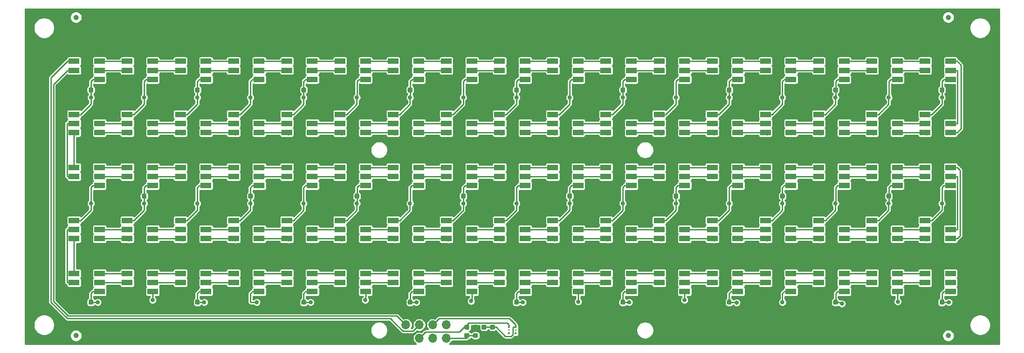
<source format=gbr>
G04 #@! TF.GenerationSoftware,KiCad,Pcbnew,(5.1.5-0-10_14)*
G04 #@! TF.CreationDate,2020-04-22T23:35:31+01:00*
G04 #@! TF.ProjectId,Display,44697370-6c61-4792-9e6b-696361645f70,rev?*
G04 #@! TF.SameCoordinates,Original*
G04 #@! TF.FileFunction,Copper,L1,Top*
G04 #@! TF.FilePolarity,Positive*
%FSLAX46Y46*%
G04 Gerber Fmt 4.6, Leading zero omitted, Abs format (unit mm)*
G04 Created by KiCad (PCBNEW (5.1.5-0-10_14)) date 2020-04-22 23:35:31*
%MOMM*%
%LPD*%
G04 APERTURE LIST*
%ADD10C,0.100000*%
%ADD11R,2.000000X1.100000*%
%ADD12R,0.400000X0.400000*%
%ADD13R,0.400000X0.200000*%
%ADD14O,1.700000X1.700000*%
%ADD15R,1.700000X1.700000*%
%ADD16C,1.000000*%
%ADD17C,0.800000*%
%ADD18C,0.500000*%
%ADD19C,0.250000*%
%ADD20C,0.254000*%
G04 APERTURE END LIST*
G04 #@! TA.AperFunction,SMDPad,CuDef*
D10*
G36*
X51057691Y-63226053D02*
G01*
X51078926Y-63229203D01*
X51099750Y-63234419D01*
X51119962Y-63241651D01*
X51139368Y-63250830D01*
X51157781Y-63261866D01*
X51175024Y-63274654D01*
X51190930Y-63289070D01*
X51205346Y-63304976D01*
X51218134Y-63322219D01*
X51229170Y-63340632D01*
X51238349Y-63360038D01*
X51245581Y-63380250D01*
X51250797Y-63401074D01*
X51253947Y-63422309D01*
X51255000Y-63443750D01*
X51255000Y-63956250D01*
X51253947Y-63977691D01*
X51250797Y-63998926D01*
X51245581Y-64019750D01*
X51238349Y-64039962D01*
X51229170Y-64059368D01*
X51218134Y-64077781D01*
X51205346Y-64095024D01*
X51190930Y-64110930D01*
X51175024Y-64125346D01*
X51157781Y-64138134D01*
X51139368Y-64149170D01*
X51119962Y-64158349D01*
X51099750Y-64165581D01*
X51078926Y-64170797D01*
X51057691Y-64173947D01*
X51036250Y-64175000D01*
X50598750Y-64175000D01*
X50577309Y-64173947D01*
X50556074Y-64170797D01*
X50535250Y-64165581D01*
X50515038Y-64158349D01*
X50495632Y-64149170D01*
X50477219Y-64138134D01*
X50459976Y-64125346D01*
X50444070Y-64110930D01*
X50429654Y-64095024D01*
X50416866Y-64077781D01*
X50405830Y-64059368D01*
X50396651Y-64039962D01*
X50389419Y-64019750D01*
X50384203Y-63998926D01*
X50381053Y-63977691D01*
X50380000Y-63956250D01*
X50380000Y-63443750D01*
X50381053Y-63422309D01*
X50384203Y-63401074D01*
X50389419Y-63380250D01*
X50396651Y-63360038D01*
X50405830Y-63340632D01*
X50416866Y-63322219D01*
X50429654Y-63304976D01*
X50444070Y-63289070D01*
X50459976Y-63274654D01*
X50477219Y-63261866D01*
X50495632Y-63250830D01*
X50515038Y-63241651D01*
X50535250Y-63234419D01*
X50556074Y-63229203D01*
X50577309Y-63226053D01*
X50598750Y-63225000D01*
X51036250Y-63225000D01*
X51057691Y-63226053D01*
G37*
G04 #@! TD.AperFunction*
G04 #@! TA.AperFunction,SMDPad,CuDef*
G36*
X49482691Y-63226053D02*
G01*
X49503926Y-63229203D01*
X49524750Y-63234419D01*
X49544962Y-63241651D01*
X49564368Y-63250830D01*
X49582781Y-63261866D01*
X49600024Y-63274654D01*
X49615930Y-63289070D01*
X49630346Y-63304976D01*
X49643134Y-63322219D01*
X49654170Y-63340632D01*
X49663349Y-63360038D01*
X49670581Y-63380250D01*
X49675797Y-63401074D01*
X49678947Y-63422309D01*
X49680000Y-63443750D01*
X49680000Y-63956250D01*
X49678947Y-63977691D01*
X49675797Y-63998926D01*
X49670581Y-64019750D01*
X49663349Y-64039962D01*
X49654170Y-64059368D01*
X49643134Y-64077781D01*
X49630346Y-64095024D01*
X49615930Y-64110930D01*
X49600024Y-64125346D01*
X49582781Y-64138134D01*
X49564368Y-64149170D01*
X49544962Y-64158349D01*
X49524750Y-64165581D01*
X49503926Y-64170797D01*
X49482691Y-64173947D01*
X49461250Y-64175000D01*
X49023750Y-64175000D01*
X49002309Y-64173947D01*
X48981074Y-64170797D01*
X48960250Y-64165581D01*
X48940038Y-64158349D01*
X48920632Y-64149170D01*
X48902219Y-64138134D01*
X48884976Y-64125346D01*
X48869070Y-64110930D01*
X48854654Y-64095024D01*
X48841866Y-64077781D01*
X48830830Y-64059368D01*
X48821651Y-64039962D01*
X48814419Y-64019750D01*
X48809203Y-63998926D01*
X48806053Y-63977691D01*
X48805000Y-63956250D01*
X48805000Y-63443750D01*
X48806053Y-63422309D01*
X48809203Y-63401074D01*
X48814419Y-63380250D01*
X48821651Y-63360038D01*
X48830830Y-63340632D01*
X48841866Y-63322219D01*
X48854654Y-63304976D01*
X48869070Y-63289070D01*
X48884976Y-63274654D01*
X48902219Y-63261866D01*
X48920632Y-63250830D01*
X48940038Y-63241651D01*
X48960250Y-63234419D01*
X48981074Y-63229203D01*
X49002309Y-63226053D01*
X49023750Y-63225000D01*
X49461250Y-63225000D01*
X49482691Y-63226053D01*
G37*
G04 #@! TD.AperFunction*
G04 #@! TA.AperFunction,SMDPad,CuDef*
G36*
X161057691Y-83226053D02*
G01*
X161078926Y-83229203D01*
X161099750Y-83234419D01*
X161119962Y-83241651D01*
X161139368Y-83250830D01*
X161157781Y-83261866D01*
X161175024Y-83274654D01*
X161190930Y-83289070D01*
X161205346Y-83304976D01*
X161218134Y-83322219D01*
X161229170Y-83340632D01*
X161238349Y-83360038D01*
X161245581Y-83380250D01*
X161250797Y-83401074D01*
X161253947Y-83422309D01*
X161255000Y-83443750D01*
X161255000Y-83956250D01*
X161253947Y-83977691D01*
X161250797Y-83998926D01*
X161245581Y-84019750D01*
X161238349Y-84039962D01*
X161229170Y-84059368D01*
X161218134Y-84077781D01*
X161205346Y-84095024D01*
X161190930Y-84110930D01*
X161175024Y-84125346D01*
X161157781Y-84138134D01*
X161139368Y-84149170D01*
X161119962Y-84158349D01*
X161099750Y-84165581D01*
X161078926Y-84170797D01*
X161057691Y-84173947D01*
X161036250Y-84175000D01*
X160598750Y-84175000D01*
X160577309Y-84173947D01*
X160556074Y-84170797D01*
X160535250Y-84165581D01*
X160515038Y-84158349D01*
X160495632Y-84149170D01*
X160477219Y-84138134D01*
X160459976Y-84125346D01*
X160444070Y-84110930D01*
X160429654Y-84095024D01*
X160416866Y-84077781D01*
X160405830Y-84059368D01*
X160396651Y-84039962D01*
X160389419Y-84019750D01*
X160384203Y-83998926D01*
X160381053Y-83977691D01*
X160380000Y-83956250D01*
X160380000Y-83443750D01*
X160381053Y-83422309D01*
X160384203Y-83401074D01*
X160389419Y-83380250D01*
X160396651Y-83360038D01*
X160405830Y-83340632D01*
X160416866Y-83322219D01*
X160429654Y-83304976D01*
X160444070Y-83289070D01*
X160459976Y-83274654D01*
X160477219Y-83261866D01*
X160495632Y-83250830D01*
X160515038Y-83241651D01*
X160535250Y-83234419D01*
X160556074Y-83229203D01*
X160577309Y-83226053D01*
X160598750Y-83225000D01*
X161036250Y-83225000D01*
X161057691Y-83226053D01*
G37*
G04 #@! TD.AperFunction*
G04 #@! TA.AperFunction,SMDPad,CuDef*
G36*
X159482691Y-83226053D02*
G01*
X159503926Y-83229203D01*
X159524750Y-83234419D01*
X159544962Y-83241651D01*
X159564368Y-83250830D01*
X159582781Y-83261866D01*
X159600024Y-83274654D01*
X159615930Y-83289070D01*
X159630346Y-83304976D01*
X159643134Y-83322219D01*
X159654170Y-83340632D01*
X159663349Y-83360038D01*
X159670581Y-83380250D01*
X159675797Y-83401074D01*
X159678947Y-83422309D01*
X159680000Y-83443750D01*
X159680000Y-83956250D01*
X159678947Y-83977691D01*
X159675797Y-83998926D01*
X159670581Y-84019750D01*
X159663349Y-84039962D01*
X159654170Y-84059368D01*
X159643134Y-84077781D01*
X159630346Y-84095024D01*
X159615930Y-84110930D01*
X159600024Y-84125346D01*
X159582781Y-84138134D01*
X159564368Y-84149170D01*
X159544962Y-84158349D01*
X159524750Y-84165581D01*
X159503926Y-84170797D01*
X159482691Y-84173947D01*
X159461250Y-84175000D01*
X159023750Y-84175000D01*
X159002309Y-84173947D01*
X158981074Y-84170797D01*
X158960250Y-84165581D01*
X158940038Y-84158349D01*
X158920632Y-84149170D01*
X158902219Y-84138134D01*
X158884976Y-84125346D01*
X158869070Y-84110930D01*
X158854654Y-84095024D01*
X158841866Y-84077781D01*
X158830830Y-84059368D01*
X158821651Y-84039962D01*
X158814419Y-84019750D01*
X158809203Y-83998926D01*
X158806053Y-83977691D01*
X158805000Y-83956250D01*
X158805000Y-83443750D01*
X158806053Y-83422309D01*
X158809203Y-83401074D01*
X158814419Y-83380250D01*
X158821651Y-83360038D01*
X158830830Y-83340632D01*
X158841866Y-83322219D01*
X158854654Y-83304976D01*
X158869070Y-83289070D01*
X158884976Y-83274654D01*
X158902219Y-83261866D01*
X158920632Y-83250830D01*
X158940038Y-83241651D01*
X158960250Y-83234419D01*
X158981074Y-83229203D01*
X159002309Y-83226053D01*
X159023750Y-83225000D01*
X159461250Y-83225000D01*
X159482691Y-83226053D01*
G37*
G04 #@! TD.AperFunction*
G04 #@! TA.AperFunction,SMDPad,CuDef*
G36*
X181057691Y-43226053D02*
G01*
X181078926Y-43229203D01*
X181099750Y-43234419D01*
X181119962Y-43241651D01*
X181139368Y-43250830D01*
X181157781Y-43261866D01*
X181175024Y-43274654D01*
X181190930Y-43289070D01*
X181205346Y-43304976D01*
X181218134Y-43322219D01*
X181229170Y-43340632D01*
X181238349Y-43360038D01*
X181245581Y-43380250D01*
X181250797Y-43401074D01*
X181253947Y-43422309D01*
X181255000Y-43443750D01*
X181255000Y-43956250D01*
X181253947Y-43977691D01*
X181250797Y-43998926D01*
X181245581Y-44019750D01*
X181238349Y-44039962D01*
X181229170Y-44059368D01*
X181218134Y-44077781D01*
X181205346Y-44095024D01*
X181190930Y-44110930D01*
X181175024Y-44125346D01*
X181157781Y-44138134D01*
X181139368Y-44149170D01*
X181119962Y-44158349D01*
X181099750Y-44165581D01*
X181078926Y-44170797D01*
X181057691Y-44173947D01*
X181036250Y-44175000D01*
X180598750Y-44175000D01*
X180577309Y-44173947D01*
X180556074Y-44170797D01*
X180535250Y-44165581D01*
X180515038Y-44158349D01*
X180495632Y-44149170D01*
X180477219Y-44138134D01*
X180459976Y-44125346D01*
X180444070Y-44110930D01*
X180429654Y-44095024D01*
X180416866Y-44077781D01*
X180405830Y-44059368D01*
X180396651Y-44039962D01*
X180389419Y-44019750D01*
X180384203Y-43998926D01*
X180381053Y-43977691D01*
X180380000Y-43956250D01*
X180380000Y-43443750D01*
X180381053Y-43422309D01*
X180384203Y-43401074D01*
X180389419Y-43380250D01*
X180396651Y-43360038D01*
X180405830Y-43340632D01*
X180416866Y-43322219D01*
X180429654Y-43304976D01*
X180444070Y-43289070D01*
X180459976Y-43274654D01*
X180477219Y-43261866D01*
X180495632Y-43250830D01*
X180515038Y-43241651D01*
X180535250Y-43234419D01*
X180556074Y-43229203D01*
X180577309Y-43226053D01*
X180598750Y-43225000D01*
X181036250Y-43225000D01*
X181057691Y-43226053D01*
G37*
G04 #@! TD.AperFunction*
G04 #@! TA.AperFunction,SMDPad,CuDef*
G36*
X179482691Y-43226053D02*
G01*
X179503926Y-43229203D01*
X179524750Y-43234419D01*
X179544962Y-43241651D01*
X179564368Y-43250830D01*
X179582781Y-43261866D01*
X179600024Y-43274654D01*
X179615930Y-43289070D01*
X179630346Y-43304976D01*
X179643134Y-43322219D01*
X179654170Y-43340632D01*
X179663349Y-43360038D01*
X179670581Y-43380250D01*
X179675797Y-43401074D01*
X179678947Y-43422309D01*
X179680000Y-43443750D01*
X179680000Y-43956250D01*
X179678947Y-43977691D01*
X179675797Y-43998926D01*
X179670581Y-44019750D01*
X179663349Y-44039962D01*
X179654170Y-44059368D01*
X179643134Y-44077781D01*
X179630346Y-44095024D01*
X179615930Y-44110930D01*
X179600024Y-44125346D01*
X179582781Y-44138134D01*
X179564368Y-44149170D01*
X179544962Y-44158349D01*
X179524750Y-44165581D01*
X179503926Y-44170797D01*
X179482691Y-44173947D01*
X179461250Y-44175000D01*
X179023750Y-44175000D01*
X179002309Y-44173947D01*
X178981074Y-44170797D01*
X178960250Y-44165581D01*
X178940038Y-44158349D01*
X178920632Y-44149170D01*
X178902219Y-44138134D01*
X178884976Y-44125346D01*
X178869070Y-44110930D01*
X178854654Y-44095024D01*
X178841866Y-44077781D01*
X178830830Y-44059368D01*
X178821651Y-44039962D01*
X178814419Y-44019750D01*
X178809203Y-43998926D01*
X178806053Y-43977691D01*
X178805000Y-43956250D01*
X178805000Y-43443750D01*
X178806053Y-43422309D01*
X178809203Y-43401074D01*
X178814419Y-43380250D01*
X178821651Y-43360038D01*
X178830830Y-43340632D01*
X178841866Y-43322219D01*
X178854654Y-43304976D01*
X178869070Y-43289070D01*
X178884976Y-43274654D01*
X178902219Y-43261866D01*
X178920632Y-43250830D01*
X178940038Y-43241651D01*
X178960250Y-43234419D01*
X178981074Y-43229203D01*
X179002309Y-43226053D01*
X179023750Y-43225000D01*
X179461250Y-43225000D01*
X179482691Y-43226053D01*
G37*
G04 #@! TD.AperFunction*
G04 #@! TA.AperFunction,SMDPad,CuDef*
G36*
X161057691Y-43226053D02*
G01*
X161078926Y-43229203D01*
X161099750Y-43234419D01*
X161119962Y-43241651D01*
X161139368Y-43250830D01*
X161157781Y-43261866D01*
X161175024Y-43274654D01*
X161190930Y-43289070D01*
X161205346Y-43304976D01*
X161218134Y-43322219D01*
X161229170Y-43340632D01*
X161238349Y-43360038D01*
X161245581Y-43380250D01*
X161250797Y-43401074D01*
X161253947Y-43422309D01*
X161255000Y-43443750D01*
X161255000Y-43956250D01*
X161253947Y-43977691D01*
X161250797Y-43998926D01*
X161245581Y-44019750D01*
X161238349Y-44039962D01*
X161229170Y-44059368D01*
X161218134Y-44077781D01*
X161205346Y-44095024D01*
X161190930Y-44110930D01*
X161175024Y-44125346D01*
X161157781Y-44138134D01*
X161139368Y-44149170D01*
X161119962Y-44158349D01*
X161099750Y-44165581D01*
X161078926Y-44170797D01*
X161057691Y-44173947D01*
X161036250Y-44175000D01*
X160598750Y-44175000D01*
X160577309Y-44173947D01*
X160556074Y-44170797D01*
X160535250Y-44165581D01*
X160515038Y-44158349D01*
X160495632Y-44149170D01*
X160477219Y-44138134D01*
X160459976Y-44125346D01*
X160444070Y-44110930D01*
X160429654Y-44095024D01*
X160416866Y-44077781D01*
X160405830Y-44059368D01*
X160396651Y-44039962D01*
X160389419Y-44019750D01*
X160384203Y-43998926D01*
X160381053Y-43977691D01*
X160380000Y-43956250D01*
X160380000Y-43443750D01*
X160381053Y-43422309D01*
X160384203Y-43401074D01*
X160389419Y-43380250D01*
X160396651Y-43360038D01*
X160405830Y-43340632D01*
X160416866Y-43322219D01*
X160429654Y-43304976D01*
X160444070Y-43289070D01*
X160459976Y-43274654D01*
X160477219Y-43261866D01*
X160495632Y-43250830D01*
X160515038Y-43241651D01*
X160535250Y-43234419D01*
X160556074Y-43229203D01*
X160577309Y-43226053D01*
X160598750Y-43225000D01*
X161036250Y-43225000D01*
X161057691Y-43226053D01*
G37*
G04 #@! TD.AperFunction*
G04 #@! TA.AperFunction,SMDPad,CuDef*
G36*
X159482691Y-43226053D02*
G01*
X159503926Y-43229203D01*
X159524750Y-43234419D01*
X159544962Y-43241651D01*
X159564368Y-43250830D01*
X159582781Y-43261866D01*
X159600024Y-43274654D01*
X159615930Y-43289070D01*
X159630346Y-43304976D01*
X159643134Y-43322219D01*
X159654170Y-43340632D01*
X159663349Y-43360038D01*
X159670581Y-43380250D01*
X159675797Y-43401074D01*
X159678947Y-43422309D01*
X159680000Y-43443750D01*
X159680000Y-43956250D01*
X159678947Y-43977691D01*
X159675797Y-43998926D01*
X159670581Y-44019750D01*
X159663349Y-44039962D01*
X159654170Y-44059368D01*
X159643134Y-44077781D01*
X159630346Y-44095024D01*
X159615930Y-44110930D01*
X159600024Y-44125346D01*
X159582781Y-44138134D01*
X159564368Y-44149170D01*
X159544962Y-44158349D01*
X159524750Y-44165581D01*
X159503926Y-44170797D01*
X159482691Y-44173947D01*
X159461250Y-44175000D01*
X159023750Y-44175000D01*
X159002309Y-44173947D01*
X158981074Y-44170797D01*
X158960250Y-44165581D01*
X158940038Y-44158349D01*
X158920632Y-44149170D01*
X158902219Y-44138134D01*
X158884976Y-44125346D01*
X158869070Y-44110930D01*
X158854654Y-44095024D01*
X158841866Y-44077781D01*
X158830830Y-44059368D01*
X158821651Y-44039962D01*
X158814419Y-44019750D01*
X158809203Y-43998926D01*
X158806053Y-43977691D01*
X158805000Y-43956250D01*
X158805000Y-43443750D01*
X158806053Y-43422309D01*
X158809203Y-43401074D01*
X158814419Y-43380250D01*
X158821651Y-43360038D01*
X158830830Y-43340632D01*
X158841866Y-43322219D01*
X158854654Y-43304976D01*
X158869070Y-43289070D01*
X158884976Y-43274654D01*
X158902219Y-43261866D01*
X158920632Y-43250830D01*
X158940038Y-43241651D01*
X158960250Y-43234419D01*
X158981074Y-43229203D01*
X159002309Y-43226053D01*
X159023750Y-43225000D01*
X159461250Y-43225000D01*
X159482691Y-43226053D01*
G37*
G04 #@! TD.AperFunction*
G04 #@! TA.AperFunction,SMDPad,CuDef*
G36*
X141057691Y-43226053D02*
G01*
X141078926Y-43229203D01*
X141099750Y-43234419D01*
X141119962Y-43241651D01*
X141139368Y-43250830D01*
X141157781Y-43261866D01*
X141175024Y-43274654D01*
X141190930Y-43289070D01*
X141205346Y-43304976D01*
X141218134Y-43322219D01*
X141229170Y-43340632D01*
X141238349Y-43360038D01*
X141245581Y-43380250D01*
X141250797Y-43401074D01*
X141253947Y-43422309D01*
X141255000Y-43443750D01*
X141255000Y-43956250D01*
X141253947Y-43977691D01*
X141250797Y-43998926D01*
X141245581Y-44019750D01*
X141238349Y-44039962D01*
X141229170Y-44059368D01*
X141218134Y-44077781D01*
X141205346Y-44095024D01*
X141190930Y-44110930D01*
X141175024Y-44125346D01*
X141157781Y-44138134D01*
X141139368Y-44149170D01*
X141119962Y-44158349D01*
X141099750Y-44165581D01*
X141078926Y-44170797D01*
X141057691Y-44173947D01*
X141036250Y-44175000D01*
X140598750Y-44175000D01*
X140577309Y-44173947D01*
X140556074Y-44170797D01*
X140535250Y-44165581D01*
X140515038Y-44158349D01*
X140495632Y-44149170D01*
X140477219Y-44138134D01*
X140459976Y-44125346D01*
X140444070Y-44110930D01*
X140429654Y-44095024D01*
X140416866Y-44077781D01*
X140405830Y-44059368D01*
X140396651Y-44039962D01*
X140389419Y-44019750D01*
X140384203Y-43998926D01*
X140381053Y-43977691D01*
X140380000Y-43956250D01*
X140380000Y-43443750D01*
X140381053Y-43422309D01*
X140384203Y-43401074D01*
X140389419Y-43380250D01*
X140396651Y-43360038D01*
X140405830Y-43340632D01*
X140416866Y-43322219D01*
X140429654Y-43304976D01*
X140444070Y-43289070D01*
X140459976Y-43274654D01*
X140477219Y-43261866D01*
X140495632Y-43250830D01*
X140515038Y-43241651D01*
X140535250Y-43234419D01*
X140556074Y-43229203D01*
X140577309Y-43226053D01*
X140598750Y-43225000D01*
X141036250Y-43225000D01*
X141057691Y-43226053D01*
G37*
G04 #@! TD.AperFunction*
G04 #@! TA.AperFunction,SMDPad,CuDef*
G36*
X139482691Y-43226053D02*
G01*
X139503926Y-43229203D01*
X139524750Y-43234419D01*
X139544962Y-43241651D01*
X139564368Y-43250830D01*
X139582781Y-43261866D01*
X139600024Y-43274654D01*
X139615930Y-43289070D01*
X139630346Y-43304976D01*
X139643134Y-43322219D01*
X139654170Y-43340632D01*
X139663349Y-43360038D01*
X139670581Y-43380250D01*
X139675797Y-43401074D01*
X139678947Y-43422309D01*
X139680000Y-43443750D01*
X139680000Y-43956250D01*
X139678947Y-43977691D01*
X139675797Y-43998926D01*
X139670581Y-44019750D01*
X139663349Y-44039962D01*
X139654170Y-44059368D01*
X139643134Y-44077781D01*
X139630346Y-44095024D01*
X139615930Y-44110930D01*
X139600024Y-44125346D01*
X139582781Y-44138134D01*
X139564368Y-44149170D01*
X139544962Y-44158349D01*
X139524750Y-44165581D01*
X139503926Y-44170797D01*
X139482691Y-44173947D01*
X139461250Y-44175000D01*
X139023750Y-44175000D01*
X139002309Y-44173947D01*
X138981074Y-44170797D01*
X138960250Y-44165581D01*
X138940038Y-44158349D01*
X138920632Y-44149170D01*
X138902219Y-44138134D01*
X138884976Y-44125346D01*
X138869070Y-44110930D01*
X138854654Y-44095024D01*
X138841866Y-44077781D01*
X138830830Y-44059368D01*
X138821651Y-44039962D01*
X138814419Y-44019750D01*
X138809203Y-43998926D01*
X138806053Y-43977691D01*
X138805000Y-43956250D01*
X138805000Y-43443750D01*
X138806053Y-43422309D01*
X138809203Y-43401074D01*
X138814419Y-43380250D01*
X138821651Y-43360038D01*
X138830830Y-43340632D01*
X138841866Y-43322219D01*
X138854654Y-43304976D01*
X138869070Y-43289070D01*
X138884976Y-43274654D01*
X138902219Y-43261866D01*
X138920632Y-43250830D01*
X138940038Y-43241651D01*
X138960250Y-43234419D01*
X138981074Y-43229203D01*
X139002309Y-43226053D01*
X139023750Y-43225000D01*
X139461250Y-43225000D01*
X139482691Y-43226053D01*
G37*
G04 #@! TD.AperFunction*
G04 #@! TA.AperFunction,SMDPad,CuDef*
G36*
X201057691Y-83226053D02*
G01*
X201078926Y-83229203D01*
X201099750Y-83234419D01*
X201119962Y-83241651D01*
X201139368Y-83250830D01*
X201157781Y-83261866D01*
X201175024Y-83274654D01*
X201190930Y-83289070D01*
X201205346Y-83304976D01*
X201218134Y-83322219D01*
X201229170Y-83340632D01*
X201238349Y-83360038D01*
X201245581Y-83380250D01*
X201250797Y-83401074D01*
X201253947Y-83422309D01*
X201255000Y-83443750D01*
X201255000Y-83956250D01*
X201253947Y-83977691D01*
X201250797Y-83998926D01*
X201245581Y-84019750D01*
X201238349Y-84039962D01*
X201229170Y-84059368D01*
X201218134Y-84077781D01*
X201205346Y-84095024D01*
X201190930Y-84110930D01*
X201175024Y-84125346D01*
X201157781Y-84138134D01*
X201139368Y-84149170D01*
X201119962Y-84158349D01*
X201099750Y-84165581D01*
X201078926Y-84170797D01*
X201057691Y-84173947D01*
X201036250Y-84175000D01*
X200598750Y-84175000D01*
X200577309Y-84173947D01*
X200556074Y-84170797D01*
X200535250Y-84165581D01*
X200515038Y-84158349D01*
X200495632Y-84149170D01*
X200477219Y-84138134D01*
X200459976Y-84125346D01*
X200444070Y-84110930D01*
X200429654Y-84095024D01*
X200416866Y-84077781D01*
X200405830Y-84059368D01*
X200396651Y-84039962D01*
X200389419Y-84019750D01*
X200384203Y-83998926D01*
X200381053Y-83977691D01*
X200380000Y-83956250D01*
X200380000Y-83443750D01*
X200381053Y-83422309D01*
X200384203Y-83401074D01*
X200389419Y-83380250D01*
X200396651Y-83360038D01*
X200405830Y-83340632D01*
X200416866Y-83322219D01*
X200429654Y-83304976D01*
X200444070Y-83289070D01*
X200459976Y-83274654D01*
X200477219Y-83261866D01*
X200495632Y-83250830D01*
X200515038Y-83241651D01*
X200535250Y-83234419D01*
X200556074Y-83229203D01*
X200577309Y-83226053D01*
X200598750Y-83225000D01*
X201036250Y-83225000D01*
X201057691Y-83226053D01*
G37*
G04 #@! TD.AperFunction*
G04 #@! TA.AperFunction,SMDPad,CuDef*
G36*
X199482691Y-83226053D02*
G01*
X199503926Y-83229203D01*
X199524750Y-83234419D01*
X199544962Y-83241651D01*
X199564368Y-83250830D01*
X199582781Y-83261866D01*
X199600024Y-83274654D01*
X199615930Y-83289070D01*
X199630346Y-83304976D01*
X199643134Y-83322219D01*
X199654170Y-83340632D01*
X199663349Y-83360038D01*
X199670581Y-83380250D01*
X199675797Y-83401074D01*
X199678947Y-83422309D01*
X199680000Y-83443750D01*
X199680000Y-83956250D01*
X199678947Y-83977691D01*
X199675797Y-83998926D01*
X199670581Y-84019750D01*
X199663349Y-84039962D01*
X199654170Y-84059368D01*
X199643134Y-84077781D01*
X199630346Y-84095024D01*
X199615930Y-84110930D01*
X199600024Y-84125346D01*
X199582781Y-84138134D01*
X199564368Y-84149170D01*
X199544962Y-84158349D01*
X199524750Y-84165581D01*
X199503926Y-84170797D01*
X199482691Y-84173947D01*
X199461250Y-84175000D01*
X199023750Y-84175000D01*
X199002309Y-84173947D01*
X198981074Y-84170797D01*
X198960250Y-84165581D01*
X198940038Y-84158349D01*
X198920632Y-84149170D01*
X198902219Y-84138134D01*
X198884976Y-84125346D01*
X198869070Y-84110930D01*
X198854654Y-84095024D01*
X198841866Y-84077781D01*
X198830830Y-84059368D01*
X198821651Y-84039962D01*
X198814419Y-84019750D01*
X198809203Y-83998926D01*
X198806053Y-83977691D01*
X198805000Y-83956250D01*
X198805000Y-83443750D01*
X198806053Y-83422309D01*
X198809203Y-83401074D01*
X198814419Y-83380250D01*
X198821651Y-83360038D01*
X198830830Y-83340632D01*
X198841866Y-83322219D01*
X198854654Y-83304976D01*
X198869070Y-83289070D01*
X198884976Y-83274654D01*
X198902219Y-83261866D01*
X198920632Y-83250830D01*
X198940038Y-83241651D01*
X198960250Y-83234419D01*
X198981074Y-83229203D01*
X199002309Y-83226053D01*
X199023750Y-83225000D01*
X199461250Y-83225000D01*
X199482691Y-83226053D01*
G37*
G04 #@! TD.AperFunction*
G04 #@! TA.AperFunction,SMDPad,CuDef*
G36*
X181057691Y-83226053D02*
G01*
X181078926Y-83229203D01*
X181099750Y-83234419D01*
X181119962Y-83241651D01*
X181139368Y-83250830D01*
X181157781Y-83261866D01*
X181175024Y-83274654D01*
X181190930Y-83289070D01*
X181205346Y-83304976D01*
X181218134Y-83322219D01*
X181229170Y-83340632D01*
X181238349Y-83360038D01*
X181245581Y-83380250D01*
X181250797Y-83401074D01*
X181253947Y-83422309D01*
X181255000Y-83443750D01*
X181255000Y-83956250D01*
X181253947Y-83977691D01*
X181250797Y-83998926D01*
X181245581Y-84019750D01*
X181238349Y-84039962D01*
X181229170Y-84059368D01*
X181218134Y-84077781D01*
X181205346Y-84095024D01*
X181190930Y-84110930D01*
X181175024Y-84125346D01*
X181157781Y-84138134D01*
X181139368Y-84149170D01*
X181119962Y-84158349D01*
X181099750Y-84165581D01*
X181078926Y-84170797D01*
X181057691Y-84173947D01*
X181036250Y-84175000D01*
X180598750Y-84175000D01*
X180577309Y-84173947D01*
X180556074Y-84170797D01*
X180535250Y-84165581D01*
X180515038Y-84158349D01*
X180495632Y-84149170D01*
X180477219Y-84138134D01*
X180459976Y-84125346D01*
X180444070Y-84110930D01*
X180429654Y-84095024D01*
X180416866Y-84077781D01*
X180405830Y-84059368D01*
X180396651Y-84039962D01*
X180389419Y-84019750D01*
X180384203Y-83998926D01*
X180381053Y-83977691D01*
X180380000Y-83956250D01*
X180380000Y-83443750D01*
X180381053Y-83422309D01*
X180384203Y-83401074D01*
X180389419Y-83380250D01*
X180396651Y-83360038D01*
X180405830Y-83340632D01*
X180416866Y-83322219D01*
X180429654Y-83304976D01*
X180444070Y-83289070D01*
X180459976Y-83274654D01*
X180477219Y-83261866D01*
X180495632Y-83250830D01*
X180515038Y-83241651D01*
X180535250Y-83234419D01*
X180556074Y-83229203D01*
X180577309Y-83226053D01*
X180598750Y-83225000D01*
X181036250Y-83225000D01*
X181057691Y-83226053D01*
G37*
G04 #@! TD.AperFunction*
G04 #@! TA.AperFunction,SMDPad,CuDef*
G36*
X179482691Y-83226053D02*
G01*
X179503926Y-83229203D01*
X179524750Y-83234419D01*
X179544962Y-83241651D01*
X179564368Y-83250830D01*
X179582781Y-83261866D01*
X179600024Y-83274654D01*
X179615930Y-83289070D01*
X179630346Y-83304976D01*
X179643134Y-83322219D01*
X179654170Y-83340632D01*
X179663349Y-83360038D01*
X179670581Y-83380250D01*
X179675797Y-83401074D01*
X179678947Y-83422309D01*
X179680000Y-83443750D01*
X179680000Y-83956250D01*
X179678947Y-83977691D01*
X179675797Y-83998926D01*
X179670581Y-84019750D01*
X179663349Y-84039962D01*
X179654170Y-84059368D01*
X179643134Y-84077781D01*
X179630346Y-84095024D01*
X179615930Y-84110930D01*
X179600024Y-84125346D01*
X179582781Y-84138134D01*
X179564368Y-84149170D01*
X179544962Y-84158349D01*
X179524750Y-84165581D01*
X179503926Y-84170797D01*
X179482691Y-84173947D01*
X179461250Y-84175000D01*
X179023750Y-84175000D01*
X179002309Y-84173947D01*
X178981074Y-84170797D01*
X178960250Y-84165581D01*
X178940038Y-84158349D01*
X178920632Y-84149170D01*
X178902219Y-84138134D01*
X178884976Y-84125346D01*
X178869070Y-84110930D01*
X178854654Y-84095024D01*
X178841866Y-84077781D01*
X178830830Y-84059368D01*
X178821651Y-84039962D01*
X178814419Y-84019750D01*
X178809203Y-83998926D01*
X178806053Y-83977691D01*
X178805000Y-83956250D01*
X178805000Y-83443750D01*
X178806053Y-83422309D01*
X178809203Y-83401074D01*
X178814419Y-83380250D01*
X178821651Y-83360038D01*
X178830830Y-83340632D01*
X178841866Y-83322219D01*
X178854654Y-83304976D01*
X178869070Y-83289070D01*
X178884976Y-83274654D01*
X178902219Y-83261866D01*
X178920632Y-83250830D01*
X178940038Y-83241651D01*
X178960250Y-83234419D01*
X178981074Y-83229203D01*
X179002309Y-83226053D01*
X179023750Y-83225000D01*
X179461250Y-83225000D01*
X179482691Y-83226053D01*
G37*
G04 #@! TD.AperFunction*
G04 #@! TA.AperFunction,SMDPad,CuDef*
G36*
X141057691Y-83226053D02*
G01*
X141078926Y-83229203D01*
X141099750Y-83234419D01*
X141119962Y-83241651D01*
X141139368Y-83250830D01*
X141157781Y-83261866D01*
X141175024Y-83274654D01*
X141190930Y-83289070D01*
X141205346Y-83304976D01*
X141218134Y-83322219D01*
X141229170Y-83340632D01*
X141238349Y-83360038D01*
X141245581Y-83380250D01*
X141250797Y-83401074D01*
X141253947Y-83422309D01*
X141255000Y-83443750D01*
X141255000Y-83956250D01*
X141253947Y-83977691D01*
X141250797Y-83998926D01*
X141245581Y-84019750D01*
X141238349Y-84039962D01*
X141229170Y-84059368D01*
X141218134Y-84077781D01*
X141205346Y-84095024D01*
X141190930Y-84110930D01*
X141175024Y-84125346D01*
X141157781Y-84138134D01*
X141139368Y-84149170D01*
X141119962Y-84158349D01*
X141099750Y-84165581D01*
X141078926Y-84170797D01*
X141057691Y-84173947D01*
X141036250Y-84175000D01*
X140598750Y-84175000D01*
X140577309Y-84173947D01*
X140556074Y-84170797D01*
X140535250Y-84165581D01*
X140515038Y-84158349D01*
X140495632Y-84149170D01*
X140477219Y-84138134D01*
X140459976Y-84125346D01*
X140444070Y-84110930D01*
X140429654Y-84095024D01*
X140416866Y-84077781D01*
X140405830Y-84059368D01*
X140396651Y-84039962D01*
X140389419Y-84019750D01*
X140384203Y-83998926D01*
X140381053Y-83977691D01*
X140380000Y-83956250D01*
X140380000Y-83443750D01*
X140381053Y-83422309D01*
X140384203Y-83401074D01*
X140389419Y-83380250D01*
X140396651Y-83360038D01*
X140405830Y-83340632D01*
X140416866Y-83322219D01*
X140429654Y-83304976D01*
X140444070Y-83289070D01*
X140459976Y-83274654D01*
X140477219Y-83261866D01*
X140495632Y-83250830D01*
X140515038Y-83241651D01*
X140535250Y-83234419D01*
X140556074Y-83229203D01*
X140577309Y-83226053D01*
X140598750Y-83225000D01*
X141036250Y-83225000D01*
X141057691Y-83226053D01*
G37*
G04 #@! TD.AperFunction*
G04 #@! TA.AperFunction,SMDPad,CuDef*
G36*
X139482691Y-83226053D02*
G01*
X139503926Y-83229203D01*
X139524750Y-83234419D01*
X139544962Y-83241651D01*
X139564368Y-83250830D01*
X139582781Y-83261866D01*
X139600024Y-83274654D01*
X139615930Y-83289070D01*
X139630346Y-83304976D01*
X139643134Y-83322219D01*
X139654170Y-83340632D01*
X139663349Y-83360038D01*
X139670581Y-83380250D01*
X139675797Y-83401074D01*
X139678947Y-83422309D01*
X139680000Y-83443750D01*
X139680000Y-83956250D01*
X139678947Y-83977691D01*
X139675797Y-83998926D01*
X139670581Y-84019750D01*
X139663349Y-84039962D01*
X139654170Y-84059368D01*
X139643134Y-84077781D01*
X139630346Y-84095024D01*
X139615930Y-84110930D01*
X139600024Y-84125346D01*
X139582781Y-84138134D01*
X139564368Y-84149170D01*
X139544962Y-84158349D01*
X139524750Y-84165581D01*
X139503926Y-84170797D01*
X139482691Y-84173947D01*
X139461250Y-84175000D01*
X139023750Y-84175000D01*
X139002309Y-84173947D01*
X138981074Y-84170797D01*
X138960250Y-84165581D01*
X138940038Y-84158349D01*
X138920632Y-84149170D01*
X138902219Y-84138134D01*
X138884976Y-84125346D01*
X138869070Y-84110930D01*
X138854654Y-84095024D01*
X138841866Y-84077781D01*
X138830830Y-84059368D01*
X138821651Y-84039962D01*
X138814419Y-84019750D01*
X138809203Y-83998926D01*
X138806053Y-83977691D01*
X138805000Y-83956250D01*
X138805000Y-83443750D01*
X138806053Y-83422309D01*
X138809203Y-83401074D01*
X138814419Y-83380250D01*
X138821651Y-83360038D01*
X138830830Y-83340632D01*
X138841866Y-83322219D01*
X138854654Y-83304976D01*
X138869070Y-83289070D01*
X138884976Y-83274654D01*
X138902219Y-83261866D01*
X138920632Y-83250830D01*
X138940038Y-83241651D01*
X138960250Y-83234419D01*
X138981074Y-83229203D01*
X139002309Y-83226053D01*
X139023750Y-83225000D01*
X139461250Y-83225000D01*
X139482691Y-83226053D01*
G37*
G04 #@! TD.AperFunction*
G04 #@! TA.AperFunction,SMDPad,CuDef*
G36*
X121057691Y-83226053D02*
G01*
X121078926Y-83229203D01*
X121099750Y-83234419D01*
X121119962Y-83241651D01*
X121139368Y-83250830D01*
X121157781Y-83261866D01*
X121175024Y-83274654D01*
X121190930Y-83289070D01*
X121205346Y-83304976D01*
X121218134Y-83322219D01*
X121229170Y-83340632D01*
X121238349Y-83360038D01*
X121245581Y-83380250D01*
X121250797Y-83401074D01*
X121253947Y-83422309D01*
X121255000Y-83443750D01*
X121255000Y-83956250D01*
X121253947Y-83977691D01*
X121250797Y-83998926D01*
X121245581Y-84019750D01*
X121238349Y-84039962D01*
X121229170Y-84059368D01*
X121218134Y-84077781D01*
X121205346Y-84095024D01*
X121190930Y-84110930D01*
X121175024Y-84125346D01*
X121157781Y-84138134D01*
X121139368Y-84149170D01*
X121119962Y-84158349D01*
X121099750Y-84165581D01*
X121078926Y-84170797D01*
X121057691Y-84173947D01*
X121036250Y-84175000D01*
X120598750Y-84175000D01*
X120577309Y-84173947D01*
X120556074Y-84170797D01*
X120535250Y-84165581D01*
X120515038Y-84158349D01*
X120495632Y-84149170D01*
X120477219Y-84138134D01*
X120459976Y-84125346D01*
X120444070Y-84110930D01*
X120429654Y-84095024D01*
X120416866Y-84077781D01*
X120405830Y-84059368D01*
X120396651Y-84039962D01*
X120389419Y-84019750D01*
X120384203Y-83998926D01*
X120381053Y-83977691D01*
X120380000Y-83956250D01*
X120380000Y-83443750D01*
X120381053Y-83422309D01*
X120384203Y-83401074D01*
X120389419Y-83380250D01*
X120396651Y-83360038D01*
X120405830Y-83340632D01*
X120416866Y-83322219D01*
X120429654Y-83304976D01*
X120444070Y-83289070D01*
X120459976Y-83274654D01*
X120477219Y-83261866D01*
X120495632Y-83250830D01*
X120515038Y-83241651D01*
X120535250Y-83234419D01*
X120556074Y-83229203D01*
X120577309Y-83226053D01*
X120598750Y-83225000D01*
X121036250Y-83225000D01*
X121057691Y-83226053D01*
G37*
G04 #@! TD.AperFunction*
G04 #@! TA.AperFunction,SMDPad,CuDef*
G36*
X119482691Y-83226053D02*
G01*
X119503926Y-83229203D01*
X119524750Y-83234419D01*
X119544962Y-83241651D01*
X119564368Y-83250830D01*
X119582781Y-83261866D01*
X119600024Y-83274654D01*
X119615930Y-83289070D01*
X119630346Y-83304976D01*
X119643134Y-83322219D01*
X119654170Y-83340632D01*
X119663349Y-83360038D01*
X119670581Y-83380250D01*
X119675797Y-83401074D01*
X119678947Y-83422309D01*
X119680000Y-83443750D01*
X119680000Y-83956250D01*
X119678947Y-83977691D01*
X119675797Y-83998926D01*
X119670581Y-84019750D01*
X119663349Y-84039962D01*
X119654170Y-84059368D01*
X119643134Y-84077781D01*
X119630346Y-84095024D01*
X119615930Y-84110930D01*
X119600024Y-84125346D01*
X119582781Y-84138134D01*
X119564368Y-84149170D01*
X119544962Y-84158349D01*
X119524750Y-84165581D01*
X119503926Y-84170797D01*
X119482691Y-84173947D01*
X119461250Y-84175000D01*
X119023750Y-84175000D01*
X119002309Y-84173947D01*
X118981074Y-84170797D01*
X118960250Y-84165581D01*
X118940038Y-84158349D01*
X118920632Y-84149170D01*
X118902219Y-84138134D01*
X118884976Y-84125346D01*
X118869070Y-84110930D01*
X118854654Y-84095024D01*
X118841866Y-84077781D01*
X118830830Y-84059368D01*
X118821651Y-84039962D01*
X118814419Y-84019750D01*
X118809203Y-83998926D01*
X118806053Y-83977691D01*
X118805000Y-83956250D01*
X118805000Y-83443750D01*
X118806053Y-83422309D01*
X118809203Y-83401074D01*
X118814419Y-83380250D01*
X118821651Y-83360038D01*
X118830830Y-83340632D01*
X118841866Y-83322219D01*
X118854654Y-83304976D01*
X118869070Y-83289070D01*
X118884976Y-83274654D01*
X118902219Y-83261866D01*
X118920632Y-83250830D01*
X118940038Y-83241651D01*
X118960250Y-83234419D01*
X118981074Y-83229203D01*
X119002309Y-83226053D01*
X119023750Y-83225000D01*
X119461250Y-83225000D01*
X119482691Y-83226053D01*
G37*
G04 #@! TD.AperFunction*
G04 #@! TA.AperFunction,SMDPad,CuDef*
G36*
X101057691Y-83226053D02*
G01*
X101078926Y-83229203D01*
X101099750Y-83234419D01*
X101119962Y-83241651D01*
X101139368Y-83250830D01*
X101157781Y-83261866D01*
X101175024Y-83274654D01*
X101190930Y-83289070D01*
X101205346Y-83304976D01*
X101218134Y-83322219D01*
X101229170Y-83340632D01*
X101238349Y-83360038D01*
X101245581Y-83380250D01*
X101250797Y-83401074D01*
X101253947Y-83422309D01*
X101255000Y-83443750D01*
X101255000Y-83956250D01*
X101253947Y-83977691D01*
X101250797Y-83998926D01*
X101245581Y-84019750D01*
X101238349Y-84039962D01*
X101229170Y-84059368D01*
X101218134Y-84077781D01*
X101205346Y-84095024D01*
X101190930Y-84110930D01*
X101175024Y-84125346D01*
X101157781Y-84138134D01*
X101139368Y-84149170D01*
X101119962Y-84158349D01*
X101099750Y-84165581D01*
X101078926Y-84170797D01*
X101057691Y-84173947D01*
X101036250Y-84175000D01*
X100598750Y-84175000D01*
X100577309Y-84173947D01*
X100556074Y-84170797D01*
X100535250Y-84165581D01*
X100515038Y-84158349D01*
X100495632Y-84149170D01*
X100477219Y-84138134D01*
X100459976Y-84125346D01*
X100444070Y-84110930D01*
X100429654Y-84095024D01*
X100416866Y-84077781D01*
X100405830Y-84059368D01*
X100396651Y-84039962D01*
X100389419Y-84019750D01*
X100384203Y-83998926D01*
X100381053Y-83977691D01*
X100380000Y-83956250D01*
X100380000Y-83443750D01*
X100381053Y-83422309D01*
X100384203Y-83401074D01*
X100389419Y-83380250D01*
X100396651Y-83360038D01*
X100405830Y-83340632D01*
X100416866Y-83322219D01*
X100429654Y-83304976D01*
X100444070Y-83289070D01*
X100459976Y-83274654D01*
X100477219Y-83261866D01*
X100495632Y-83250830D01*
X100515038Y-83241651D01*
X100535250Y-83234419D01*
X100556074Y-83229203D01*
X100577309Y-83226053D01*
X100598750Y-83225000D01*
X101036250Y-83225000D01*
X101057691Y-83226053D01*
G37*
G04 #@! TD.AperFunction*
G04 #@! TA.AperFunction,SMDPad,CuDef*
G36*
X99482691Y-83226053D02*
G01*
X99503926Y-83229203D01*
X99524750Y-83234419D01*
X99544962Y-83241651D01*
X99564368Y-83250830D01*
X99582781Y-83261866D01*
X99600024Y-83274654D01*
X99615930Y-83289070D01*
X99630346Y-83304976D01*
X99643134Y-83322219D01*
X99654170Y-83340632D01*
X99663349Y-83360038D01*
X99670581Y-83380250D01*
X99675797Y-83401074D01*
X99678947Y-83422309D01*
X99680000Y-83443750D01*
X99680000Y-83956250D01*
X99678947Y-83977691D01*
X99675797Y-83998926D01*
X99670581Y-84019750D01*
X99663349Y-84039962D01*
X99654170Y-84059368D01*
X99643134Y-84077781D01*
X99630346Y-84095024D01*
X99615930Y-84110930D01*
X99600024Y-84125346D01*
X99582781Y-84138134D01*
X99564368Y-84149170D01*
X99544962Y-84158349D01*
X99524750Y-84165581D01*
X99503926Y-84170797D01*
X99482691Y-84173947D01*
X99461250Y-84175000D01*
X99023750Y-84175000D01*
X99002309Y-84173947D01*
X98981074Y-84170797D01*
X98960250Y-84165581D01*
X98940038Y-84158349D01*
X98920632Y-84149170D01*
X98902219Y-84138134D01*
X98884976Y-84125346D01*
X98869070Y-84110930D01*
X98854654Y-84095024D01*
X98841866Y-84077781D01*
X98830830Y-84059368D01*
X98821651Y-84039962D01*
X98814419Y-84019750D01*
X98809203Y-83998926D01*
X98806053Y-83977691D01*
X98805000Y-83956250D01*
X98805000Y-83443750D01*
X98806053Y-83422309D01*
X98809203Y-83401074D01*
X98814419Y-83380250D01*
X98821651Y-83360038D01*
X98830830Y-83340632D01*
X98841866Y-83322219D01*
X98854654Y-83304976D01*
X98869070Y-83289070D01*
X98884976Y-83274654D01*
X98902219Y-83261866D01*
X98920632Y-83250830D01*
X98940038Y-83241651D01*
X98960250Y-83234419D01*
X98981074Y-83229203D01*
X99002309Y-83226053D01*
X99023750Y-83225000D01*
X99461250Y-83225000D01*
X99482691Y-83226053D01*
G37*
G04 #@! TD.AperFunction*
G04 #@! TA.AperFunction,SMDPad,CuDef*
G36*
X81057691Y-83226053D02*
G01*
X81078926Y-83229203D01*
X81099750Y-83234419D01*
X81119962Y-83241651D01*
X81139368Y-83250830D01*
X81157781Y-83261866D01*
X81175024Y-83274654D01*
X81190930Y-83289070D01*
X81205346Y-83304976D01*
X81218134Y-83322219D01*
X81229170Y-83340632D01*
X81238349Y-83360038D01*
X81245581Y-83380250D01*
X81250797Y-83401074D01*
X81253947Y-83422309D01*
X81255000Y-83443750D01*
X81255000Y-83956250D01*
X81253947Y-83977691D01*
X81250797Y-83998926D01*
X81245581Y-84019750D01*
X81238349Y-84039962D01*
X81229170Y-84059368D01*
X81218134Y-84077781D01*
X81205346Y-84095024D01*
X81190930Y-84110930D01*
X81175024Y-84125346D01*
X81157781Y-84138134D01*
X81139368Y-84149170D01*
X81119962Y-84158349D01*
X81099750Y-84165581D01*
X81078926Y-84170797D01*
X81057691Y-84173947D01*
X81036250Y-84175000D01*
X80598750Y-84175000D01*
X80577309Y-84173947D01*
X80556074Y-84170797D01*
X80535250Y-84165581D01*
X80515038Y-84158349D01*
X80495632Y-84149170D01*
X80477219Y-84138134D01*
X80459976Y-84125346D01*
X80444070Y-84110930D01*
X80429654Y-84095024D01*
X80416866Y-84077781D01*
X80405830Y-84059368D01*
X80396651Y-84039962D01*
X80389419Y-84019750D01*
X80384203Y-83998926D01*
X80381053Y-83977691D01*
X80380000Y-83956250D01*
X80380000Y-83443750D01*
X80381053Y-83422309D01*
X80384203Y-83401074D01*
X80389419Y-83380250D01*
X80396651Y-83360038D01*
X80405830Y-83340632D01*
X80416866Y-83322219D01*
X80429654Y-83304976D01*
X80444070Y-83289070D01*
X80459976Y-83274654D01*
X80477219Y-83261866D01*
X80495632Y-83250830D01*
X80515038Y-83241651D01*
X80535250Y-83234419D01*
X80556074Y-83229203D01*
X80577309Y-83226053D01*
X80598750Y-83225000D01*
X81036250Y-83225000D01*
X81057691Y-83226053D01*
G37*
G04 #@! TD.AperFunction*
G04 #@! TA.AperFunction,SMDPad,CuDef*
G36*
X79482691Y-83226053D02*
G01*
X79503926Y-83229203D01*
X79524750Y-83234419D01*
X79544962Y-83241651D01*
X79564368Y-83250830D01*
X79582781Y-83261866D01*
X79600024Y-83274654D01*
X79615930Y-83289070D01*
X79630346Y-83304976D01*
X79643134Y-83322219D01*
X79654170Y-83340632D01*
X79663349Y-83360038D01*
X79670581Y-83380250D01*
X79675797Y-83401074D01*
X79678947Y-83422309D01*
X79680000Y-83443750D01*
X79680000Y-83956250D01*
X79678947Y-83977691D01*
X79675797Y-83998926D01*
X79670581Y-84019750D01*
X79663349Y-84039962D01*
X79654170Y-84059368D01*
X79643134Y-84077781D01*
X79630346Y-84095024D01*
X79615930Y-84110930D01*
X79600024Y-84125346D01*
X79582781Y-84138134D01*
X79564368Y-84149170D01*
X79544962Y-84158349D01*
X79524750Y-84165581D01*
X79503926Y-84170797D01*
X79482691Y-84173947D01*
X79461250Y-84175000D01*
X79023750Y-84175000D01*
X79002309Y-84173947D01*
X78981074Y-84170797D01*
X78960250Y-84165581D01*
X78940038Y-84158349D01*
X78920632Y-84149170D01*
X78902219Y-84138134D01*
X78884976Y-84125346D01*
X78869070Y-84110930D01*
X78854654Y-84095024D01*
X78841866Y-84077781D01*
X78830830Y-84059368D01*
X78821651Y-84039962D01*
X78814419Y-84019750D01*
X78809203Y-83998926D01*
X78806053Y-83977691D01*
X78805000Y-83956250D01*
X78805000Y-83443750D01*
X78806053Y-83422309D01*
X78809203Y-83401074D01*
X78814419Y-83380250D01*
X78821651Y-83360038D01*
X78830830Y-83340632D01*
X78841866Y-83322219D01*
X78854654Y-83304976D01*
X78869070Y-83289070D01*
X78884976Y-83274654D01*
X78902219Y-83261866D01*
X78920632Y-83250830D01*
X78940038Y-83241651D01*
X78960250Y-83234419D01*
X78981074Y-83229203D01*
X79002309Y-83226053D01*
X79023750Y-83225000D01*
X79461250Y-83225000D01*
X79482691Y-83226053D01*
G37*
G04 #@! TD.AperFunction*
G04 #@! TA.AperFunction,SMDPad,CuDef*
G36*
X61057691Y-83226053D02*
G01*
X61078926Y-83229203D01*
X61099750Y-83234419D01*
X61119962Y-83241651D01*
X61139368Y-83250830D01*
X61157781Y-83261866D01*
X61175024Y-83274654D01*
X61190930Y-83289070D01*
X61205346Y-83304976D01*
X61218134Y-83322219D01*
X61229170Y-83340632D01*
X61238349Y-83360038D01*
X61245581Y-83380250D01*
X61250797Y-83401074D01*
X61253947Y-83422309D01*
X61255000Y-83443750D01*
X61255000Y-83956250D01*
X61253947Y-83977691D01*
X61250797Y-83998926D01*
X61245581Y-84019750D01*
X61238349Y-84039962D01*
X61229170Y-84059368D01*
X61218134Y-84077781D01*
X61205346Y-84095024D01*
X61190930Y-84110930D01*
X61175024Y-84125346D01*
X61157781Y-84138134D01*
X61139368Y-84149170D01*
X61119962Y-84158349D01*
X61099750Y-84165581D01*
X61078926Y-84170797D01*
X61057691Y-84173947D01*
X61036250Y-84175000D01*
X60598750Y-84175000D01*
X60577309Y-84173947D01*
X60556074Y-84170797D01*
X60535250Y-84165581D01*
X60515038Y-84158349D01*
X60495632Y-84149170D01*
X60477219Y-84138134D01*
X60459976Y-84125346D01*
X60444070Y-84110930D01*
X60429654Y-84095024D01*
X60416866Y-84077781D01*
X60405830Y-84059368D01*
X60396651Y-84039962D01*
X60389419Y-84019750D01*
X60384203Y-83998926D01*
X60381053Y-83977691D01*
X60380000Y-83956250D01*
X60380000Y-83443750D01*
X60381053Y-83422309D01*
X60384203Y-83401074D01*
X60389419Y-83380250D01*
X60396651Y-83360038D01*
X60405830Y-83340632D01*
X60416866Y-83322219D01*
X60429654Y-83304976D01*
X60444070Y-83289070D01*
X60459976Y-83274654D01*
X60477219Y-83261866D01*
X60495632Y-83250830D01*
X60515038Y-83241651D01*
X60535250Y-83234419D01*
X60556074Y-83229203D01*
X60577309Y-83226053D01*
X60598750Y-83225000D01*
X61036250Y-83225000D01*
X61057691Y-83226053D01*
G37*
G04 #@! TD.AperFunction*
G04 #@! TA.AperFunction,SMDPad,CuDef*
G36*
X59482691Y-83226053D02*
G01*
X59503926Y-83229203D01*
X59524750Y-83234419D01*
X59544962Y-83241651D01*
X59564368Y-83250830D01*
X59582781Y-83261866D01*
X59600024Y-83274654D01*
X59615930Y-83289070D01*
X59630346Y-83304976D01*
X59643134Y-83322219D01*
X59654170Y-83340632D01*
X59663349Y-83360038D01*
X59670581Y-83380250D01*
X59675797Y-83401074D01*
X59678947Y-83422309D01*
X59680000Y-83443750D01*
X59680000Y-83956250D01*
X59678947Y-83977691D01*
X59675797Y-83998926D01*
X59670581Y-84019750D01*
X59663349Y-84039962D01*
X59654170Y-84059368D01*
X59643134Y-84077781D01*
X59630346Y-84095024D01*
X59615930Y-84110930D01*
X59600024Y-84125346D01*
X59582781Y-84138134D01*
X59564368Y-84149170D01*
X59544962Y-84158349D01*
X59524750Y-84165581D01*
X59503926Y-84170797D01*
X59482691Y-84173947D01*
X59461250Y-84175000D01*
X59023750Y-84175000D01*
X59002309Y-84173947D01*
X58981074Y-84170797D01*
X58960250Y-84165581D01*
X58940038Y-84158349D01*
X58920632Y-84149170D01*
X58902219Y-84138134D01*
X58884976Y-84125346D01*
X58869070Y-84110930D01*
X58854654Y-84095024D01*
X58841866Y-84077781D01*
X58830830Y-84059368D01*
X58821651Y-84039962D01*
X58814419Y-84019750D01*
X58809203Y-83998926D01*
X58806053Y-83977691D01*
X58805000Y-83956250D01*
X58805000Y-83443750D01*
X58806053Y-83422309D01*
X58809203Y-83401074D01*
X58814419Y-83380250D01*
X58821651Y-83360038D01*
X58830830Y-83340632D01*
X58841866Y-83322219D01*
X58854654Y-83304976D01*
X58869070Y-83289070D01*
X58884976Y-83274654D01*
X58902219Y-83261866D01*
X58920632Y-83250830D01*
X58940038Y-83241651D01*
X58960250Y-83234419D01*
X58981074Y-83229203D01*
X59002309Y-83226053D01*
X59023750Y-83225000D01*
X59461250Y-83225000D01*
X59482691Y-83226053D01*
G37*
G04 #@! TD.AperFunction*
G04 #@! TA.AperFunction,SMDPad,CuDef*
G36*
X41057691Y-83226053D02*
G01*
X41078926Y-83229203D01*
X41099750Y-83234419D01*
X41119962Y-83241651D01*
X41139368Y-83250830D01*
X41157781Y-83261866D01*
X41175024Y-83274654D01*
X41190930Y-83289070D01*
X41205346Y-83304976D01*
X41218134Y-83322219D01*
X41229170Y-83340632D01*
X41238349Y-83360038D01*
X41245581Y-83380250D01*
X41250797Y-83401074D01*
X41253947Y-83422309D01*
X41255000Y-83443750D01*
X41255000Y-83956250D01*
X41253947Y-83977691D01*
X41250797Y-83998926D01*
X41245581Y-84019750D01*
X41238349Y-84039962D01*
X41229170Y-84059368D01*
X41218134Y-84077781D01*
X41205346Y-84095024D01*
X41190930Y-84110930D01*
X41175024Y-84125346D01*
X41157781Y-84138134D01*
X41139368Y-84149170D01*
X41119962Y-84158349D01*
X41099750Y-84165581D01*
X41078926Y-84170797D01*
X41057691Y-84173947D01*
X41036250Y-84175000D01*
X40598750Y-84175000D01*
X40577309Y-84173947D01*
X40556074Y-84170797D01*
X40535250Y-84165581D01*
X40515038Y-84158349D01*
X40495632Y-84149170D01*
X40477219Y-84138134D01*
X40459976Y-84125346D01*
X40444070Y-84110930D01*
X40429654Y-84095024D01*
X40416866Y-84077781D01*
X40405830Y-84059368D01*
X40396651Y-84039962D01*
X40389419Y-84019750D01*
X40384203Y-83998926D01*
X40381053Y-83977691D01*
X40380000Y-83956250D01*
X40380000Y-83443750D01*
X40381053Y-83422309D01*
X40384203Y-83401074D01*
X40389419Y-83380250D01*
X40396651Y-83360038D01*
X40405830Y-83340632D01*
X40416866Y-83322219D01*
X40429654Y-83304976D01*
X40444070Y-83289070D01*
X40459976Y-83274654D01*
X40477219Y-83261866D01*
X40495632Y-83250830D01*
X40515038Y-83241651D01*
X40535250Y-83234419D01*
X40556074Y-83229203D01*
X40577309Y-83226053D01*
X40598750Y-83225000D01*
X41036250Y-83225000D01*
X41057691Y-83226053D01*
G37*
G04 #@! TD.AperFunction*
G04 #@! TA.AperFunction,SMDPad,CuDef*
G36*
X39482691Y-83226053D02*
G01*
X39503926Y-83229203D01*
X39524750Y-83234419D01*
X39544962Y-83241651D01*
X39564368Y-83250830D01*
X39582781Y-83261866D01*
X39600024Y-83274654D01*
X39615930Y-83289070D01*
X39630346Y-83304976D01*
X39643134Y-83322219D01*
X39654170Y-83340632D01*
X39663349Y-83360038D01*
X39670581Y-83380250D01*
X39675797Y-83401074D01*
X39678947Y-83422309D01*
X39680000Y-83443750D01*
X39680000Y-83956250D01*
X39678947Y-83977691D01*
X39675797Y-83998926D01*
X39670581Y-84019750D01*
X39663349Y-84039962D01*
X39654170Y-84059368D01*
X39643134Y-84077781D01*
X39630346Y-84095024D01*
X39615930Y-84110930D01*
X39600024Y-84125346D01*
X39582781Y-84138134D01*
X39564368Y-84149170D01*
X39544962Y-84158349D01*
X39524750Y-84165581D01*
X39503926Y-84170797D01*
X39482691Y-84173947D01*
X39461250Y-84175000D01*
X39023750Y-84175000D01*
X39002309Y-84173947D01*
X38981074Y-84170797D01*
X38960250Y-84165581D01*
X38940038Y-84158349D01*
X38920632Y-84149170D01*
X38902219Y-84138134D01*
X38884976Y-84125346D01*
X38869070Y-84110930D01*
X38854654Y-84095024D01*
X38841866Y-84077781D01*
X38830830Y-84059368D01*
X38821651Y-84039962D01*
X38814419Y-84019750D01*
X38809203Y-83998926D01*
X38806053Y-83977691D01*
X38805000Y-83956250D01*
X38805000Y-83443750D01*
X38806053Y-83422309D01*
X38809203Y-83401074D01*
X38814419Y-83380250D01*
X38821651Y-83360038D01*
X38830830Y-83340632D01*
X38841866Y-83322219D01*
X38854654Y-83304976D01*
X38869070Y-83289070D01*
X38884976Y-83274654D01*
X38902219Y-83261866D01*
X38920632Y-83250830D01*
X38940038Y-83241651D01*
X38960250Y-83234419D01*
X38981074Y-83229203D01*
X39002309Y-83226053D01*
X39023750Y-83225000D01*
X39461250Y-83225000D01*
X39482691Y-83226053D01*
G37*
G04 #@! TD.AperFunction*
G04 #@! TA.AperFunction,SMDPad,CuDef*
G36*
X191057691Y-63226053D02*
G01*
X191078926Y-63229203D01*
X191099750Y-63234419D01*
X191119962Y-63241651D01*
X191139368Y-63250830D01*
X191157781Y-63261866D01*
X191175024Y-63274654D01*
X191190930Y-63289070D01*
X191205346Y-63304976D01*
X191218134Y-63322219D01*
X191229170Y-63340632D01*
X191238349Y-63360038D01*
X191245581Y-63380250D01*
X191250797Y-63401074D01*
X191253947Y-63422309D01*
X191255000Y-63443750D01*
X191255000Y-63956250D01*
X191253947Y-63977691D01*
X191250797Y-63998926D01*
X191245581Y-64019750D01*
X191238349Y-64039962D01*
X191229170Y-64059368D01*
X191218134Y-64077781D01*
X191205346Y-64095024D01*
X191190930Y-64110930D01*
X191175024Y-64125346D01*
X191157781Y-64138134D01*
X191139368Y-64149170D01*
X191119962Y-64158349D01*
X191099750Y-64165581D01*
X191078926Y-64170797D01*
X191057691Y-64173947D01*
X191036250Y-64175000D01*
X190598750Y-64175000D01*
X190577309Y-64173947D01*
X190556074Y-64170797D01*
X190535250Y-64165581D01*
X190515038Y-64158349D01*
X190495632Y-64149170D01*
X190477219Y-64138134D01*
X190459976Y-64125346D01*
X190444070Y-64110930D01*
X190429654Y-64095024D01*
X190416866Y-64077781D01*
X190405830Y-64059368D01*
X190396651Y-64039962D01*
X190389419Y-64019750D01*
X190384203Y-63998926D01*
X190381053Y-63977691D01*
X190380000Y-63956250D01*
X190380000Y-63443750D01*
X190381053Y-63422309D01*
X190384203Y-63401074D01*
X190389419Y-63380250D01*
X190396651Y-63360038D01*
X190405830Y-63340632D01*
X190416866Y-63322219D01*
X190429654Y-63304976D01*
X190444070Y-63289070D01*
X190459976Y-63274654D01*
X190477219Y-63261866D01*
X190495632Y-63250830D01*
X190515038Y-63241651D01*
X190535250Y-63234419D01*
X190556074Y-63229203D01*
X190577309Y-63226053D01*
X190598750Y-63225000D01*
X191036250Y-63225000D01*
X191057691Y-63226053D01*
G37*
G04 #@! TD.AperFunction*
G04 #@! TA.AperFunction,SMDPad,CuDef*
G36*
X189482691Y-63226053D02*
G01*
X189503926Y-63229203D01*
X189524750Y-63234419D01*
X189544962Y-63241651D01*
X189564368Y-63250830D01*
X189582781Y-63261866D01*
X189600024Y-63274654D01*
X189615930Y-63289070D01*
X189630346Y-63304976D01*
X189643134Y-63322219D01*
X189654170Y-63340632D01*
X189663349Y-63360038D01*
X189670581Y-63380250D01*
X189675797Y-63401074D01*
X189678947Y-63422309D01*
X189680000Y-63443750D01*
X189680000Y-63956250D01*
X189678947Y-63977691D01*
X189675797Y-63998926D01*
X189670581Y-64019750D01*
X189663349Y-64039962D01*
X189654170Y-64059368D01*
X189643134Y-64077781D01*
X189630346Y-64095024D01*
X189615930Y-64110930D01*
X189600024Y-64125346D01*
X189582781Y-64138134D01*
X189564368Y-64149170D01*
X189544962Y-64158349D01*
X189524750Y-64165581D01*
X189503926Y-64170797D01*
X189482691Y-64173947D01*
X189461250Y-64175000D01*
X189023750Y-64175000D01*
X189002309Y-64173947D01*
X188981074Y-64170797D01*
X188960250Y-64165581D01*
X188940038Y-64158349D01*
X188920632Y-64149170D01*
X188902219Y-64138134D01*
X188884976Y-64125346D01*
X188869070Y-64110930D01*
X188854654Y-64095024D01*
X188841866Y-64077781D01*
X188830830Y-64059368D01*
X188821651Y-64039962D01*
X188814419Y-64019750D01*
X188809203Y-63998926D01*
X188806053Y-63977691D01*
X188805000Y-63956250D01*
X188805000Y-63443750D01*
X188806053Y-63422309D01*
X188809203Y-63401074D01*
X188814419Y-63380250D01*
X188821651Y-63360038D01*
X188830830Y-63340632D01*
X188841866Y-63322219D01*
X188854654Y-63304976D01*
X188869070Y-63289070D01*
X188884976Y-63274654D01*
X188902219Y-63261866D01*
X188920632Y-63250830D01*
X188940038Y-63241651D01*
X188960250Y-63234419D01*
X188981074Y-63229203D01*
X189002309Y-63226053D01*
X189023750Y-63225000D01*
X189461250Y-63225000D01*
X189482691Y-63226053D01*
G37*
G04 #@! TD.AperFunction*
G04 #@! TA.AperFunction,SMDPad,CuDef*
G36*
X171057691Y-63226053D02*
G01*
X171078926Y-63229203D01*
X171099750Y-63234419D01*
X171119962Y-63241651D01*
X171139368Y-63250830D01*
X171157781Y-63261866D01*
X171175024Y-63274654D01*
X171190930Y-63289070D01*
X171205346Y-63304976D01*
X171218134Y-63322219D01*
X171229170Y-63340632D01*
X171238349Y-63360038D01*
X171245581Y-63380250D01*
X171250797Y-63401074D01*
X171253947Y-63422309D01*
X171255000Y-63443750D01*
X171255000Y-63956250D01*
X171253947Y-63977691D01*
X171250797Y-63998926D01*
X171245581Y-64019750D01*
X171238349Y-64039962D01*
X171229170Y-64059368D01*
X171218134Y-64077781D01*
X171205346Y-64095024D01*
X171190930Y-64110930D01*
X171175024Y-64125346D01*
X171157781Y-64138134D01*
X171139368Y-64149170D01*
X171119962Y-64158349D01*
X171099750Y-64165581D01*
X171078926Y-64170797D01*
X171057691Y-64173947D01*
X171036250Y-64175000D01*
X170598750Y-64175000D01*
X170577309Y-64173947D01*
X170556074Y-64170797D01*
X170535250Y-64165581D01*
X170515038Y-64158349D01*
X170495632Y-64149170D01*
X170477219Y-64138134D01*
X170459976Y-64125346D01*
X170444070Y-64110930D01*
X170429654Y-64095024D01*
X170416866Y-64077781D01*
X170405830Y-64059368D01*
X170396651Y-64039962D01*
X170389419Y-64019750D01*
X170384203Y-63998926D01*
X170381053Y-63977691D01*
X170380000Y-63956250D01*
X170380000Y-63443750D01*
X170381053Y-63422309D01*
X170384203Y-63401074D01*
X170389419Y-63380250D01*
X170396651Y-63360038D01*
X170405830Y-63340632D01*
X170416866Y-63322219D01*
X170429654Y-63304976D01*
X170444070Y-63289070D01*
X170459976Y-63274654D01*
X170477219Y-63261866D01*
X170495632Y-63250830D01*
X170515038Y-63241651D01*
X170535250Y-63234419D01*
X170556074Y-63229203D01*
X170577309Y-63226053D01*
X170598750Y-63225000D01*
X171036250Y-63225000D01*
X171057691Y-63226053D01*
G37*
G04 #@! TD.AperFunction*
G04 #@! TA.AperFunction,SMDPad,CuDef*
G36*
X169482691Y-63226053D02*
G01*
X169503926Y-63229203D01*
X169524750Y-63234419D01*
X169544962Y-63241651D01*
X169564368Y-63250830D01*
X169582781Y-63261866D01*
X169600024Y-63274654D01*
X169615930Y-63289070D01*
X169630346Y-63304976D01*
X169643134Y-63322219D01*
X169654170Y-63340632D01*
X169663349Y-63360038D01*
X169670581Y-63380250D01*
X169675797Y-63401074D01*
X169678947Y-63422309D01*
X169680000Y-63443750D01*
X169680000Y-63956250D01*
X169678947Y-63977691D01*
X169675797Y-63998926D01*
X169670581Y-64019750D01*
X169663349Y-64039962D01*
X169654170Y-64059368D01*
X169643134Y-64077781D01*
X169630346Y-64095024D01*
X169615930Y-64110930D01*
X169600024Y-64125346D01*
X169582781Y-64138134D01*
X169564368Y-64149170D01*
X169544962Y-64158349D01*
X169524750Y-64165581D01*
X169503926Y-64170797D01*
X169482691Y-64173947D01*
X169461250Y-64175000D01*
X169023750Y-64175000D01*
X169002309Y-64173947D01*
X168981074Y-64170797D01*
X168960250Y-64165581D01*
X168940038Y-64158349D01*
X168920632Y-64149170D01*
X168902219Y-64138134D01*
X168884976Y-64125346D01*
X168869070Y-64110930D01*
X168854654Y-64095024D01*
X168841866Y-64077781D01*
X168830830Y-64059368D01*
X168821651Y-64039962D01*
X168814419Y-64019750D01*
X168809203Y-63998926D01*
X168806053Y-63977691D01*
X168805000Y-63956250D01*
X168805000Y-63443750D01*
X168806053Y-63422309D01*
X168809203Y-63401074D01*
X168814419Y-63380250D01*
X168821651Y-63360038D01*
X168830830Y-63340632D01*
X168841866Y-63322219D01*
X168854654Y-63304976D01*
X168869070Y-63289070D01*
X168884976Y-63274654D01*
X168902219Y-63261866D01*
X168920632Y-63250830D01*
X168940038Y-63241651D01*
X168960250Y-63234419D01*
X168981074Y-63229203D01*
X169002309Y-63226053D01*
X169023750Y-63225000D01*
X169461250Y-63225000D01*
X169482691Y-63226053D01*
G37*
G04 #@! TD.AperFunction*
G04 #@! TA.AperFunction,SMDPad,CuDef*
G36*
X151057691Y-63226053D02*
G01*
X151078926Y-63229203D01*
X151099750Y-63234419D01*
X151119962Y-63241651D01*
X151139368Y-63250830D01*
X151157781Y-63261866D01*
X151175024Y-63274654D01*
X151190930Y-63289070D01*
X151205346Y-63304976D01*
X151218134Y-63322219D01*
X151229170Y-63340632D01*
X151238349Y-63360038D01*
X151245581Y-63380250D01*
X151250797Y-63401074D01*
X151253947Y-63422309D01*
X151255000Y-63443750D01*
X151255000Y-63956250D01*
X151253947Y-63977691D01*
X151250797Y-63998926D01*
X151245581Y-64019750D01*
X151238349Y-64039962D01*
X151229170Y-64059368D01*
X151218134Y-64077781D01*
X151205346Y-64095024D01*
X151190930Y-64110930D01*
X151175024Y-64125346D01*
X151157781Y-64138134D01*
X151139368Y-64149170D01*
X151119962Y-64158349D01*
X151099750Y-64165581D01*
X151078926Y-64170797D01*
X151057691Y-64173947D01*
X151036250Y-64175000D01*
X150598750Y-64175000D01*
X150577309Y-64173947D01*
X150556074Y-64170797D01*
X150535250Y-64165581D01*
X150515038Y-64158349D01*
X150495632Y-64149170D01*
X150477219Y-64138134D01*
X150459976Y-64125346D01*
X150444070Y-64110930D01*
X150429654Y-64095024D01*
X150416866Y-64077781D01*
X150405830Y-64059368D01*
X150396651Y-64039962D01*
X150389419Y-64019750D01*
X150384203Y-63998926D01*
X150381053Y-63977691D01*
X150380000Y-63956250D01*
X150380000Y-63443750D01*
X150381053Y-63422309D01*
X150384203Y-63401074D01*
X150389419Y-63380250D01*
X150396651Y-63360038D01*
X150405830Y-63340632D01*
X150416866Y-63322219D01*
X150429654Y-63304976D01*
X150444070Y-63289070D01*
X150459976Y-63274654D01*
X150477219Y-63261866D01*
X150495632Y-63250830D01*
X150515038Y-63241651D01*
X150535250Y-63234419D01*
X150556074Y-63229203D01*
X150577309Y-63226053D01*
X150598750Y-63225000D01*
X151036250Y-63225000D01*
X151057691Y-63226053D01*
G37*
G04 #@! TD.AperFunction*
G04 #@! TA.AperFunction,SMDPad,CuDef*
G36*
X149482691Y-63226053D02*
G01*
X149503926Y-63229203D01*
X149524750Y-63234419D01*
X149544962Y-63241651D01*
X149564368Y-63250830D01*
X149582781Y-63261866D01*
X149600024Y-63274654D01*
X149615930Y-63289070D01*
X149630346Y-63304976D01*
X149643134Y-63322219D01*
X149654170Y-63340632D01*
X149663349Y-63360038D01*
X149670581Y-63380250D01*
X149675797Y-63401074D01*
X149678947Y-63422309D01*
X149680000Y-63443750D01*
X149680000Y-63956250D01*
X149678947Y-63977691D01*
X149675797Y-63998926D01*
X149670581Y-64019750D01*
X149663349Y-64039962D01*
X149654170Y-64059368D01*
X149643134Y-64077781D01*
X149630346Y-64095024D01*
X149615930Y-64110930D01*
X149600024Y-64125346D01*
X149582781Y-64138134D01*
X149564368Y-64149170D01*
X149544962Y-64158349D01*
X149524750Y-64165581D01*
X149503926Y-64170797D01*
X149482691Y-64173947D01*
X149461250Y-64175000D01*
X149023750Y-64175000D01*
X149002309Y-64173947D01*
X148981074Y-64170797D01*
X148960250Y-64165581D01*
X148940038Y-64158349D01*
X148920632Y-64149170D01*
X148902219Y-64138134D01*
X148884976Y-64125346D01*
X148869070Y-64110930D01*
X148854654Y-64095024D01*
X148841866Y-64077781D01*
X148830830Y-64059368D01*
X148821651Y-64039962D01*
X148814419Y-64019750D01*
X148809203Y-63998926D01*
X148806053Y-63977691D01*
X148805000Y-63956250D01*
X148805000Y-63443750D01*
X148806053Y-63422309D01*
X148809203Y-63401074D01*
X148814419Y-63380250D01*
X148821651Y-63360038D01*
X148830830Y-63340632D01*
X148841866Y-63322219D01*
X148854654Y-63304976D01*
X148869070Y-63289070D01*
X148884976Y-63274654D01*
X148902219Y-63261866D01*
X148920632Y-63250830D01*
X148940038Y-63241651D01*
X148960250Y-63234419D01*
X148981074Y-63229203D01*
X149002309Y-63226053D01*
X149023750Y-63225000D01*
X149461250Y-63225000D01*
X149482691Y-63226053D01*
G37*
G04 #@! TD.AperFunction*
G04 #@! TA.AperFunction,SMDPad,CuDef*
G36*
X131057691Y-63226053D02*
G01*
X131078926Y-63229203D01*
X131099750Y-63234419D01*
X131119962Y-63241651D01*
X131139368Y-63250830D01*
X131157781Y-63261866D01*
X131175024Y-63274654D01*
X131190930Y-63289070D01*
X131205346Y-63304976D01*
X131218134Y-63322219D01*
X131229170Y-63340632D01*
X131238349Y-63360038D01*
X131245581Y-63380250D01*
X131250797Y-63401074D01*
X131253947Y-63422309D01*
X131255000Y-63443750D01*
X131255000Y-63956250D01*
X131253947Y-63977691D01*
X131250797Y-63998926D01*
X131245581Y-64019750D01*
X131238349Y-64039962D01*
X131229170Y-64059368D01*
X131218134Y-64077781D01*
X131205346Y-64095024D01*
X131190930Y-64110930D01*
X131175024Y-64125346D01*
X131157781Y-64138134D01*
X131139368Y-64149170D01*
X131119962Y-64158349D01*
X131099750Y-64165581D01*
X131078926Y-64170797D01*
X131057691Y-64173947D01*
X131036250Y-64175000D01*
X130598750Y-64175000D01*
X130577309Y-64173947D01*
X130556074Y-64170797D01*
X130535250Y-64165581D01*
X130515038Y-64158349D01*
X130495632Y-64149170D01*
X130477219Y-64138134D01*
X130459976Y-64125346D01*
X130444070Y-64110930D01*
X130429654Y-64095024D01*
X130416866Y-64077781D01*
X130405830Y-64059368D01*
X130396651Y-64039962D01*
X130389419Y-64019750D01*
X130384203Y-63998926D01*
X130381053Y-63977691D01*
X130380000Y-63956250D01*
X130380000Y-63443750D01*
X130381053Y-63422309D01*
X130384203Y-63401074D01*
X130389419Y-63380250D01*
X130396651Y-63360038D01*
X130405830Y-63340632D01*
X130416866Y-63322219D01*
X130429654Y-63304976D01*
X130444070Y-63289070D01*
X130459976Y-63274654D01*
X130477219Y-63261866D01*
X130495632Y-63250830D01*
X130515038Y-63241651D01*
X130535250Y-63234419D01*
X130556074Y-63229203D01*
X130577309Y-63226053D01*
X130598750Y-63225000D01*
X131036250Y-63225000D01*
X131057691Y-63226053D01*
G37*
G04 #@! TD.AperFunction*
G04 #@! TA.AperFunction,SMDPad,CuDef*
G36*
X129482691Y-63226053D02*
G01*
X129503926Y-63229203D01*
X129524750Y-63234419D01*
X129544962Y-63241651D01*
X129564368Y-63250830D01*
X129582781Y-63261866D01*
X129600024Y-63274654D01*
X129615930Y-63289070D01*
X129630346Y-63304976D01*
X129643134Y-63322219D01*
X129654170Y-63340632D01*
X129663349Y-63360038D01*
X129670581Y-63380250D01*
X129675797Y-63401074D01*
X129678947Y-63422309D01*
X129680000Y-63443750D01*
X129680000Y-63956250D01*
X129678947Y-63977691D01*
X129675797Y-63998926D01*
X129670581Y-64019750D01*
X129663349Y-64039962D01*
X129654170Y-64059368D01*
X129643134Y-64077781D01*
X129630346Y-64095024D01*
X129615930Y-64110930D01*
X129600024Y-64125346D01*
X129582781Y-64138134D01*
X129564368Y-64149170D01*
X129544962Y-64158349D01*
X129524750Y-64165581D01*
X129503926Y-64170797D01*
X129482691Y-64173947D01*
X129461250Y-64175000D01*
X129023750Y-64175000D01*
X129002309Y-64173947D01*
X128981074Y-64170797D01*
X128960250Y-64165581D01*
X128940038Y-64158349D01*
X128920632Y-64149170D01*
X128902219Y-64138134D01*
X128884976Y-64125346D01*
X128869070Y-64110930D01*
X128854654Y-64095024D01*
X128841866Y-64077781D01*
X128830830Y-64059368D01*
X128821651Y-64039962D01*
X128814419Y-64019750D01*
X128809203Y-63998926D01*
X128806053Y-63977691D01*
X128805000Y-63956250D01*
X128805000Y-63443750D01*
X128806053Y-63422309D01*
X128809203Y-63401074D01*
X128814419Y-63380250D01*
X128821651Y-63360038D01*
X128830830Y-63340632D01*
X128841866Y-63322219D01*
X128854654Y-63304976D01*
X128869070Y-63289070D01*
X128884976Y-63274654D01*
X128902219Y-63261866D01*
X128920632Y-63250830D01*
X128940038Y-63241651D01*
X128960250Y-63234419D01*
X128981074Y-63229203D01*
X129002309Y-63226053D01*
X129023750Y-63225000D01*
X129461250Y-63225000D01*
X129482691Y-63226053D01*
G37*
G04 #@! TD.AperFunction*
G04 #@! TA.AperFunction,SMDPad,CuDef*
G36*
X111057691Y-63226053D02*
G01*
X111078926Y-63229203D01*
X111099750Y-63234419D01*
X111119962Y-63241651D01*
X111139368Y-63250830D01*
X111157781Y-63261866D01*
X111175024Y-63274654D01*
X111190930Y-63289070D01*
X111205346Y-63304976D01*
X111218134Y-63322219D01*
X111229170Y-63340632D01*
X111238349Y-63360038D01*
X111245581Y-63380250D01*
X111250797Y-63401074D01*
X111253947Y-63422309D01*
X111255000Y-63443750D01*
X111255000Y-63956250D01*
X111253947Y-63977691D01*
X111250797Y-63998926D01*
X111245581Y-64019750D01*
X111238349Y-64039962D01*
X111229170Y-64059368D01*
X111218134Y-64077781D01*
X111205346Y-64095024D01*
X111190930Y-64110930D01*
X111175024Y-64125346D01*
X111157781Y-64138134D01*
X111139368Y-64149170D01*
X111119962Y-64158349D01*
X111099750Y-64165581D01*
X111078926Y-64170797D01*
X111057691Y-64173947D01*
X111036250Y-64175000D01*
X110598750Y-64175000D01*
X110577309Y-64173947D01*
X110556074Y-64170797D01*
X110535250Y-64165581D01*
X110515038Y-64158349D01*
X110495632Y-64149170D01*
X110477219Y-64138134D01*
X110459976Y-64125346D01*
X110444070Y-64110930D01*
X110429654Y-64095024D01*
X110416866Y-64077781D01*
X110405830Y-64059368D01*
X110396651Y-64039962D01*
X110389419Y-64019750D01*
X110384203Y-63998926D01*
X110381053Y-63977691D01*
X110380000Y-63956250D01*
X110380000Y-63443750D01*
X110381053Y-63422309D01*
X110384203Y-63401074D01*
X110389419Y-63380250D01*
X110396651Y-63360038D01*
X110405830Y-63340632D01*
X110416866Y-63322219D01*
X110429654Y-63304976D01*
X110444070Y-63289070D01*
X110459976Y-63274654D01*
X110477219Y-63261866D01*
X110495632Y-63250830D01*
X110515038Y-63241651D01*
X110535250Y-63234419D01*
X110556074Y-63229203D01*
X110577309Y-63226053D01*
X110598750Y-63225000D01*
X111036250Y-63225000D01*
X111057691Y-63226053D01*
G37*
G04 #@! TD.AperFunction*
G04 #@! TA.AperFunction,SMDPad,CuDef*
G36*
X109482691Y-63226053D02*
G01*
X109503926Y-63229203D01*
X109524750Y-63234419D01*
X109544962Y-63241651D01*
X109564368Y-63250830D01*
X109582781Y-63261866D01*
X109600024Y-63274654D01*
X109615930Y-63289070D01*
X109630346Y-63304976D01*
X109643134Y-63322219D01*
X109654170Y-63340632D01*
X109663349Y-63360038D01*
X109670581Y-63380250D01*
X109675797Y-63401074D01*
X109678947Y-63422309D01*
X109680000Y-63443750D01*
X109680000Y-63956250D01*
X109678947Y-63977691D01*
X109675797Y-63998926D01*
X109670581Y-64019750D01*
X109663349Y-64039962D01*
X109654170Y-64059368D01*
X109643134Y-64077781D01*
X109630346Y-64095024D01*
X109615930Y-64110930D01*
X109600024Y-64125346D01*
X109582781Y-64138134D01*
X109564368Y-64149170D01*
X109544962Y-64158349D01*
X109524750Y-64165581D01*
X109503926Y-64170797D01*
X109482691Y-64173947D01*
X109461250Y-64175000D01*
X109023750Y-64175000D01*
X109002309Y-64173947D01*
X108981074Y-64170797D01*
X108960250Y-64165581D01*
X108940038Y-64158349D01*
X108920632Y-64149170D01*
X108902219Y-64138134D01*
X108884976Y-64125346D01*
X108869070Y-64110930D01*
X108854654Y-64095024D01*
X108841866Y-64077781D01*
X108830830Y-64059368D01*
X108821651Y-64039962D01*
X108814419Y-64019750D01*
X108809203Y-63998926D01*
X108806053Y-63977691D01*
X108805000Y-63956250D01*
X108805000Y-63443750D01*
X108806053Y-63422309D01*
X108809203Y-63401074D01*
X108814419Y-63380250D01*
X108821651Y-63360038D01*
X108830830Y-63340632D01*
X108841866Y-63322219D01*
X108854654Y-63304976D01*
X108869070Y-63289070D01*
X108884976Y-63274654D01*
X108902219Y-63261866D01*
X108920632Y-63250830D01*
X108940038Y-63241651D01*
X108960250Y-63234419D01*
X108981074Y-63229203D01*
X109002309Y-63226053D01*
X109023750Y-63225000D01*
X109461250Y-63225000D01*
X109482691Y-63226053D01*
G37*
G04 #@! TD.AperFunction*
G04 #@! TA.AperFunction,SMDPad,CuDef*
G36*
X91057691Y-63226053D02*
G01*
X91078926Y-63229203D01*
X91099750Y-63234419D01*
X91119962Y-63241651D01*
X91139368Y-63250830D01*
X91157781Y-63261866D01*
X91175024Y-63274654D01*
X91190930Y-63289070D01*
X91205346Y-63304976D01*
X91218134Y-63322219D01*
X91229170Y-63340632D01*
X91238349Y-63360038D01*
X91245581Y-63380250D01*
X91250797Y-63401074D01*
X91253947Y-63422309D01*
X91255000Y-63443750D01*
X91255000Y-63956250D01*
X91253947Y-63977691D01*
X91250797Y-63998926D01*
X91245581Y-64019750D01*
X91238349Y-64039962D01*
X91229170Y-64059368D01*
X91218134Y-64077781D01*
X91205346Y-64095024D01*
X91190930Y-64110930D01*
X91175024Y-64125346D01*
X91157781Y-64138134D01*
X91139368Y-64149170D01*
X91119962Y-64158349D01*
X91099750Y-64165581D01*
X91078926Y-64170797D01*
X91057691Y-64173947D01*
X91036250Y-64175000D01*
X90598750Y-64175000D01*
X90577309Y-64173947D01*
X90556074Y-64170797D01*
X90535250Y-64165581D01*
X90515038Y-64158349D01*
X90495632Y-64149170D01*
X90477219Y-64138134D01*
X90459976Y-64125346D01*
X90444070Y-64110930D01*
X90429654Y-64095024D01*
X90416866Y-64077781D01*
X90405830Y-64059368D01*
X90396651Y-64039962D01*
X90389419Y-64019750D01*
X90384203Y-63998926D01*
X90381053Y-63977691D01*
X90380000Y-63956250D01*
X90380000Y-63443750D01*
X90381053Y-63422309D01*
X90384203Y-63401074D01*
X90389419Y-63380250D01*
X90396651Y-63360038D01*
X90405830Y-63340632D01*
X90416866Y-63322219D01*
X90429654Y-63304976D01*
X90444070Y-63289070D01*
X90459976Y-63274654D01*
X90477219Y-63261866D01*
X90495632Y-63250830D01*
X90515038Y-63241651D01*
X90535250Y-63234419D01*
X90556074Y-63229203D01*
X90577309Y-63226053D01*
X90598750Y-63225000D01*
X91036250Y-63225000D01*
X91057691Y-63226053D01*
G37*
G04 #@! TD.AperFunction*
G04 #@! TA.AperFunction,SMDPad,CuDef*
G36*
X89482691Y-63226053D02*
G01*
X89503926Y-63229203D01*
X89524750Y-63234419D01*
X89544962Y-63241651D01*
X89564368Y-63250830D01*
X89582781Y-63261866D01*
X89600024Y-63274654D01*
X89615930Y-63289070D01*
X89630346Y-63304976D01*
X89643134Y-63322219D01*
X89654170Y-63340632D01*
X89663349Y-63360038D01*
X89670581Y-63380250D01*
X89675797Y-63401074D01*
X89678947Y-63422309D01*
X89680000Y-63443750D01*
X89680000Y-63956250D01*
X89678947Y-63977691D01*
X89675797Y-63998926D01*
X89670581Y-64019750D01*
X89663349Y-64039962D01*
X89654170Y-64059368D01*
X89643134Y-64077781D01*
X89630346Y-64095024D01*
X89615930Y-64110930D01*
X89600024Y-64125346D01*
X89582781Y-64138134D01*
X89564368Y-64149170D01*
X89544962Y-64158349D01*
X89524750Y-64165581D01*
X89503926Y-64170797D01*
X89482691Y-64173947D01*
X89461250Y-64175000D01*
X89023750Y-64175000D01*
X89002309Y-64173947D01*
X88981074Y-64170797D01*
X88960250Y-64165581D01*
X88940038Y-64158349D01*
X88920632Y-64149170D01*
X88902219Y-64138134D01*
X88884976Y-64125346D01*
X88869070Y-64110930D01*
X88854654Y-64095024D01*
X88841866Y-64077781D01*
X88830830Y-64059368D01*
X88821651Y-64039962D01*
X88814419Y-64019750D01*
X88809203Y-63998926D01*
X88806053Y-63977691D01*
X88805000Y-63956250D01*
X88805000Y-63443750D01*
X88806053Y-63422309D01*
X88809203Y-63401074D01*
X88814419Y-63380250D01*
X88821651Y-63360038D01*
X88830830Y-63340632D01*
X88841866Y-63322219D01*
X88854654Y-63304976D01*
X88869070Y-63289070D01*
X88884976Y-63274654D01*
X88902219Y-63261866D01*
X88920632Y-63250830D01*
X88940038Y-63241651D01*
X88960250Y-63234419D01*
X88981074Y-63229203D01*
X89002309Y-63226053D01*
X89023750Y-63225000D01*
X89461250Y-63225000D01*
X89482691Y-63226053D01*
G37*
G04 #@! TD.AperFunction*
G04 #@! TA.AperFunction,SMDPad,CuDef*
G36*
X71057691Y-63226053D02*
G01*
X71078926Y-63229203D01*
X71099750Y-63234419D01*
X71119962Y-63241651D01*
X71139368Y-63250830D01*
X71157781Y-63261866D01*
X71175024Y-63274654D01*
X71190930Y-63289070D01*
X71205346Y-63304976D01*
X71218134Y-63322219D01*
X71229170Y-63340632D01*
X71238349Y-63360038D01*
X71245581Y-63380250D01*
X71250797Y-63401074D01*
X71253947Y-63422309D01*
X71255000Y-63443750D01*
X71255000Y-63956250D01*
X71253947Y-63977691D01*
X71250797Y-63998926D01*
X71245581Y-64019750D01*
X71238349Y-64039962D01*
X71229170Y-64059368D01*
X71218134Y-64077781D01*
X71205346Y-64095024D01*
X71190930Y-64110930D01*
X71175024Y-64125346D01*
X71157781Y-64138134D01*
X71139368Y-64149170D01*
X71119962Y-64158349D01*
X71099750Y-64165581D01*
X71078926Y-64170797D01*
X71057691Y-64173947D01*
X71036250Y-64175000D01*
X70598750Y-64175000D01*
X70577309Y-64173947D01*
X70556074Y-64170797D01*
X70535250Y-64165581D01*
X70515038Y-64158349D01*
X70495632Y-64149170D01*
X70477219Y-64138134D01*
X70459976Y-64125346D01*
X70444070Y-64110930D01*
X70429654Y-64095024D01*
X70416866Y-64077781D01*
X70405830Y-64059368D01*
X70396651Y-64039962D01*
X70389419Y-64019750D01*
X70384203Y-63998926D01*
X70381053Y-63977691D01*
X70380000Y-63956250D01*
X70380000Y-63443750D01*
X70381053Y-63422309D01*
X70384203Y-63401074D01*
X70389419Y-63380250D01*
X70396651Y-63360038D01*
X70405830Y-63340632D01*
X70416866Y-63322219D01*
X70429654Y-63304976D01*
X70444070Y-63289070D01*
X70459976Y-63274654D01*
X70477219Y-63261866D01*
X70495632Y-63250830D01*
X70515038Y-63241651D01*
X70535250Y-63234419D01*
X70556074Y-63229203D01*
X70577309Y-63226053D01*
X70598750Y-63225000D01*
X71036250Y-63225000D01*
X71057691Y-63226053D01*
G37*
G04 #@! TD.AperFunction*
G04 #@! TA.AperFunction,SMDPad,CuDef*
G36*
X69482691Y-63226053D02*
G01*
X69503926Y-63229203D01*
X69524750Y-63234419D01*
X69544962Y-63241651D01*
X69564368Y-63250830D01*
X69582781Y-63261866D01*
X69600024Y-63274654D01*
X69615930Y-63289070D01*
X69630346Y-63304976D01*
X69643134Y-63322219D01*
X69654170Y-63340632D01*
X69663349Y-63360038D01*
X69670581Y-63380250D01*
X69675797Y-63401074D01*
X69678947Y-63422309D01*
X69680000Y-63443750D01*
X69680000Y-63956250D01*
X69678947Y-63977691D01*
X69675797Y-63998926D01*
X69670581Y-64019750D01*
X69663349Y-64039962D01*
X69654170Y-64059368D01*
X69643134Y-64077781D01*
X69630346Y-64095024D01*
X69615930Y-64110930D01*
X69600024Y-64125346D01*
X69582781Y-64138134D01*
X69564368Y-64149170D01*
X69544962Y-64158349D01*
X69524750Y-64165581D01*
X69503926Y-64170797D01*
X69482691Y-64173947D01*
X69461250Y-64175000D01*
X69023750Y-64175000D01*
X69002309Y-64173947D01*
X68981074Y-64170797D01*
X68960250Y-64165581D01*
X68940038Y-64158349D01*
X68920632Y-64149170D01*
X68902219Y-64138134D01*
X68884976Y-64125346D01*
X68869070Y-64110930D01*
X68854654Y-64095024D01*
X68841866Y-64077781D01*
X68830830Y-64059368D01*
X68821651Y-64039962D01*
X68814419Y-64019750D01*
X68809203Y-63998926D01*
X68806053Y-63977691D01*
X68805000Y-63956250D01*
X68805000Y-63443750D01*
X68806053Y-63422309D01*
X68809203Y-63401074D01*
X68814419Y-63380250D01*
X68821651Y-63360038D01*
X68830830Y-63340632D01*
X68841866Y-63322219D01*
X68854654Y-63304976D01*
X68869070Y-63289070D01*
X68884976Y-63274654D01*
X68902219Y-63261866D01*
X68920632Y-63250830D01*
X68940038Y-63241651D01*
X68960250Y-63234419D01*
X68981074Y-63229203D01*
X69002309Y-63226053D01*
X69023750Y-63225000D01*
X69461250Y-63225000D01*
X69482691Y-63226053D01*
G37*
G04 #@! TD.AperFunction*
G04 #@! TA.AperFunction,SMDPad,CuDef*
G36*
X201057691Y-43226053D02*
G01*
X201078926Y-43229203D01*
X201099750Y-43234419D01*
X201119962Y-43241651D01*
X201139368Y-43250830D01*
X201157781Y-43261866D01*
X201175024Y-43274654D01*
X201190930Y-43289070D01*
X201205346Y-43304976D01*
X201218134Y-43322219D01*
X201229170Y-43340632D01*
X201238349Y-43360038D01*
X201245581Y-43380250D01*
X201250797Y-43401074D01*
X201253947Y-43422309D01*
X201255000Y-43443750D01*
X201255000Y-43956250D01*
X201253947Y-43977691D01*
X201250797Y-43998926D01*
X201245581Y-44019750D01*
X201238349Y-44039962D01*
X201229170Y-44059368D01*
X201218134Y-44077781D01*
X201205346Y-44095024D01*
X201190930Y-44110930D01*
X201175024Y-44125346D01*
X201157781Y-44138134D01*
X201139368Y-44149170D01*
X201119962Y-44158349D01*
X201099750Y-44165581D01*
X201078926Y-44170797D01*
X201057691Y-44173947D01*
X201036250Y-44175000D01*
X200598750Y-44175000D01*
X200577309Y-44173947D01*
X200556074Y-44170797D01*
X200535250Y-44165581D01*
X200515038Y-44158349D01*
X200495632Y-44149170D01*
X200477219Y-44138134D01*
X200459976Y-44125346D01*
X200444070Y-44110930D01*
X200429654Y-44095024D01*
X200416866Y-44077781D01*
X200405830Y-44059368D01*
X200396651Y-44039962D01*
X200389419Y-44019750D01*
X200384203Y-43998926D01*
X200381053Y-43977691D01*
X200380000Y-43956250D01*
X200380000Y-43443750D01*
X200381053Y-43422309D01*
X200384203Y-43401074D01*
X200389419Y-43380250D01*
X200396651Y-43360038D01*
X200405830Y-43340632D01*
X200416866Y-43322219D01*
X200429654Y-43304976D01*
X200444070Y-43289070D01*
X200459976Y-43274654D01*
X200477219Y-43261866D01*
X200495632Y-43250830D01*
X200515038Y-43241651D01*
X200535250Y-43234419D01*
X200556074Y-43229203D01*
X200577309Y-43226053D01*
X200598750Y-43225000D01*
X201036250Y-43225000D01*
X201057691Y-43226053D01*
G37*
G04 #@! TD.AperFunction*
G04 #@! TA.AperFunction,SMDPad,CuDef*
G36*
X199482691Y-43226053D02*
G01*
X199503926Y-43229203D01*
X199524750Y-43234419D01*
X199544962Y-43241651D01*
X199564368Y-43250830D01*
X199582781Y-43261866D01*
X199600024Y-43274654D01*
X199615930Y-43289070D01*
X199630346Y-43304976D01*
X199643134Y-43322219D01*
X199654170Y-43340632D01*
X199663349Y-43360038D01*
X199670581Y-43380250D01*
X199675797Y-43401074D01*
X199678947Y-43422309D01*
X199680000Y-43443750D01*
X199680000Y-43956250D01*
X199678947Y-43977691D01*
X199675797Y-43998926D01*
X199670581Y-44019750D01*
X199663349Y-44039962D01*
X199654170Y-44059368D01*
X199643134Y-44077781D01*
X199630346Y-44095024D01*
X199615930Y-44110930D01*
X199600024Y-44125346D01*
X199582781Y-44138134D01*
X199564368Y-44149170D01*
X199544962Y-44158349D01*
X199524750Y-44165581D01*
X199503926Y-44170797D01*
X199482691Y-44173947D01*
X199461250Y-44175000D01*
X199023750Y-44175000D01*
X199002309Y-44173947D01*
X198981074Y-44170797D01*
X198960250Y-44165581D01*
X198940038Y-44158349D01*
X198920632Y-44149170D01*
X198902219Y-44138134D01*
X198884976Y-44125346D01*
X198869070Y-44110930D01*
X198854654Y-44095024D01*
X198841866Y-44077781D01*
X198830830Y-44059368D01*
X198821651Y-44039962D01*
X198814419Y-44019750D01*
X198809203Y-43998926D01*
X198806053Y-43977691D01*
X198805000Y-43956250D01*
X198805000Y-43443750D01*
X198806053Y-43422309D01*
X198809203Y-43401074D01*
X198814419Y-43380250D01*
X198821651Y-43360038D01*
X198830830Y-43340632D01*
X198841866Y-43322219D01*
X198854654Y-43304976D01*
X198869070Y-43289070D01*
X198884976Y-43274654D01*
X198902219Y-43261866D01*
X198920632Y-43250830D01*
X198940038Y-43241651D01*
X198960250Y-43234419D01*
X198981074Y-43229203D01*
X199002309Y-43226053D01*
X199023750Y-43225000D01*
X199461250Y-43225000D01*
X199482691Y-43226053D01*
G37*
G04 #@! TD.AperFunction*
G04 #@! TA.AperFunction,SMDPad,CuDef*
G36*
X121057691Y-43226053D02*
G01*
X121078926Y-43229203D01*
X121099750Y-43234419D01*
X121119962Y-43241651D01*
X121139368Y-43250830D01*
X121157781Y-43261866D01*
X121175024Y-43274654D01*
X121190930Y-43289070D01*
X121205346Y-43304976D01*
X121218134Y-43322219D01*
X121229170Y-43340632D01*
X121238349Y-43360038D01*
X121245581Y-43380250D01*
X121250797Y-43401074D01*
X121253947Y-43422309D01*
X121255000Y-43443750D01*
X121255000Y-43956250D01*
X121253947Y-43977691D01*
X121250797Y-43998926D01*
X121245581Y-44019750D01*
X121238349Y-44039962D01*
X121229170Y-44059368D01*
X121218134Y-44077781D01*
X121205346Y-44095024D01*
X121190930Y-44110930D01*
X121175024Y-44125346D01*
X121157781Y-44138134D01*
X121139368Y-44149170D01*
X121119962Y-44158349D01*
X121099750Y-44165581D01*
X121078926Y-44170797D01*
X121057691Y-44173947D01*
X121036250Y-44175000D01*
X120598750Y-44175000D01*
X120577309Y-44173947D01*
X120556074Y-44170797D01*
X120535250Y-44165581D01*
X120515038Y-44158349D01*
X120495632Y-44149170D01*
X120477219Y-44138134D01*
X120459976Y-44125346D01*
X120444070Y-44110930D01*
X120429654Y-44095024D01*
X120416866Y-44077781D01*
X120405830Y-44059368D01*
X120396651Y-44039962D01*
X120389419Y-44019750D01*
X120384203Y-43998926D01*
X120381053Y-43977691D01*
X120380000Y-43956250D01*
X120380000Y-43443750D01*
X120381053Y-43422309D01*
X120384203Y-43401074D01*
X120389419Y-43380250D01*
X120396651Y-43360038D01*
X120405830Y-43340632D01*
X120416866Y-43322219D01*
X120429654Y-43304976D01*
X120444070Y-43289070D01*
X120459976Y-43274654D01*
X120477219Y-43261866D01*
X120495632Y-43250830D01*
X120515038Y-43241651D01*
X120535250Y-43234419D01*
X120556074Y-43229203D01*
X120577309Y-43226053D01*
X120598750Y-43225000D01*
X121036250Y-43225000D01*
X121057691Y-43226053D01*
G37*
G04 #@! TD.AperFunction*
G04 #@! TA.AperFunction,SMDPad,CuDef*
G36*
X119482691Y-43226053D02*
G01*
X119503926Y-43229203D01*
X119524750Y-43234419D01*
X119544962Y-43241651D01*
X119564368Y-43250830D01*
X119582781Y-43261866D01*
X119600024Y-43274654D01*
X119615930Y-43289070D01*
X119630346Y-43304976D01*
X119643134Y-43322219D01*
X119654170Y-43340632D01*
X119663349Y-43360038D01*
X119670581Y-43380250D01*
X119675797Y-43401074D01*
X119678947Y-43422309D01*
X119680000Y-43443750D01*
X119680000Y-43956250D01*
X119678947Y-43977691D01*
X119675797Y-43998926D01*
X119670581Y-44019750D01*
X119663349Y-44039962D01*
X119654170Y-44059368D01*
X119643134Y-44077781D01*
X119630346Y-44095024D01*
X119615930Y-44110930D01*
X119600024Y-44125346D01*
X119582781Y-44138134D01*
X119564368Y-44149170D01*
X119544962Y-44158349D01*
X119524750Y-44165581D01*
X119503926Y-44170797D01*
X119482691Y-44173947D01*
X119461250Y-44175000D01*
X119023750Y-44175000D01*
X119002309Y-44173947D01*
X118981074Y-44170797D01*
X118960250Y-44165581D01*
X118940038Y-44158349D01*
X118920632Y-44149170D01*
X118902219Y-44138134D01*
X118884976Y-44125346D01*
X118869070Y-44110930D01*
X118854654Y-44095024D01*
X118841866Y-44077781D01*
X118830830Y-44059368D01*
X118821651Y-44039962D01*
X118814419Y-44019750D01*
X118809203Y-43998926D01*
X118806053Y-43977691D01*
X118805000Y-43956250D01*
X118805000Y-43443750D01*
X118806053Y-43422309D01*
X118809203Y-43401074D01*
X118814419Y-43380250D01*
X118821651Y-43360038D01*
X118830830Y-43340632D01*
X118841866Y-43322219D01*
X118854654Y-43304976D01*
X118869070Y-43289070D01*
X118884976Y-43274654D01*
X118902219Y-43261866D01*
X118920632Y-43250830D01*
X118940038Y-43241651D01*
X118960250Y-43234419D01*
X118981074Y-43229203D01*
X119002309Y-43226053D01*
X119023750Y-43225000D01*
X119461250Y-43225000D01*
X119482691Y-43226053D01*
G37*
G04 #@! TD.AperFunction*
G04 #@! TA.AperFunction,SMDPad,CuDef*
G36*
X101057691Y-43226053D02*
G01*
X101078926Y-43229203D01*
X101099750Y-43234419D01*
X101119962Y-43241651D01*
X101139368Y-43250830D01*
X101157781Y-43261866D01*
X101175024Y-43274654D01*
X101190930Y-43289070D01*
X101205346Y-43304976D01*
X101218134Y-43322219D01*
X101229170Y-43340632D01*
X101238349Y-43360038D01*
X101245581Y-43380250D01*
X101250797Y-43401074D01*
X101253947Y-43422309D01*
X101255000Y-43443750D01*
X101255000Y-43956250D01*
X101253947Y-43977691D01*
X101250797Y-43998926D01*
X101245581Y-44019750D01*
X101238349Y-44039962D01*
X101229170Y-44059368D01*
X101218134Y-44077781D01*
X101205346Y-44095024D01*
X101190930Y-44110930D01*
X101175024Y-44125346D01*
X101157781Y-44138134D01*
X101139368Y-44149170D01*
X101119962Y-44158349D01*
X101099750Y-44165581D01*
X101078926Y-44170797D01*
X101057691Y-44173947D01*
X101036250Y-44175000D01*
X100598750Y-44175000D01*
X100577309Y-44173947D01*
X100556074Y-44170797D01*
X100535250Y-44165581D01*
X100515038Y-44158349D01*
X100495632Y-44149170D01*
X100477219Y-44138134D01*
X100459976Y-44125346D01*
X100444070Y-44110930D01*
X100429654Y-44095024D01*
X100416866Y-44077781D01*
X100405830Y-44059368D01*
X100396651Y-44039962D01*
X100389419Y-44019750D01*
X100384203Y-43998926D01*
X100381053Y-43977691D01*
X100380000Y-43956250D01*
X100380000Y-43443750D01*
X100381053Y-43422309D01*
X100384203Y-43401074D01*
X100389419Y-43380250D01*
X100396651Y-43360038D01*
X100405830Y-43340632D01*
X100416866Y-43322219D01*
X100429654Y-43304976D01*
X100444070Y-43289070D01*
X100459976Y-43274654D01*
X100477219Y-43261866D01*
X100495632Y-43250830D01*
X100515038Y-43241651D01*
X100535250Y-43234419D01*
X100556074Y-43229203D01*
X100577309Y-43226053D01*
X100598750Y-43225000D01*
X101036250Y-43225000D01*
X101057691Y-43226053D01*
G37*
G04 #@! TD.AperFunction*
G04 #@! TA.AperFunction,SMDPad,CuDef*
G36*
X99482691Y-43226053D02*
G01*
X99503926Y-43229203D01*
X99524750Y-43234419D01*
X99544962Y-43241651D01*
X99564368Y-43250830D01*
X99582781Y-43261866D01*
X99600024Y-43274654D01*
X99615930Y-43289070D01*
X99630346Y-43304976D01*
X99643134Y-43322219D01*
X99654170Y-43340632D01*
X99663349Y-43360038D01*
X99670581Y-43380250D01*
X99675797Y-43401074D01*
X99678947Y-43422309D01*
X99680000Y-43443750D01*
X99680000Y-43956250D01*
X99678947Y-43977691D01*
X99675797Y-43998926D01*
X99670581Y-44019750D01*
X99663349Y-44039962D01*
X99654170Y-44059368D01*
X99643134Y-44077781D01*
X99630346Y-44095024D01*
X99615930Y-44110930D01*
X99600024Y-44125346D01*
X99582781Y-44138134D01*
X99564368Y-44149170D01*
X99544962Y-44158349D01*
X99524750Y-44165581D01*
X99503926Y-44170797D01*
X99482691Y-44173947D01*
X99461250Y-44175000D01*
X99023750Y-44175000D01*
X99002309Y-44173947D01*
X98981074Y-44170797D01*
X98960250Y-44165581D01*
X98940038Y-44158349D01*
X98920632Y-44149170D01*
X98902219Y-44138134D01*
X98884976Y-44125346D01*
X98869070Y-44110930D01*
X98854654Y-44095024D01*
X98841866Y-44077781D01*
X98830830Y-44059368D01*
X98821651Y-44039962D01*
X98814419Y-44019750D01*
X98809203Y-43998926D01*
X98806053Y-43977691D01*
X98805000Y-43956250D01*
X98805000Y-43443750D01*
X98806053Y-43422309D01*
X98809203Y-43401074D01*
X98814419Y-43380250D01*
X98821651Y-43360038D01*
X98830830Y-43340632D01*
X98841866Y-43322219D01*
X98854654Y-43304976D01*
X98869070Y-43289070D01*
X98884976Y-43274654D01*
X98902219Y-43261866D01*
X98920632Y-43250830D01*
X98940038Y-43241651D01*
X98960250Y-43234419D01*
X98981074Y-43229203D01*
X99002309Y-43226053D01*
X99023750Y-43225000D01*
X99461250Y-43225000D01*
X99482691Y-43226053D01*
G37*
G04 #@! TD.AperFunction*
G04 #@! TA.AperFunction,SMDPad,CuDef*
G36*
X81057691Y-43226053D02*
G01*
X81078926Y-43229203D01*
X81099750Y-43234419D01*
X81119962Y-43241651D01*
X81139368Y-43250830D01*
X81157781Y-43261866D01*
X81175024Y-43274654D01*
X81190930Y-43289070D01*
X81205346Y-43304976D01*
X81218134Y-43322219D01*
X81229170Y-43340632D01*
X81238349Y-43360038D01*
X81245581Y-43380250D01*
X81250797Y-43401074D01*
X81253947Y-43422309D01*
X81255000Y-43443750D01*
X81255000Y-43956250D01*
X81253947Y-43977691D01*
X81250797Y-43998926D01*
X81245581Y-44019750D01*
X81238349Y-44039962D01*
X81229170Y-44059368D01*
X81218134Y-44077781D01*
X81205346Y-44095024D01*
X81190930Y-44110930D01*
X81175024Y-44125346D01*
X81157781Y-44138134D01*
X81139368Y-44149170D01*
X81119962Y-44158349D01*
X81099750Y-44165581D01*
X81078926Y-44170797D01*
X81057691Y-44173947D01*
X81036250Y-44175000D01*
X80598750Y-44175000D01*
X80577309Y-44173947D01*
X80556074Y-44170797D01*
X80535250Y-44165581D01*
X80515038Y-44158349D01*
X80495632Y-44149170D01*
X80477219Y-44138134D01*
X80459976Y-44125346D01*
X80444070Y-44110930D01*
X80429654Y-44095024D01*
X80416866Y-44077781D01*
X80405830Y-44059368D01*
X80396651Y-44039962D01*
X80389419Y-44019750D01*
X80384203Y-43998926D01*
X80381053Y-43977691D01*
X80380000Y-43956250D01*
X80380000Y-43443750D01*
X80381053Y-43422309D01*
X80384203Y-43401074D01*
X80389419Y-43380250D01*
X80396651Y-43360038D01*
X80405830Y-43340632D01*
X80416866Y-43322219D01*
X80429654Y-43304976D01*
X80444070Y-43289070D01*
X80459976Y-43274654D01*
X80477219Y-43261866D01*
X80495632Y-43250830D01*
X80515038Y-43241651D01*
X80535250Y-43234419D01*
X80556074Y-43229203D01*
X80577309Y-43226053D01*
X80598750Y-43225000D01*
X81036250Y-43225000D01*
X81057691Y-43226053D01*
G37*
G04 #@! TD.AperFunction*
G04 #@! TA.AperFunction,SMDPad,CuDef*
G36*
X79482691Y-43226053D02*
G01*
X79503926Y-43229203D01*
X79524750Y-43234419D01*
X79544962Y-43241651D01*
X79564368Y-43250830D01*
X79582781Y-43261866D01*
X79600024Y-43274654D01*
X79615930Y-43289070D01*
X79630346Y-43304976D01*
X79643134Y-43322219D01*
X79654170Y-43340632D01*
X79663349Y-43360038D01*
X79670581Y-43380250D01*
X79675797Y-43401074D01*
X79678947Y-43422309D01*
X79680000Y-43443750D01*
X79680000Y-43956250D01*
X79678947Y-43977691D01*
X79675797Y-43998926D01*
X79670581Y-44019750D01*
X79663349Y-44039962D01*
X79654170Y-44059368D01*
X79643134Y-44077781D01*
X79630346Y-44095024D01*
X79615930Y-44110930D01*
X79600024Y-44125346D01*
X79582781Y-44138134D01*
X79564368Y-44149170D01*
X79544962Y-44158349D01*
X79524750Y-44165581D01*
X79503926Y-44170797D01*
X79482691Y-44173947D01*
X79461250Y-44175000D01*
X79023750Y-44175000D01*
X79002309Y-44173947D01*
X78981074Y-44170797D01*
X78960250Y-44165581D01*
X78940038Y-44158349D01*
X78920632Y-44149170D01*
X78902219Y-44138134D01*
X78884976Y-44125346D01*
X78869070Y-44110930D01*
X78854654Y-44095024D01*
X78841866Y-44077781D01*
X78830830Y-44059368D01*
X78821651Y-44039962D01*
X78814419Y-44019750D01*
X78809203Y-43998926D01*
X78806053Y-43977691D01*
X78805000Y-43956250D01*
X78805000Y-43443750D01*
X78806053Y-43422309D01*
X78809203Y-43401074D01*
X78814419Y-43380250D01*
X78821651Y-43360038D01*
X78830830Y-43340632D01*
X78841866Y-43322219D01*
X78854654Y-43304976D01*
X78869070Y-43289070D01*
X78884976Y-43274654D01*
X78902219Y-43261866D01*
X78920632Y-43250830D01*
X78940038Y-43241651D01*
X78960250Y-43234419D01*
X78981074Y-43229203D01*
X79002309Y-43226053D01*
X79023750Y-43225000D01*
X79461250Y-43225000D01*
X79482691Y-43226053D01*
G37*
G04 #@! TD.AperFunction*
G04 #@! TA.AperFunction,SMDPad,CuDef*
G36*
X61057691Y-43226053D02*
G01*
X61078926Y-43229203D01*
X61099750Y-43234419D01*
X61119962Y-43241651D01*
X61139368Y-43250830D01*
X61157781Y-43261866D01*
X61175024Y-43274654D01*
X61190930Y-43289070D01*
X61205346Y-43304976D01*
X61218134Y-43322219D01*
X61229170Y-43340632D01*
X61238349Y-43360038D01*
X61245581Y-43380250D01*
X61250797Y-43401074D01*
X61253947Y-43422309D01*
X61255000Y-43443750D01*
X61255000Y-43956250D01*
X61253947Y-43977691D01*
X61250797Y-43998926D01*
X61245581Y-44019750D01*
X61238349Y-44039962D01*
X61229170Y-44059368D01*
X61218134Y-44077781D01*
X61205346Y-44095024D01*
X61190930Y-44110930D01*
X61175024Y-44125346D01*
X61157781Y-44138134D01*
X61139368Y-44149170D01*
X61119962Y-44158349D01*
X61099750Y-44165581D01*
X61078926Y-44170797D01*
X61057691Y-44173947D01*
X61036250Y-44175000D01*
X60598750Y-44175000D01*
X60577309Y-44173947D01*
X60556074Y-44170797D01*
X60535250Y-44165581D01*
X60515038Y-44158349D01*
X60495632Y-44149170D01*
X60477219Y-44138134D01*
X60459976Y-44125346D01*
X60444070Y-44110930D01*
X60429654Y-44095024D01*
X60416866Y-44077781D01*
X60405830Y-44059368D01*
X60396651Y-44039962D01*
X60389419Y-44019750D01*
X60384203Y-43998926D01*
X60381053Y-43977691D01*
X60380000Y-43956250D01*
X60380000Y-43443750D01*
X60381053Y-43422309D01*
X60384203Y-43401074D01*
X60389419Y-43380250D01*
X60396651Y-43360038D01*
X60405830Y-43340632D01*
X60416866Y-43322219D01*
X60429654Y-43304976D01*
X60444070Y-43289070D01*
X60459976Y-43274654D01*
X60477219Y-43261866D01*
X60495632Y-43250830D01*
X60515038Y-43241651D01*
X60535250Y-43234419D01*
X60556074Y-43229203D01*
X60577309Y-43226053D01*
X60598750Y-43225000D01*
X61036250Y-43225000D01*
X61057691Y-43226053D01*
G37*
G04 #@! TD.AperFunction*
G04 #@! TA.AperFunction,SMDPad,CuDef*
G36*
X59482691Y-43226053D02*
G01*
X59503926Y-43229203D01*
X59524750Y-43234419D01*
X59544962Y-43241651D01*
X59564368Y-43250830D01*
X59582781Y-43261866D01*
X59600024Y-43274654D01*
X59615930Y-43289070D01*
X59630346Y-43304976D01*
X59643134Y-43322219D01*
X59654170Y-43340632D01*
X59663349Y-43360038D01*
X59670581Y-43380250D01*
X59675797Y-43401074D01*
X59678947Y-43422309D01*
X59680000Y-43443750D01*
X59680000Y-43956250D01*
X59678947Y-43977691D01*
X59675797Y-43998926D01*
X59670581Y-44019750D01*
X59663349Y-44039962D01*
X59654170Y-44059368D01*
X59643134Y-44077781D01*
X59630346Y-44095024D01*
X59615930Y-44110930D01*
X59600024Y-44125346D01*
X59582781Y-44138134D01*
X59564368Y-44149170D01*
X59544962Y-44158349D01*
X59524750Y-44165581D01*
X59503926Y-44170797D01*
X59482691Y-44173947D01*
X59461250Y-44175000D01*
X59023750Y-44175000D01*
X59002309Y-44173947D01*
X58981074Y-44170797D01*
X58960250Y-44165581D01*
X58940038Y-44158349D01*
X58920632Y-44149170D01*
X58902219Y-44138134D01*
X58884976Y-44125346D01*
X58869070Y-44110930D01*
X58854654Y-44095024D01*
X58841866Y-44077781D01*
X58830830Y-44059368D01*
X58821651Y-44039962D01*
X58814419Y-44019750D01*
X58809203Y-43998926D01*
X58806053Y-43977691D01*
X58805000Y-43956250D01*
X58805000Y-43443750D01*
X58806053Y-43422309D01*
X58809203Y-43401074D01*
X58814419Y-43380250D01*
X58821651Y-43360038D01*
X58830830Y-43340632D01*
X58841866Y-43322219D01*
X58854654Y-43304976D01*
X58869070Y-43289070D01*
X58884976Y-43274654D01*
X58902219Y-43261866D01*
X58920632Y-43250830D01*
X58940038Y-43241651D01*
X58960250Y-43234419D01*
X58981074Y-43229203D01*
X59002309Y-43226053D01*
X59023750Y-43225000D01*
X59461250Y-43225000D01*
X59482691Y-43226053D01*
G37*
G04 #@! TD.AperFunction*
D11*
X197630000Y-78290000D03*
X197630000Y-79990000D03*
X197630000Y-81690000D03*
X202430000Y-81690000D03*
X202430000Y-79990000D03*
X202430000Y-78290000D03*
X187630000Y-78290000D03*
X187630000Y-79990000D03*
X187630000Y-81690000D03*
X192430000Y-81690000D03*
X192430000Y-79990000D03*
X192430000Y-78290000D03*
X177630000Y-78290000D03*
X177630000Y-79990000D03*
X177630000Y-81690000D03*
X182430000Y-81690000D03*
X182430000Y-79990000D03*
X182430000Y-78290000D03*
X167630000Y-78290000D03*
X167630000Y-79990000D03*
X167630000Y-81690000D03*
X172430000Y-81690000D03*
X172430000Y-79990000D03*
X172430000Y-78290000D03*
X157630000Y-78290000D03*
X157630000Y-79990000D03*
X157630000Y-81690000D03*
X162430000Y-81690000D03*
X162430000Y-79990000D03*
X162430000Y-78290000D03*
X147630000Y-78290000D03*
X147630000Y-79990000D03*
X147630000Y-81690000D03*
X152430000Y-81690000D03*
X152430000Y-79990000D03*
X152430000Y-78290000D03*
X137630000Y-78290000D03*
X137630000Y-79990000D03*
X137630000Y-81690000D03*
X142430000Y-81690000D03*
X142430000Y-79990000D03*
X142430000Y-78290000D03*
X127630000Y-78290000D03*
X127630000Y-79990000D03*
X127630000Y-81690000D03*
X132430000Y-81690000D03*
X132430000Y-79990000D03*
X132430000Y-78290000D03*
X117630000Y-78290000D03*
X117630000Y-79990000D03*
X117630000Y-81690000D03*
X122430000Y-81690000D03*
X122430000Y-79990000D03*
X122430000Y-78290000D03*
X107630000Y-78290000D03*
X107630000Y-79990000D03*
X107630000Y-81690000D03*
X112430000Y-81690000D03*
X112430000Y-79990000D03*
X112430000Y-78290000D03*
X97630000Y-78290000D03*
X97630000Y-79990000D03*
X97630000Y-81690000D03*
X102430000Y-81690000D03*
X102430000Y-79990000D03*
X102430000Y-78290000D03*
X87630000Y-78290000D03*
X87630000Y-79990000D03*
X87630000Y-81690000D03*
X92430000Y-81690000D03*
X92430000Y-79990000D03*
X92430000Y-78290000D03*
X77630000Y-78290000D03*
X77630000Y-79990000D03*
X77630000Y-81690000D03*
X82430000Y-81690000D03*
X82430000Y-79990000D03*
X82430000Y-78290000D03*
X67630000Y-78290000D03*
X67630000Y-79990000D03*
X67630000Y-81690000D03*
X72430000Y-81690000D03*
X72430000Y-79990000D03*
X72430000Y-78290000D03*
X57630000Y-78290000D03*
X57630000Y-79990000D03*
X57630000Y-81690000D03*
X62430000Y-81690000D03*
X62430000Y-79990000D03*
X62430000Y-78290000D03*
X47630000Y-78290000D03*
X47630000Y-79990000D03*
X47630000Y-81690000D03*
X52430000Y-81690000D03*
X52430000Y-79990000D03*
X52430000Y-78290000D03*
X37630000Y-78290000D03*
X37630000Y-79990000D03*
X37630000Y-81690000D03*
X42430000Y-81690000D03*
X42430000Y-79990000D03*
X42430000Y-78290000D03*
X197630000Y-58290000D03*
X197630000Y-59990000D03*
X197630000Y-61690000D03*
X202430000Y-61690000D03*
X202430000Y-59990000D03*
X202430000Y-58290000D03*
X187630000Y-58290000D03*
X187630000Y-59990000D03*
X187630000Y-61690000D03*
X192430000Y-61690000D03*
X192430000Y-59990000D03*
X192430000Y-58290000D03*
X177630000Y-58290000D03*
X177630000Y-59990000D03*
X177630000Y-61690000D03*
X182430000Y-61690000D03*
X182430000Y-59990000D03*
X182430000Y-58290000D03*
X167630000Y-58290000D03*
X167630000Y-59990000D03*
X167630000Y-61690000D03*
X172430000Y-61690000D03*
X172430000Y-59990000D03*
X172430000Y-58290000D03*
X157630000Y-58290000D03*
X157630000Y-59990000D03*
X157630000Y-61690000D03*
X162430000Y-61690000D03*
X162430000Y-59990000D03*
X162430000Y-58290000D03*
X147630000Y-58290000D03*
X147630000Y-59990000D03*
X147630000Y-61690000D03*
X152430000Y-61690000D03*
X152430000Y-59990000D03*
X152430000Y-58290000D03*
X137630000Y-58290000D03*
X137630000Y-59990000D03*
X137630000Y-61690000D03*
X142430000Y-61690000D03*
X142430000Y-59990000D03*
X142430000Y-58290000D03*
X127630000Y-58290000D03*
X127630000Y-59990000D03*
X127630000Y-61690000D03*
X132430000Y-61690000D03*
X132430000Y-59990000D03*
X132430000Y-58290000D03*
X117630000Y-58290000D03*
X117630000Y-59990000D03*
X117630000Y-61690000D03*
X122430000Y-61690000D03*
X122430000Y-59990000D03*
X122430000Y-58290000D03*
X107630000Y-58290000D03*
X107630000Y-59990000D03*
X107630000Y-61690000D03*
X112430000Y-61690000D03*
X112430000Y-59990000D03*
X112430000Y-58290000D03*
X97630000Y-58290000D03*
X97630000Y-59990000D03*
X97630000Y-61690000D03*
X102430000Y-61690000D03*
X102430000Y-59990000D03*
X102430000Y-58290000D03*
X87630000Y-58290000D03*
X87630000Y-59990000D03*
X87630000Y-61690000D03*
X92430000Y-61690000D03*
X92430000Y-59990000D03*
X92430000Y-58290000D03*
X77630000Y-58290000D03*
X77630000Y-59990000D03*
X77630000Y-61690000D03*
X82430000Y-61690000D03*
X82430000Y-59990000D03*
X82430000Y-58290000D03*
X67630000Y-58290000D03*
X67630000Y-59990000D03*
X67630000Y-61690000D03*
X72430000Y-61690000D03*
X72430000Y-59990000D03*
X72430000Y-58290000D03*
X57630000Y-58290000D03*
X57630000Y-59990000D03*
X57630000Y-61690000D03*
X62430000Y-61690000D03*
X62430000Y-59990000D03*
X62430000Y-58290000D03*
X47630000Y-58290000D03*
X47630000Y-59990000D03*
X47630000Y-61690000D03*
X52430000Y-61690000D03*
X52430000Y-59990000D03*
X52430000Y-58290000D03*
X37630000Y-58290000D03*
X37630000Y-59990000D03*
X37630000Y-61690000D03*
X42430000Y-61690000D03*
X42430000Y-59990000D03*
X42430000Y-58290000D03*
X197630000Y-38290000D03*
X197630000Y-39990000D03*
X197630000Y-41690000D03*
X202430000Y-41690000D03*
X202430000Y-39990000D03*
X202430000Y-38290000D03*
X187630000Y-38290000D03*
X187630000Y-39990000D03*
X187630000Y-41690000D03*
X192430000Y-41690000D03*
X192430000Y-39990000D03*
X192430000Y-38290000D03*
X177630000Y-38290000D03*
X177630000Y-39990000D03*
X177630000Y-41690000D03*
X182430000Y-41690000D03*
X182430000Y-39990000D03*
X182430000Y-38290000D03*
X167630000Y-38290000D03*
X167630000Y-39990000D03*
X167630000Y-41690000D03*
X172430000Y-41690000D03*
X172430000Y-39990000D03*
X172430000Y-38290000D03*
X157630000Y-38290000D03*
X157630000Y-39990000D03*
X157630000Y-41690000D03*
X162430000Y-41690000D03*
X162430000Y-39990000D03*
X162430000Y-38290000D03*
X147630000Y-38290000D03*
X147630000Y-39990000D03*
X147630000Y-41690000D03*
X152430000Y-41690000D03*
X152430000Y-39990000D03*
X152430000Y-38290000D03*
X137630000Y-38290000D03*
X137630000Y-39990000D03*
X137630000Y-41690000D03*
X142430000Y-41690000D03*
X142430000Y-39990000D03*
X142430000Y-38290000D03*
X127630000Y-38290000D03*
X127630000Y-39990000D03*
X127630000Y-41690000D03*
X132430000Y-41690000D03*
X132430000Y-39990000D03*
X132430000Y-38290000D03*
X117630000Y-38290000D03*
X117630000Y-39990000D03*
X117630000Y-41690000D03*
X122430000Y-41690000D03*
X122430000Y-39990000D03*
X122430000Y-38290000D03*
X107630000Y-38290000D03*
X107630000Y-39990000D03*
X107630000Y-41690000D03*
X112430000Y-41690000D03*
X112430000Y-39990000D03*
X112430000Y-38290000D03*
X97630000Y-38290000D03*
X97630000Y-39990000D03*
X97630000Y-41690000D03*
X102430000Y-41690000D03*
X102430000Y-39990000D03*
X102430000Y-38290000D03*
X87630000Y-38290000D03*
X87630000Y-39990000D03*
X87630000Y-41690000D03*
X92430000Y-41690000D03*
X92430000Y-39990000D03*
X92430000Y-38290000D03*
X77630000Y-38290000D03*
X77630000Y-39990000D03*
X77630000Y-41690000D03*
X82430000Y-41690000D03*
X82430000Y-39990000D03*
X82430000Y-38290000D03*
X67630000Y-38290000D03*
X67630000Y-39990000D03*
X67630000Y-41690000D03*
X72430000Y-41690000D03*
X72430000Y-39990000D03*
X72430000Y-38290000D03*
X57630000Y-38290000D03*
X57630000Y-39990000D03*
X57630000Y-41690000D03*
X62430000Y-41690000D03*
X62430000Y-39990000D03*
X62430000Y-38290000D03*
X47630000Y-38290000D03*
X47630000Y-39990000D03*
X47630000Y-41690000D03*
X52430000Y-41690000D03*
X52430000Y-39990000D03*
X52430000Y-38290000D03*
X197630000Y-71690000D03*
X197630000Y-69990000D03*
X197630000Y-68290000D03*
X202430000Y-68290000D03*
X202430000Y-69990000D03*
X202430000Y-71690000D03*
X187630000Y-71690000D03*
X187630000Y-69990000D03*
X187630000Y-68290000D03*
X192430000Y-68290000D03*
X192430000Y-69990000D03*
X192430000Y-71690000D03*
X177630000Y-71690000D03*
X177630000Y-69990000D03*
X177630000Y-68290000D03*
X182430000Y-68290000D03*
X182430000Y-69990000D03*
X182430000Y-71690000D03*
X167630000Y-71690000D03*
X167630000Y-69990000D03*
X167630000Y-68290000D03*
X172430000Y-68290000D03*
X172430000Y-69990000D03*
X172430000Y-71690000D03*
X157630000Y-71690000D03*
X157630000Y-69990000D03*
X157630000Y-68290000D03*
X162430000Y-68290000D03*
X162430000Y-69990000D03*
X162430000Y-71690000D03*
X147630000Y-71690000D03*
X147630000Y-69990000D03*
X147630000Y-68290000D03*
X152430000Y-68290000D03*
X152430000Y-69990000D03*
X152430000Y-71690000D03*
X137630000Y-71690000D03*
X137630000Y-69990000D03*
X137630000Y-68290000D03*
X142430000Y-68290000D03*
X142430000Y-69990000D03*
X142430000Y-71690000D03*
X127630000Y-71690000D03*
X127630000Y-69990000D03*
X127630000Y-68290000D03*
X132430000Y-68290000D03*
X132430000Y-69990000D03*
X132430000Y-71690000D03*
X117630000Y-71690000D03*
X117630000Y-69990000D03*
X117630000Y-68290000D03*
X122430000Y-68290000D03*
X122430000Y-69990000D03*
X122430000Y-71690000D03*
X107630000Y-71690000D03*
X107630000Y-69990000D03*
X107630000Y-68290000D03*
X112430000Y-68290000D03*
X112430000Y-69990000D03*
X112430000Y-71690000D03*
X97630000Y-71690000D03*
X97630000Y-69990000D03*
X97630000Y-68290000D03*
X102430000Y-68290000D03*
X102430000Y-69990000D03*
X102430000Y-71690000D03*
X87630000Y-71690000D03*
X87630000Y-69990000D03*
X87630000Y-68290000D03*
X92430000Y-68290000D03*
X92430000Y-69990000D03*
X92430000Y-71690000D03*
X77630000Y-71690000D03*
X77630000Y-69990000D03*
X77630000Y-68290000D03*
X82430000Y-68290000D03*
X82430000Y-69990000D03*
X82430000Y-71690000D03*
X67630000Y-71690000D03*
X67630000Y-69990000D03*
X67630000Y-68290000D03*
X72430000Y-68290000D03*
X72430000Y-69990000D03*
X72430000Y-71690000D03*
X57630000Y-71690000D03*
X57630000Y-69990000D03*
X57630000Y-68290000D03*
X62430000Y-68290000D03*
X62430000Y-69990000D03*
X62430000Y-71690000D03*
X47630000Y-71690000D03*
X47630000Y-69990000D03*
X47630000Y-68290000D03*
X52430000Y-68290000D03*
X52430000Y-69990000D03*
X52430000Y-71690000D03*
X37630000Y-71690000D03*
X37630000Y-69990000D03*
X37630000Y-68290000D03*
X42430000Y-68290000D03*
X42430000Y-69990000D03*
X42430000Y-71690000D03*
X197630000Y-51690000D03*
X197630000Y-49990000D03*
X197630000Y-48290000D03*
X202430000Y-48290000D03*
X202430000Y-49990000D03*
X202430000Y-51690000D03*
X187630000Y-51690000D03*
X187630000Y-49990000D03*
X187630000Y-48290000D03*
X192430000Y-48290000D03*
X192430000Y-49990000D03*
X192430000Y-51690000D03*
X177630000Y-51690000D03*
X177630000Y-49990000D03*
X177630000Y-48290000D03*
X182430000Y-48290000D03*
X182430000Y-49990000D03*
X182430000Y-51690000D03*
X167630000Y-51690000D03*
X167630000Y-49990000D03*
X167630000Y-48290000D03*
X172430000Y-48290000D03*
X172430000Y-49990000D03*
X172430000Y-51690000D03*
X157630000Y-51690000D03*
X157630000Y-49990000D03*
X157630000Y-48290000D03*
X162430000Y-48290000D03*
X162430000Y-49990000D03*
X162430000Y-51690000D03*
X147630000Y-51690000D03*
X147630000Y-49990000D03*
X147630000Y-48290000D03*
X152430000Y-48290000D03*
X152430000Y-49990000D03*
X152430000Y-51690000D03*
X137630000Y-51690000D03*
X137630000Y-49990000D03*
X137630000Y-48290000D03*
X142430000Y-48290000D03*
X142430000Y-49990000D03*
X142430000Y-51690000D03*
X127630000Y-51690000D03*
X127630000Y-49990000D03*
X127630000Y-48290000D03*
X132430000Y-48290000D03*
X132430000Y-49990000D03*
X132430000Y-51690000D03*
X117630000Y-51690000D03*
X117630000Y-49990000D03*
X117630000Y-48290000D03*
X122430000Y-48290000D03*
X122430000Y-49990000D03*
X122430000Y-51690000D03*
X107630000Y-51690000D03*
X107630000Y-49990000D03*
X107630000Y-48290000D03*
X112430000Y-48290000D03*
X112430000Y-49990000D03*
X112430000Y-51690000D03*
X97630000Y-51690000D03*
X97630000Y-49990000D03*
X97630000Y-48290000D03*
X102430000Y-48290000D03*
X102430000Y-49990000D03*
X102430000Y-51690000D03*
X87630000Y-51690000D03*
X87630000Y-49990000D03*
X87630000Y-48290000D03*
X92430000Y-48290000D03*
X92430000Y-49990000D03*
X92430000Y-51690000D03*
X77630000Y-51690000D03*
X77630000Y-49990000D03*
X77630000Y-48290000D03*
X82430000Y-48290000D03*
X82430000Y-49990000D03*
X82430000Y-51690000D03*
X67630000Y-51690000D03*
X67630000Y-49990000D03*
X67630000Y-48290000D03*
X72430000Y-48290000D03*
X72430000Y-49990000D03*
X72430000Y-51690000D03*
X57630000Y-51690000D03*
X57630000Y-49990000D03*
X57630000Y-48290000D03*
X62430000Y-48290000D03*
X62430000Y-49990000D03*
X62430000Y-51690000D03*
X47630000Y-51690000D03*
X47630000Y-49990000D03*
X47630000Y-48290000D03*
X52430000Y-48290000D03*
X52430000Y-49990000D03*
X52430000Y-51690000D03*
D12*
X119350000Y-89600000D03*
X119350000Y-88400000D03*
D13*
X119350000Y-89000000D03*
D12*
X120650000Y-89600000D03*
D13*
X120650000Y-89000000D03*
D12*
X120650000Y-88400000D03*
G04 #@! TA.AperFunction,SMDPad,CuDef*
D10*
G36*
X116577691Y-89551053D02*
G01*
X116598926Y-89554203D01*
X116619750Y-89559419D01*
X116639962Y-89566651D01*
X116659368Y-89575830D01*
X116677781Y-89586866D01*
X116695024Y-89599654D01*
X116710930Y-89614070D01*
X116725346Y-89629976D01*
X116738134Y-89647219D01*
X116749170Y-89665632D01*
X116758349Y-89685038D01*
X116765581Y-89705250D01*
X116770797Y-89726074D01*
X116773947Y-89747309D01*
X116775000Y-89768750D01*
X116775000Y-90206250D01*
X116773947Y-90227691D01*
X116770797Y-90248926D01*
X116765581Y-90269750D01*
X116758349Y-90289962D01*
X116749170Y-90309368D01*
X116738134Y-90327781D01*
X116725346Y-90345024D01*
X116710930Y-90360930D01*
X116695024Y-90375346D01*
X116677781Y-90388134D01*
X116659368Y-90399170D01*
X116639962Y-90408349D01*
X116619750Y-90415581D01*
X116598926Y-90420797D01*
X116577691Y-90423947D01*
X116556250Y-90425000D01*
X116043750Y-90425000D01*
X116022309Y-90423947D01*
X116001074Y-90420797D01*
X115980250Y-90415581D01*
X115960038Y-90408349D01*
X115940632Y-90399170D01*
X115922219Y-90388134D01*
X115904976Y-90375346D01*
X115889070Y-90360930D01*
X115874654Y-90345024D01*
X115861866Y-90327781D01*
X115850830Y-90309368D01*
X115841651Y-90289962D01*
X115834419Y-90269750D01*
X115829203Y-90248926D01*
X115826053Y-90227691D01*
X115825000Y-90206250D01*
X115825000Y-89768750D01*
X115826053Y-89747309D01*
X115829203Y-89726074D01*
X115834419Y-89705250D01*
X115841651Y-89685038D01*
X115850830Y-89665632D01*
X115861866Y-89647219D01*
X115874654Y-89629976D01*
X115889070Y-89614070D01*
X115904976Y-89599654D01*
X115922219Y-89586866D01*
X115940632Y-89575830D01*
X115960038Y-89566651D01*
X115980250Y-89559419D01*
X116001074Y-89554203D01*
X116022309Y-89551053D01*
X116043750Y-89550000D01*
X116556250Y-89550000D01*
X116577691Y-89551053D01*
G37*
G04 #@! TD.AperFunction*
G04 #@! TA.AperFunction,SMDPad,CuDef*
G36*
X116577691Y-87976053D02*
G01*
X116598926Y-87979203D01*
X116619750Y-87984419D01*
X116639962Y-87991651D01*
X116659368Y-88000830D01*
X116677781Y-88011866D01*
X116695024Y-88024654D01*
X116710930Y-88039070D01*
X116725346Y-88054976D01*
X116738134Y-88072219D01*
X116749170Y-88090632D01*
X116758349Y-88110038D01*
X116765581Y-88130250D01*
X116770797Y-88151074D01*
X116773947Y-88172309D01*
X116775000Y-88193750D01*
X116775000Y-88631250D01*
X116773947Y-88652691D01*
X116770797Y-88673926D01*
X116765581Y-88694750D01*
X116758349Y-88714962D01*
X116749170Y-88734368D01*
X116738134Y-88752781D01*
X116725346Y-88770024D01*
X116710930Y-88785930D01*
X116695024Y-88800346D01*
X116677781Y-88813134D01*
X116659368Y-88824170D01*
X116639962Y-88833349D01*
X116619750Y-88840581D01*
X116598926Y-88845797D01*
X116577691Y-88848947D01*
X116556250Y-88850000D01*
X116043750Y-88850000D01*
X116022309Y-88848947D01*
X116001074Y-88845797D01*
X115980250Y-88840581D01*
X115960038Y-88833349D01*
X115940632Y-88824170D01*
X115922219Y-88813134D01*
X115904976Y-88800346D01*
X115889070Y-88785930D01*
X115874654Y-88770024D01*
X115861866Y-88752781D01*
X115850830Y-88734368D01*
X115841651Y-88714962D01*
X115834419Y-88694750D01*
X115829203Y-88673926D01*
X115826053Y-88652691D01*
X115825000Y-88631250D01*
X115825000Y-88193750D01*
X115826053Y-88172309D01*
X115829203Y-88151074D01*
X115834419Y-88130250D01*
X115841651Y-88110038D01*
X115850830Y-88090632D01*
X115861866Y-88072219D01*
X115874654Y-88054976D01*
X115889070Y-88039070D01*
X115904976Y-88024654D01*
X115922219Y-88011866D01*
X115940632Y-88000830D01*
X115960038Y-87991651D01*
X115980250Y-87984419D01*
X116001074Y-87979203D01*
X116022309Y-87976053D01*
X116043750Y-87975000D01*
X116556250Y-87975000D01*
X116577691Y-87976053D01*
G37*
G04 #@! TD.AperFunction*
G04 #@! TA.AperFunction,SMDPad,CuDef*
G36*
X113377691Y-87976053D02*
G01*
X113398926Y-87979203D01*
X113419750Y-87984419D01*
X113439962Y-87991651D01*
X113459368Y-88000830D01*
X113477781Y-88011866D01*
X113495024Y-88024654D01*
X113510930Y-88039070D01*
X113525346Y-88054976D01*
X113538134Y-88072219D01*
X113549170Y-88090632D01*
X113558349Y-88110038D01*
X113565581Y-88130250D01*
X113570797Y-88151074D01*
X113573947Y-88172309D01*
X113575000Y-88193750D01*
X113575000Y-88631250D01*
X113573947Y-88652691D01*
X113570797Y-88673926D01*
X113565581Y-88694750D01*
X113558349Y-88714962D01*
X113549170Y-88734368D01*
X113538134Y-88752781D01*
X113525346Y-88770024D01*
X113510930Y-88785930D01*
X113495024Y-88800346D01*
X113477781Y-88813134D01*
X113459368Y-88824170D01*
X113439962Y-88833349D01*
X113419750Y-88840581D01*
X113398926Y-88845797D01*
X113377691Y-88848947D01*
X113356250Y-88850000D01*
X112843750Y-88850000D01*
X112822309Y-88848947D01*
X112801074Y-88845797D01*
X112780250Y-88840581D01*
X112760038Y-88833349D01*
X112740632Y-88824170D01*
X112722219Y-88813134D01*
X112704976Y-88800346D01*
X112689070Y-88785930D01*
X112674654Y-88770024D01*
X112661866Y-88752781D01*
X112650830Y-88734368D01*
X112641651Y-88714962D01*
X112634419Y-88694750D01*
X112629203Y-88673926D01*
X112626053Y-88652691D01*
X112625000Y-88631250D01*
X112625000Y-88193750D01*
X112626053Y-88172309D01*
X112629203Y-88151074D01*
X112634419Y-88130250D01*
X112641651Y-88110038D01*
X112650830Y-88090632D01*
X112661866Y-88072219D01*
X112674654Y-88054976D01*
X112689070Y-88039070D01*
X112704976Y-88024654D01*
X112722219Y-88011866D01*
X112740632Y-88000830D01*
X112760038Y-87991651D01*
X112780250Y-87984419D01*
X112801074Y-87979203D01*
X112822309Y-87976053D01*
X112843750Y-87975000D01*
X113356250Y-87975000D01*
X113377691Y-87976053D01*
G37*
G04 #@! TD.AperFunction*
G04 #@! TA.AperFunction,SMDPad,CuDef*
G36*
X113377691Y-89551053D02*
G01*
X113398926Y-89554203D01*
X113419750Y-89559419D01*
X113439962Y-89566651D01*
X113459368Y-89575830D01*
X113477781Y-89586866D01*
X113495024Y-89599654D01*
X113510930Y-89614070D01*
X113525346Y-89629976D01*
X113538134Y-89647219D01*
X113549170Y-89665632D01*
X113558349Y-89685038D01*
X113565581Y-89705250D01*
X113570797Y-89726074D01*
X113573947Y-89747309D01*
X113575000Y-89768750D01*
X113575000Y-90206250D01*
X113573947Y-90227691D01*
X113570797Y-90248926D01*
X113565581Y-90269750D01*
X113558349Y-90289962D01*
X113549170Y-90309368D01*
X113538134Y-90327781D01*
X113525346Y-90345024D01*
X113510930Y-90360930D01*
X113495024Y-90375346D01*
X113477781Y-90388134D01*
X113459368Y-90399170D01*
X113439962Y-90408349D01*
X113419750Y-90415581D01*
X113398926Y-90420797D01*
X113377691Y-90423947D01*
X113356250Y-90425000D01*
X112843750Y-90425000D01*
X112822309Y-90423947D01*
X112801074Y-90420797D01*
X112780250Y-90415581D01*
X112760038Y-90408349D01*
X112740632Y-90399170D01*
X112722219Y-90388134D01*
X112704976Y-90375346D01*
X112689070Y-90360930D01*
X112674654Y-90345024D01*
X112661866Y-90327781D01*
X112650830Y-90309368D01*
X112641651Y-90289962D01*
X112634419Y-90269750D01*
X112629203Y-90248926D01*
X112626053Y-90227691D01*
X112625000Y-90206250D01*
X112625000Y-89768750D01*
X112626053Y-89747309D01*
X112629203Y-89726074D01*
X112634419Y-89705250D01*
X112641651Y-89685038D01*
X112650830Y-89665632D01*
X112661866Y-89647219D01*
X112674654Y-89629976D01*
X112689070Y-89614070D01*
X112704976Y-89599654D01*
X112722219Y-89586866D01*
X112740632Y-89575830D01*
X112760038Y-89566651D01*
X112780250Y-89559419D01*
X112801074Y-89554203D01*
X112822309Y-89551053D01*
X112843750Y-89550000D01*
X113356250Y-89550000D01*
X113377691Y-89551053D01*
G37*
G04 #@! TD.AperFunction*
G04 #@! TA.AperFunction,SMDPad,CuDef*
G36*
X111777691Y-89551053D02*
G01*
X111798926Y-89554203D01*
X111819750Y-89559419D01*
X111839962Y-89566651D01*
X111859368Y-89575830D01*
X111877781Y-89586866D01*
X111895024Y-89599654D01*
X111910930Y-89614070D01*
X111925346Y-89629976D01*
X111938134Y-89647219D01*
X111949170Y-89665632D01*
X111958349Y-89685038D01*
X111965581Y-89705250D01*
X111970797Y-89726074D01*
X111973947Y-89747309D01*
X111975000Y-89768750D01*
X111975000Y-90206250D01*
X111973947Y-90227691D01*
X111970797Y-90248926D01*
X111965581Y-90269750D01*
X111958349Y-90289962D01*
X111949170Y-90309368D01*
X111938134Y-90327781D01*
X111925346Y-90345024D01*
X111910930Y-90360930D01*
X111895024Y-90375346D01*
X111877781Y-90388134D01*
X111859368Y-90399170D01*
X111839962Y-90408349D01*
X111819750Y-90415581D01*
X111798926Y-90420797D01*
X111777691Y-90423947D01*
X111756250Y-90425000D01*
X111243750Y-90425000D01*
X111222309Y-90423947D01*
X111201074Y-90420797D01*
X111180250Y-90415581D01*
X111160038Y-90408349D01*
X111140632Y-90399170D01*
X111122219Y-90388134D01*
X111104976Y-90375346D01*
X111089070Y-90360930D01*
X111074654Y-90345024D01*
X111061866Y-90327781D01*
X111050830Y-90309368D01*
X111041651Y-90289962D01*
X111034419Y-90269750D01*
X111029203Y-90248926D01*
X111026053Y-90227691D01*
X111025000Y-90206250D01*
X111025000Y-89768750D01*
X111026053Y-89747309D01*
X111029203Y-89726074D01*
X111034419Y-89705250D01*
X111041651Y-89685038D01*
X111050830Y-89665632D01*
X111061866Y-89647219D01*
X111074654Y-89629976D01*
X111089070Y-89614070D01*
X111104976Y-89599654D01*
X111122219Y-89586866D01*
X111140632Y-89575830D01*
X111160038Y-89566651D01*
X111180250Y-89559419D01*
X111201074Y-89554203D01*
X111222309Y-89551053D01*
X111243750Y-89550000D01*
X111756250Y-89550000D01*
X111777691Y-89551053D01*
G37*
G04 #@! TD.AperFunction*
G04 #@! TA.AperFunction,SMDPad,CuDef*
G36*
X111777691Y-87976053D02*
G01*
X111798926Y-87979203D01*
X111819750Y-87984419D01*
X111839962Y-87991651D01*
X111859368Y-88000830D01*
X111877781Y-88011866D01*
X111895024Y-88024654D01*
X111910930Y-88039070D01*
X111925346Y-88054976D01*
X111938134Y-88072219D01*
X111949170Y-88090632D01*
X111958349Y-88110038D01*
X111965581Y-88130250D01*
X111970797Y-88151074D01*
X111973947Y-88172309D01*
X111975000Y-88193750D01*
X111975000Y-88631250D01*
X111973947Y-88652691D01*
X111970797Y-88673926D01*
X111965581Y-88694750D01*
X111958349Y-88714962D01*
X111949170Y-88734368D01*
X111938134Y-88752781D01*
X111925346Y-88770024D01*
X111910930Y-88785930D01*
X111895024Y-88800346D01*
X111877781Y-88813134D01*
X111859368Y-88824170D01*
X111839962Y-88833349D01*
X111819750Y-88840581D01*
X111798926Y-88845797D01*
X111777691Y-88848947D01*
X111756250Y-88850000D01*
X111243750Y-88850000D01*
X111222309Y-88848947D01*
X111201074Y-88845797D01*
X111180250Y-88840581D01*
X111160038Y-88833349D01*
X111140632Y-88824170D01*
X111122219Y-88813134D01*
X111104976Y-88800346D01*
X111089070Y-88785930D01*
X111074654Y-88770024D01*
X111061866Y-88752781D01*
X111050830Y-88734368D01*
X111041651Y-88714962D01*
X111034419Y-88694750D01*
X111029203Y-88673926D01*
X111026053Y-88652691D01*
X111025000Y-88631250D01*
X111025000Y-88193750D01*
X111026053Y-88172309D01*
X111029203Y-88151074D01*
X111034419Y-88130250D01*
X111041651Y-88110038D01*
X111050830Y-88090632D01*
X111061866Y-88072219D01*
X111074654Y-88054976D01*
X111089070Y-88039070D01*
X111104976Y-88024654D01*
X111122219Y-88011866D01*
X111140632Y-88000830D01*
X111160038Y-87991651D01*
X111180250Y-87984419D01*
X111201074Y-87979203D01*
X111222309Y-87976053D01*
X111243750Y-87975000D01*
X111756250Y-87975000D01*
X111777691Y-87976053D01*
G37*
G04 #@! TD.AperFunction*
D14*
X107620000Y-87960000D03*
X107620000Y-90500000D03*
X105080000Y-87960000D03*
X105080000Y-90500000D03*
X102540000Y-87960000D03*
X102540000Y-90500000D03*
X100000000Y-87960000D03*
D15*
X100000000Y-90500000D03*
D16*
X202000000Y-30000000D03*
X202000000Y-90000000D03*
X38000000Y-90000000D03*
X38000000Y-30000000D03*
G04 #@! TA.AperFunction,SMDPad,CuDef*
D10*
G36*
X114977691Y-89551053D02*
G01*
X114998926Y-89554203D01*
X115019750Y-89559419D01*
X115039962Y-89566651D01*
X115059368Y-89575830D01*
X115077781Y-89586866D01*
X115095024Y-89599654D01*
X115110930Y-89614070D01*
X115125346Y-89629976D01*
X115138134Y-89647219D01*
X115149170Y-89665632D01*
X115158349Y-89685038D01*
X115165581Y-89705250D01*
X115170797Y-89726074D01*
X115173947Y-89747309D01*
X115175000Y-89768750D01*
X115175000Y-90206250D01*
X115173947Y-90227691D01*
X115170797Y-90248926D01*
X115165581Y-90269750D01*
X115158349Y-90289962D01*
X115149170Y-90309368D01*
X115138134Y-90327781D01*
X115125346Y-90345024D01*
X115110930Y-90360930D01*
X115095024Y-90375346D01*
X115077781Y-90388134D01*
X115059368Y-90399170D01*
X115039962Y-90408349D01*
X115019750Y-90415581D01*
X114998926Y-90420797D01*
X114977691Y-90423947D01*
X114956250Y-90425000D01*
X114443750Y-90425000D01*
X114422309Y-90423947D01*
X114401074Y-90420797D01*
X114380250Y-90415581D01*
X114360038Y-90408349D01*
X114340632Y-90399170D01*
X114322219Y-90388134D01*
X114304976Y-90375346D01*
X114289070Y-90360930D01*
X114274654Y-90345024D01*
X114261866Y-90327781D01*
X114250830Y-90309368D01*
X114241651Y-90289962D01*
X114234419Y-90269750D01*
X114229203Y-90248926D01*
X114226053Y-90227691D01*
X114225000Y-90206250D01*
X114225000Y-89768750D01*
X114226053Y-89747309D01*
X114229203Y-89726074D01*
X114234419Y-89705250D01*
X114241651Y-89685038D01*
X114250830Y-89665632D01*
X114261866Y-89647219D01*
X114274654Y-89629976D01*
X114289070Y-89614070D01*
X114304976Y-89599654D01*
X114322219Y-89586866D01*
X114340632Y-89575830D01*
X114360038Y-89566651D01*
X114380250Y-89559419D01*
X114401074Y-89554203D01*
X114422309Y-89551053D01*
X114443750Y-89550000D01*
X114956250Y-89550000D01*
X114977691Y-89551053D01*
G37*
G04 #@! TD.AperFunction*
G04 #@! TA.AperFunction,SMDPad,CuDef*
G36*
X114977691Y-87976053D02*
G01*
X114998926Y-87979203D01*
X115019750Y-87984419D01*
X115039962Y-87991651D01*
X115059368Y-88000830D01*
X115077781Y-88011866D01*
X115095024Y-88024654D01*
X115110930Y-88039070D01*
X115125346Y-88054976D01*
X115138134Y-88072219D01*
X115149170Y-88090632D01*
X115158349Y-88110038D01*
X115165581Y-88130250D01*
X115170797Y-88151074D01*
X115173947Y-88172309D01*
X115175000Y-88193750D01*
X115175000Y-88631250D01*
X115173947Y-88652691D01*
X115170797Y-88673926D01*
X115165581Y-88694750D01*
X115158349Y-88714962D01*
X115149170Y-88734368D01*
X115138134Y-88752781D01*
X115125346Y-88770024D01*
X115110930Y-88785930D01*
X115095024Y-88800346D01*
X115077781Y-88813134D01*
X115059368Y-88824170D01*
X115039962Y-88833349D01*
X115019750Y-88840581D01*
X114998926Y-88845797D01*
X114977691Y-88848947D01*
X114956250Y-88850000D01*
X114443750Y-88850000D01*
X114422309Y-88848947D01*
X114401074Y-88845797D01*
X114380250Y-88840581D01*
X114360038Y-88833349D01*
X114340632Y-88824170D01*
X114322219Y-88813134D01*
X114304976Y-88800346D01*
X114289070Y-88785930D01*
X114274654Y-88770024D01*
X114261866Y-88752781D01*
X114250830Y-88734368D01*
X114241651Y-88714962D01*
X114234419Y-88694750D01*
X114229203Y-88673926D01*
X114226053Y-88652691D01*
X114225000Y-88631250D01*
X114225000Y-88193750D01*
X114226053Y-88172309D01*
X114229203Y-88151074D01*
X114234419Y-88130250D01*
X114241651Y-88110038D01*
X114250830Y-88090632D01*
X114261866Y-88072219D01*
X114274654Y-88054976D01*
X114289070Y-88039070D01*
X114304976Y-88024654D01*
X114322219Y-88011866D01*
X114340632Y-88000830D01*
X114360038Y-87991651D01*
X114380250Y-87984419D01*
X114401074Y-87979203D01*
X114422309Y-87976053D01*
X114443750Y-87975000D01*
X114956250Y-87975000D01*
X114977691Y-87976053D01*
G37*
G04 #@! TD.AperFunction*
D11*
X42430000Y-51690000D03*
X42430000Y-49990000D03*
X42430000Y-48290000D03*
X37630000Y-48290000D03*
X37630000Y-49990000D03*
X37630000Y-51690000D03*
X42430000Y-38290000D03*
X42430000Y-39990000D03*
X42430000Y-41690000D03*
X37630000Y-41690000D03*
X37630000Y-39990000D03*
X37630000Y-38290000D03*
G04 #@! TA.AperFunction,SMDPad,CuDef*
D10*
G36*
X39482691Y-43226053D02*
G01*
X39503926Y-43229203D01*
X39524750Y-43234419D01*
X39544962Y-43241651D01*
X39564368Y-43250830D01*
X39582781Y-43261866D01*
X39600024Y-43274654D01*
X39615930Y-43289070D01*
X39630346Y-43304976D01*
X39643134Y-43322219D01*
X39654170Y-43340632D01*
X39663349Y-43360038D01*
X39670581Y-43380250D01*
X39675797Y-43401074D01*
X39678947Y-43422309D01*
X39680000Y-43443750D01*
X39680000Y-43956250D01*
X39678947Y-43977691D01*
X39675797Y-43998926D01*
X39670581Y-44019750D01*
X39663349Y-44039962D01*
X39654170Y-44059368D01*
X39643134Y-44077781D01*
X39630346Y-44095024D01*
X39615930Y-44110930D01*
X39600024Y-44125346D01*
X39582781Y-44138134D01*
X39564368Y-44149170D01*
X39544962Y-44158349D01*
X39524750Y-44165581D01*
X39503926Y-44170797D01*
X39482691Y-44173947D01*
X39461250Y-44175000D01*
X39023750Y-44175000D01*
X39002309Y-44173947D01*
X38981074Y-44170797D01*
X38960250Y-44165581D01*
X38940038Y-44158349D01*
X38920632Y-44149170D01*
X38902219Y-44138134D01*
X38884976Y-44125346D01*
X38869070Y-44110930D01*
X38854654Y-44095024D01*
X38841866Y-44077781D01*
X38830830Y-44059368D01*
X38821651Y-44039962D01*
X38814419Y-44019750D01*
X38809203Y-43998926D01*
X38806053Y-43977691D01*
X38805000Y-43956250D01*
X38805000Y-43443750D01*
X38806053Y-43422309D01*
X38809203Y-43401074D01*
X38814419Y-43380250D01*
X38821651Y-43360038D01*
X38830830Y-43340632D01*
X38841866Y-43322219D01*
X38854654Y-43304976D01*
X38869070Y-43289070D01*
X38884976Y-43274654D01*
X38902219Y-43261866D01*
X38920632Y-43250830D01*
X38940038Y-43241651D01*
X38960250Y-43234419D01*
X38981074Y-43229203D01*
X39002309Y-43226053D01*
X39023750Y-43225000D01*
X39461250Y-43225000D01*
X39482691Y-43226053D01*
G37*
G04 #@! TD.AperFunction*
G04 #@! TA.AperFunction,SMDPad,CuDef*
G36*
X41057691Y-43226053D02*
G01*
X41078926Y-43229203D01*
X41099750Y-43234419D01*
X41119962Y-43241651D01*
X41139368Y-43250830D01*
X41157781Y-43261866D01*
X41175024Y-43274654D01*
X41190930Y-43289070D01*
X41205346Y-43304976D01*
X41218134Y-43322219D01*
X41229170Y-43340632D01*
X41238349Y-43360038D01*
X41245581Y-43380250D01*
X41250797Y-43401074D01*
X41253947Y-43422309D01*
X41255000Y-43443750D01*
X41255000Y-43956250D01*
X41253947Y-43977691D01*
X41250797Y-43998926D01*
X41245581Y-44019750D01*
X41238349Y-44039962D01*
X41229170Y-44059368D01*
X41218134Y-44077781D01*
X41205346Y-44095024D01*
X41190930Y-44110930D01*
X41175024Y-44125346D01*
X41157781Y-44138134D01*
X41139368Y-44149170D01*
X41119962Y-44158349D01*
X41099750Y-44165581D01*
X41078926Y-44170797D01*
X41057691Y-44173947D01*
X41036250Y-44175000D01*
X40598750Y-44175000D01*
X40577309Y-44173947D01*
X40556074Y-44170797D01*
X40535250Y-44165581D01*
X40515038Y-44158349D01*
X40495632Y-44149170D01*
X40477219Y-44138134D01*
X40459976Y-44125346D01*
X40444070Y-44110930D01*
X40429654Y-44095024D01*
X40416866Y-44077781D01*
X40405830Y-44059368D01*
X40396651Y-44039962D01*
X40389419Y-44019750D01*
X40384203Y-43998926D01*
X40381053Y-43977691D01*
X40380000Y-43956250D01*
X40380000Y-43443750D01*
X40381053Y-43422309D01*
X40384203Y-43401074D01*
X40389419Y-43380250D01*
X40396651Y-43360038D01*
X40405830Y-43340632D01*
X40416866Y-43322219D01*
X40429654Y-43304976D01*
X40444070Y-43289070D01*
X40459976Y-43274654D01*
X40477219Y-43261866D01*
X40495632Y-43250830D01*
X40515038Y-43241651D01*
X40535250Y-43234419D01*
X40556074Y-43229203D01*
X40577309Y-43226053D01*
X40598750Y-43225000D01*
X41036250Y-43225000D01*
X41057691Y-43226053D01*
G37*
G04 #@! TD.AperFunction*
D17*
X42400000Y-46600000D03*
X38100000Y-43700000D03*
X48100000Y-43700000D03*
X58100000Y-43700000D03*
X68100000Y-43700000D03*
X78100000Y-43700000D03*
X88100000Y-43700000D03*
X98100000Y-43700000D03*
X108100000Y-43700000D03*
X118100000Y-43700000D03*
X128100000Y-43700000D03*
X138100000Y-43700000D03*
X148100000Y-43700000D03*
X158100000Y-43700000D03*
X168100000Y-43700000D03*
X178100000Y-43700000D03*
X188100000Y-43700000D03*
X198100000Y-43700000D03*
X38100000Y-63700000D03*
X48100000Y-63700000D03*
X58100000Y-63700000D03*
X68100000Y-63700000D03*
X78100000Y-63700000D03*
X88100000Y-63700000D03*
X98100000Y-63700000D03*
X108100000Y-63700000D03*
X118100000Y-63700000D03*
X128100000Y-63700000D03*
X138100000Y-63700000D03*
X148100000Y-63700000D03*
X158100000Y-63700000D03*
X168100000Y-63700000D03*
X178100000Y-63700000D03*
X188100000Y-63700000D03*
X198100000Y-63700000D03*
X38100000Y-83700000D03*
X58100000Y-83700000D03*
X68100000Y-83700000D03*
X78100000Y-83700000D03*
X98100000Y-83700000D03*
X108100000Y-83700000D03*
X118100000Y-83700000D03*
X128100000Y-83700000D03*
X138100000Y-83700000D03*
X148100000Y-83700000D03*
X158100000Y-83700000D03*
X168100000Y-83700000D03*
X178100000Y-83700000D03*
X188100000Y-83700000D03*
X198100000Y-83700000D03*
X52400000Y-46600000D03*
X62400000Y-46600000D03*
X72400000Y-46600000D03*
X82400000Y-46600000D03*
X92400000Y-46600000D03*
X102400000Y-46600000D03*
X112400000Y-46600000D03*
X122400000Y-46600000D03*
X132400000Y-46600000D03*
X142400000Y-46600000D03*
X152400000Y-46600000D03*
X162400000Y-46600000D03*
X172400000Y-46600000D03*
X182400000Y-46600000D03*
X192400000Y-46600000D03*
X202400000Y-46600000D03*
X42400000Y-66600000D03*
X52400000Y-66600000D03*
X62400000Y-66600000D03*
X72400000Y-66600000D03*
X82400000Y-66600000D03*
X92400000Y-66600000D03*
X102400000Y-66600000D03*
X112400000Y-66600000D03*
X122400000Y-66600000D03*
X132400000Y-66600000D03*
X142400000Y-66600000D03*
X152400000Y-66600000D03*
X162400000Y-66600000D03*
X172400000Y-66600000D03*
X182400000Y-66600000D03*
X192400000Y-66600000D03*
X202400000Y-66600000D03*
X116300000Y-91000000D03*
X47600000Y-83300000D03*
X87700000Y-83300000D03*
X108100000Y-83700000D03*
X40800000Y-45100000D03*
X50800000Y-45100000D03*
X60800000Y-45100000D03*
X70800000Y-45100000D03*
X80800000Y-45100000D03*
X90800000Y-45100000D03*
X100800000Y-45100000D03*
X110800000Y-45100000D03*
X120800000Y-45100000D03*
X130800000Y-45100000D03*
X140800000Y-45100000D03*
X150800000Y-45100000D03*
X160800000Y-45100000D03*
X170800000Y-45100000D03*
X180800000Y-45100000D03*
X190800000Y-45100000D03*
X200800000Y-45100000D03*
X40800000Y-65100000D03*
X50800000Y-65100000D03*
X60800000Y-65100000D03*
X70800000Y-65100000D03*
X80800000Y-65100000D03*
X90800000Y-65100000D03*
X100800000Y-65100000D03*
X110800000Y-65100000D03*
X120800000Y-65100000D03*
X130800000Y-65100000D03*
X140800000Y-65100000D03*
X150800000Y-65100000D03*
X160800000Y-65100000D03*
X170800000Y-65100000D03*
X180800000Y-65100000D03*
X190800000Y-65100000D03*
X200800000Y-65100000D03*
X42099996Y-83700000D03*
X62100000Y-83699996D03*
X72000000Y-83699998D03*
X82100000Y-83700000D03*
X52400000Y-83300000D03*
X92400000Y-83300000D03*
X102000000Y-83700000D03*
X112300000Y-83500000D03*
X122000000Y-83700000D03*
X132400000Y-83600000D03*
X142000000Y-83700000D03*
X152400000Y-83300000D03*
X162200000Y-83800000D03*
X192500000Y-83600000D03*
X202100000Y-83700000D03*
X170817500Y-83700000D03*
X182000000Y-84000000D03*
D18*
X38000000Y-42060000D02*
X37630000Y-41690000D01*
D19*
X114675000Y-89987500D02*
X113100000Y-88412500D01*
X114700000Y-89987500D02*
X114675000Y-89987500D01*
X42430000Y-46630000D02*
X42400000Y-46600000D01*
X42430000Y-48290000D02*
X42430000Y-46630000D01*
X39242500Y-43225000D02*
X39242500Y-43700000D01*
X38880000Y-41690000D02*
X39242500Y-42052500D01*
X39242500Y-42052500D02*
X39242500Y-43225000D01*
X37630000Y-41690000D02*
X38880000Y-41690000D01*
X39242500Y-43700000D02*
X38100000Y-43700000D01*
D18*
X48000000Y-42060000D02*
X47630000Y-41690000D01*
X58000000Y-42060000D02*
X57630000Y-41690000D01*
X68000000Y-42060000D02*
X67630000Y-41690000D01*
X78000000Y-42060000D02*
X77630000Y-41690000D01*
X88000000Y-42060000D02*
X87630000Y-41690000D01*
X98000000Y-42060000D02*
X97630000Y-41690000D01*
X108000000Y-42060000D02*
X107630000Y-41690000D01*
X118000000Y-42060000D02*
X117630000Y-41690000D01*
X128000000Y-42060000D02*
X127630000Y-41690000D01*
X138000000Y-42060000D02*
X137630000Y-41690000D01*
X148000000Y-42060000D02*
X147630000Y-41690000D01*
X158000000Y-42060000D02*
X157630000Y-41690000D01*
X168000000Y-42060000D02*
X167630000Y-41690000D01*
X178000000Y-42060000D02*
X177630000Y-41690000D01*
X188000000Y-42060000D02*
X187630000Y-41690000D01*
X198000000Y-42060000D02*
X197630000Y-41690000D01*
X38000000Y-62060000D02*
X37630000Y-61690000D01*
X48000000Y-62060000D02*
X47630000Y-61690000D01*
X58000000Y-62060000D02*
X57630000Y-61690000D01*
X68000000Y-62060000D02*
X67630000Y-61690000D01*
X78000000Y-62060000D02*
X77630000Y-61690000D01*
X88000000Y-62060000D02*
X87630000Y-61690000D01*
X98000000Y-62060000D02*
X97630000Y-61690000D01*
X108000000Y-62060000D02*
X107630000Y-61690000D01*
X118000000Y-62060000D02*
X117630000Y-61690000D01*
X128000000Y-62060000D02*
X127630000Y-61690000D01*
X138000000Y-62060000D02*
X137630000Y-61690000D01*
X148000000Y-62060000D02*
X147630000Y-61690000D01*
X158000000Y-62060000D02*
X157630000Y-61690000D01*
X168000000Y-62060000D02*
X167630000Y-61690000D01*
X178000000Y-62060000D02*
X177630000Y-61690000D01*
X188000000Y-62060000D02*
X187630000Y-61690000D01*
X198000000Y-62060000D02*
X197630000Y-61690000D01*
X38000000Y-82060000D02*
X37630000Y-81690000D01*
X48000000Y-82060000D02*
X47630000Y-81690000D01*
X58000000Y-82060000D02*
X57630000Y-81690000D01*
X68000000Y-82060000D02*
X67630000Y-81690000D01*
X78000000Y-82060000D02*
X77630000Y-81690000D01*
X88000000Y-82060000D02*
X87630000Y-81690000D01*
X98000000Y-82060000D02*
X97630000Y-81690000D01*
X108000000Y-82060000D02*
X107630000Y-81690000D01*
X118000000Y-82060000D02*
X117630000Y-81690000D01*
X128000000Y-82060000D02*
X127630000Y-81690000D01*
X138000000Y-82060000D02*
X137630000Y-81690000D01*
X148000000Y-82060000D02*
X147630000Y-81690000D01*
X158000000Y-82060000D02*
X157630000Y-81690000D01*
X168000000Y-82060000D02*
X167630000Y-81690000D01*
X178000000Y-82060000D02*
X177630000Y-81690000D01*
X188000000Y-82060000D02*
X187630000Y-81690000D01*
X198000000Y-82060000D02*
X197630000Y-81690000D01*
D19*
X49242500Y-43700000D02*
X48100000Y-43700000D01*
X59242500Y-43700000D02*
X58100000Y-43700000D01*
X69242500Y-43700000D02*
X68100000Y-43700000D01*
X79242500Y-43700000D02*
X78100000Y-43700000D01*
X89242500Y-43700000D02*
X88100000Y-43700000D01*
X99242500Y-43700000D02*
X98100000Y-43700000D01*
X109242500Y-43700000D02*
X108100000Y-43700000D01*
X119242500Y-43700000D02*
X118100000Y-43700000D01*
X129242500Y-43700000D02*
X128100000Y-43700000D01*
X139242500Y-43700000D02*
X138100000Y-43700000D01*
X149242500Y-43700000D02*
X148100000Y-43700000D01*
X159242500Y-43700000D02*
X158100000Y-43700000D01*
X169242500Y-43700000D02*
X168100000Y-43700000D01*
X179242500Y-43700000D02*
X178100000Y-43700000D01*
X189242500Y-43700000D02*
X188100000Y-43700000D01*
X199242500Y-43700000D02*
X198100000Y-43700000D01*
X39242500Y-63700000D02*
X38100000Y-63700000D01*
X49242500Y-63700000D02*
X48100000Y-63700000D01*
X59242500Y-63700000D02*
X58100000Y-63700000D01*
X69242500Y-63700000D02*
X68100000Y-63700000D01*
X79242500Y-63700000D02*
X78100000Y-63700000D01*
X89242500Y-63700000D02*
X88100000Y-63700000D01*
X99242500Y-63700000D02*
X98100000Y-63700000D01*
X109242500Y-63700000D02*
X108100000Y-63700000D01*
X119242500Y-63700000D02*
X118100000Y-63700000D01*
X129242500Y-63700000D02*
X128100000Y-63700000D01*
X139242500Y-63700000D02*
X138100000Y-63700000D01*
X149242500Y-63700000D02*
X148100000Y-63700000D01*
X159242500Y-63700000D02*
X158100000Y-63700000D01*
X169242500Y-63700000D02*
X168100000Y-63700000D01*
X179242500Y-63700000D02*
X178100000Y-63700000D01*
X189242500Y-63700000D02*
X188100000Y-63700000D01*
X199242500Y-63700000D02*
X198100000Y-63700000D01*
X39242500Y-83700000D02*
X38100000Y-83700000D01*
X59242500Y-83700000D02*
X58100000Y-83700000D01*
X69242500Y-83700000D02*
X68100000Y-83700000D01*
X79242500Y-83700000D02*
X78100000Y-83700000D01*
X99242500Y-83700000D02*
X98100000Y-83700000D01*
X119242500Y-83700000D02*
X118100000Y-83700000D01*
X139242500Y-83700000D02*
X138100000Y-83700000D01*
X159242500Y-83700000D02*
X158100000Y-83700000D01*
X169242500Y-83700000D02*
X168100000Y-83700000D01*
X179242500Y-83700000D02*
X178100000Y-83700000D01*
X199242500Y-83700000D02*
X198100000Y-83700000D01*
X52430000Y-46630000D02*
X52400000Y-46600000D01*
X62430000Y-46630000D02*
X62400000Y-46600000D01*
X72430000Y-46630000D02*
X72400000Y-46600000D01*
X82430000Y-46630000D02*
X82400000Y-46600000D01*
X92430000Y-46630000D02*
X92400000Y-46600000D01*
X102430000Y-46630000D02*
X102400000Y-46600000D01*
X112430000Y-46630000D02*
X112400000Y-46600000D01*
X122430000Y-46630000D02*
X122400000Y-46600000D01*
X132430000Y-46630000D02*
X132400000Y-46600000D01*
X142430000Y-46630000D02*
X142400000Y-46600000D01*
X152430000Y-46630000D02*
X152400000Y-46600000D01*
X162430000Y-46630000D02*
X162400000Y-46600000D01*
X172430000Y-46630000D02*
X172400000Y-46600000D01*
X182430000Y-46630000D02*
X182400000Y-46600000D01*
X192430000Y-46630000D02*
X192400000Y-46600000D01*
X202430000Y-46630000D02*
X202400000Y-46600000D01*
X42430000Y-66630000D02*
X42400000Y-66600000D01*
X52430000Y-66630000D02*
X52400000Y-66600000D01*
X62430000Y-66630000D02*
X62400000Y-66600000D01*
X72430000Y-66630000D02*
X72400000Y-66600000D01*
X82430000Y-66630000D02*
X82400000Y-66600000D01*
X92430000Y-66630000D02*
X92400000Y-66600000D01*
X102430000Y-66630000D02*
X102400000Y-66600000D01*
X112430000Y-66630000D02*
X112400000Y-66600000D01*
X122430000Y-66630000D02*
X122400000Y-66600000D01*
X132430000Y-66630000D02*
X132400000Y-66600000D01*
X142430000Y-66630000D02*
X142400000Y-66600000D01*
X152430000Y-66630000D02*
X152400000Y-66600000D01*
X162430000Y-66630000D02*
X162400000Y-66600000D01*
X172430000Y-66630000D02*
X172400000Y-66600000D01*
X182430000Y-66630000D02*
X182400000Y-66600000D01*
X192430000Y-66630000D02*
X192400000Y-66600000D01*
X202430000Y-66630000D02*
X202400000Y-66600000D01*
X52430000Y-48290000D02*
X52430000Y-46630000D01*
X62430000Y-48290000D02*
X62430000Y-46630000D01*
X72430000Y-48290000D02*
X72430000Y-46630000D01*
X82430000Y-48290000D02*
X82430000Y-46630000D01*
X92430000Y-48290000D02*
X92430000Y-46630000D01*
X102430000Y-48290000D02*
X102430000Y-46630000D01*
X112430000Y-48290000D02*
X112430000Y-46630000D01*
X122430000Y-48290000D02*
X122430000Y-46630000D01*
X132430000Y-48290000D02*
X132430000Y-46630000D01*
X142430000Y-48290000D02*
X142430000Y-46630000D01*
X152430000Y-48290000D02*
X152430000Y-46630000D01*
X162430000Y-48290000D02*
X162430000Y-46630000D01*
X172430000Y-48290000D02*
X172430000Y-46630000D01*
X182430000Y-48290000D02*
X182430000Y-46630000D01*
X192430000Y-48290000D02*
X192430000Y-46630000D01*
X202430000Y-48290000D02*
X202430000Y-46630000D01*
X42430000Y-68290000D02*
X42430000Y-66630000D01*
X52430000Y-68290000D02*
X52430000Y-66630000D01*
X62430000Y-68290000D02*
X62430000Y-66630000D01*
X72430000Y-68290000D02*
X72430000Y-66630000D01*
X82430000Y-68290000D02*
X82430000Y-66630000D01*
X92430000Y-68290000D02*
X92430000Y-66630000D01*
X102430000Y-68290000D02*
X102430000Y-66630000D01*
X112430000Y-68290000D02*
X112430000Y-66630000D01*
X122430000Y-68290000D02*
X122430000Y-66630000D01*
X132430000Y-68290000D02*
X132430000Y-66630000D01*
X142430000Y-68290000D02*
X142430000Y-66630000D01*
X152430000Y-68290000D02*
X152430000Y-66630000D01*
X162430000Y-68290000D02*
X162430000Y-66630000D01*
X172430000Y-68290000D02*
X172430000Y-66630000D01*
X182430000Y-68290000D02*
X182430000Y-66630000D01*
X192430000Y-68290000D02*
X192430000Y-66630000D01*
X202430000Y-68290000D02*
X202430000Y-66630000D01*
X49242500Y-42052500D02*
X49242500Y-43225000D01*
X59242500Y-42052500D02*
X59242500Y-43225000D01*
X69242500Y-42052500D02*
X69242500Y-43225000D01*
X79242500Y-42052500D02*
X79242500Y-43225000D01*
X89242500Y-42052500D02*
X89242500Y-43225000D01*
X99242500Y-42052500D02*
X99242500Y-43225000D01*
X109242500Y-42052500D02*
X109242500Y-43225000D01*
X119242500Y-42052500D02*
X119242500Y-43225000D01*
X129242500Y-42052500D02*
X129242500Y-43225000D01*
X139242500Y-42052500D02*
X139242500Y-43225000D01*
X149242500Y-42052500D02*
X149242500Y-43225000D01*
X159242500Y-42052500D02*
X159242500Y-43225000D01*
X169242500Y-42052500D02*
X169242500Y-43225000D01*
X179242500Y-42052500D02*
X179242500Y-43225000D01*
X189242500Y-42052500D02*
X189242500Y-43225000D01*
X199242500Y-42052500D02*
X199242500Y-43225000D01*
X39242500Y-62052500D02*
X39242500Y-63225000D01*
X49242500Y-62052500D02*
X49242500Y-63225000D01*
X59242500Y-62052500D02*
X59242500Y-63225000D01*
X69242500Y-62052500D02*
X69242500Y-63225000D01*
X79242500Y-62052500D02*
X79242500Y-63225000D01*
X89242500Y-62052500D02*
X89242500Y-63225000D01*
X99242500Y-62052500D02*
X99242500Y-63225000D01*
X109242500Y-62052500D02*
X109242500Y-63225000D01*
X119242500Y-62052500D02*
X119242500Y-63225000D01*
X129242500Y-62052500D02*
X129242500Y-63225000D01*
X139242500Y-62052500D02*
X139242500Y-63225000D01*
X149242500Y-62052500D02*
X149242500Y-63225000D01*
X159242500Y-62052500D02*
X159242500Y-63225000D01*
X169242500Y-62052500D02*
X169242500Y-63225000D01*
X179242500Y-62052500D02*
X179242500Y-63225000D01*
X189242500Y-62052500D02*
X189242500Y-63225000D01*
X199242500Y-62052500D02*
X199242500Y-63225000D01*
X39242500Y-82052500D02*
X39242500Y-83225000D01*
X59242500Y-82052500D02*
X59242500Y-83225000D01*
X69242500Y-82052500D02*
X69242500Y-83225000D01*
X79242500Y-82052500D02*
X79242500Y-83225000D01*
X99242500Y-82052500D02*
X99242500Y-83225000D01*
X119242500Y-82052500D02*
X119242500Y-83225000D01*
X139242500Y-82052500D02*
X139242500Y-83225000D01*
X159242500Y-82052500D02*
X159242500Y-83225000D01*
X169242500Y-82052500D02*
X169242500Y-83225000D01*
X179242500Y-82052500D02*
X179242500Y-83225000D01*
X199242500Y-82052500D02*
X199242500Y-83225000D01*
X48880000Y-41690000D02*
X49242500Y-42052500D01*
X58880000Y-41690000D02*
X59242500Y-42052500D01*
X68880000Y-41690000D02*
X69242500Y-42052500D01*
X78880000Y-41690000D02*
X79242500Y-42052500D01*
X88880000Y-41690000D02*
X89242500Y-42052500D01*
X98880000Y-41690000D02*
X99242500Y-42052500D01*
X108880000Y-41690000D02*
X109242500Y-42052500D01*
X118880000Y-41690000D02*
X119242500Y-42052500D01*
X128880000Y-41690000D02*
X129242500Y-42052500D01*
X138880000Y-41690000D02*
X139242500Y-42052500D01*
X148880000Y-41690000D02*
X149242500Y-42052500D01*
X158880000Y-41690000D02*
X159242500Y-42052500D01*
X168880000Y-41690000D02*
X169242500Y-42052500D01*
X178880000Y-41690000D02*
X179242500Y-42052500D01*
X188880000Y-41690000D02*
X189242500Y-42052500D01*
X198880000Y-41690000D02*
X199242500Y-42052500D01*
X38880000Y-61690000D02*
X39242500Y-62052500D01*
X48880000Y-61690000D02*
X49242500Y-62052500D01*
X58880000Y-61690000D02*
X59242500Y-62052500D01*
X68880000Y-61690000D02*
X69242500Y-62052500D01*
X78880000Y-61690000D02*
X79242500Y-62052500D01*
X88880000Y-61690000D02*
X89242500Y-62052500D01*
X98880000Y-61690000D02*
X99242500Y-62052500D01*
X108880000Y-61690000D02*
X109242500Y-62052500D01*
X118880000Y-61690000D02*
X119242500Y-62052500D01*
X128880000Y-61690000D02*
X129242500Y-62052500D01*
X138880000Y-61690000D02*
X139242500Y-62052500D01*
X148880000Y-61690000D02*
X149242500Y-62052500D01*
X158880000Y-61690000D02*
X159242500Y-62052500D01*
X168880000Y-61690000D02*
X169242500Y-62052500D01*
X178880000Y-61690000D02*
X179242500Y-62052500D01*
X188880000Y-61690000D02*
X189242500Y-62052500D01*
X198880000Y-61690000D02*
X199242500Y-62052500D01*
X38880000Y-81690000D02*
X39242500Y-82052500D01*
X58880000Y-81690000D02*
X59242500Y-82052500D01*
X68880000Y-81690000D02*
X69242500Y-82052500D01*
X78880000Y-81690000D02*
X79242500Y-82052500D01*
X98880000Y-81690000D02*
X99242500Y-82052500D01*
X118880000Y-81690000D02*
X119242500Y-82052500D01*
X138880000Y-81690000D02*
X139242500Y-82052500D01*
X158880000Y-81690000D02*
X159242500Y-82052500D01*
X168880000Y-81690000D02*
X169242500Y-82052500D01*
X178880000Y-81690000D02*
X179242500Y-82052500D01*
X198880000Y-81690000D02*
X199242500Y-82052500D01*
X47630000Y-41690000D02*
X48880000Y-41690000D01*
X57630000Y-41690000D02*
X58880000Y-41690000D01*
X67630000Y-41690000D02*
X68880000Y-41690000D01*
X77630000Y-41690000D02*
X78880000Y-41690000D01*
X87630000Y-41690000D02*
X88880000Y-41690000D01*
X97630000Y-41690000D02*
X98880000Y-41690000D01*
X107630000Y-41690000D02*
X108880000Y-41690000D01*
X117630000Y-41690000D02*
X118880000Y-41690000D01*
X127630000Y-41690000D02*
X128880000Y-41690000D01*
X137630000Y-41690000D02*
X138880000Y-41690000D01*
X147630000Y-41690000D02*
X148880000Y-41690000D01*
X157630000Y-41690000D02*
X158880000Y-41690000D01*
X167630000Y-41690000D02*
X168880000Y-41690000D01*
X177630000Y-41690000D02*
X178880000Y-41690000D01*
X187630000Y-41690000D02*
X188880000Y-41690000D01*
X197630000Y-41690000D02*
X198880000Y-41690000D01*
X37630000Y-61690000D02*
X38880000Y-61690000D01*
X47630000Y-61690000D02*
X48880000Y-61690000D01*
X57630000Y-61690000D02*
X58880000Y-61690000D01*
X67630000Y-61690000D02*
X68880000Y-61690000D01*
X77630000Y-61690000D02*
X78880000Y-61690000D01*
X87630000Y-61690000D02*
X88880000Y-61690000D01*
X97630000Y-61690000D02*
X98880000Y-61690000D01*
X107630000Y-61690000D02*
X108880000Y-61690000D01*
X117630000Y-61690000D02*
X118880000Y-61690000D01*
X127630000Y-61690000D02*
X128880000Y-61690000D01*
X137630000Y-61690000D02*
X138880000Y-61690000D01*
X147630000Y-61690000D02*
X148880000Y-61690000D01*
X157630000Y-61690000D02*
X158880000Y-61690000D01*
X167630000Y-61690000D02*
X168880000Y-61690000D01*
X177630000Y-61690000D02*
X178880000Y-61690000D01*
X187630000Y-61690000D02*
X188880000Y-61690000D01*
X197630000Y-61690000D02*
X198880000Y-61690000D01*
X37630000Y-81690000D02*
X38880000Y-81690000D01*
X57630000Y-81690000D02*
X58880000Y-81690000D01*
X67630000Y-81690000D02*
X68880000Y-81690000D01*
X77630000Y-81690000D02*
X78880000Y-81690000D01*
X97630000Y-81690000D02*
X98880000Y-81690000D01*
X117630000Y-81690000D02*
X118880000Y-81690000D01*
X137630000Y-81690000D02*
X138880000Y-81690000D01*
X157630000Y-81690000D02*
X158880000Y-81690000D01*
X167630000Y-81690000D02*
X168880000Y-81690000D01*
X177630000Y-81690000D02*
X178880000Y-81690000D01*
X197630000Y-81690000D02*
X198880000Y-81690000D01*
X49242500Y-43225000D02*
X49242500Y-43700000D01*
X59242500Y-43225000D02*
X59242500Y-43700000D01*
X69242500Y-43225000D02*
X69242500Y-43700000D01*
X79242500Y-43225000D02*
X79242500Y-43700000D01*
X89242500Y-43225000D02*
X89242500Y-43700000D01*
X99242500Y-43225000D02*
X99242500Y-43700000D01*
X109242500Y-43225000D02*
X109242500Y-43700000D01*
X119242500Y-43225000D02*
X119242500Y-43700000D01*
X129242500Y-43225000D02*
X129242500Y-43700000D01*
X139242500Y-43225000D02*
X139242500Y-43700000D01*
X149242500Y-43225000D02*
X149242500Y-43700000D01*
X159242500Y-43225000D02*
X159242500Y-43700000D01*
X169242500Y-43225000D02*
X169242500Y-43700000D01*
X179242500Y-43225000D02*
X179242500Y-43700000D01*
X189242500Y-43225000D02*
X189242500Y-43700000D01*
X199242500Y-43225000D02*
X199242500Y-43700000D01*
X39242500Y-63225000D02*
X39242500Y-63700000D01*
X49242500Y-63225000D02*
X49242500Y-63700000D01*
X59242500Y-63225000D02*
X59242500Y-63700000D01*
X69242500Y-63225000D02*
X69242500Y-63700000D01*
X79242500Y-63225000D02*
X79242500Y-63700000D01*
X89242500Y-63225000D02*
X89242500Y-63700000D01*
X99242500Y-63225000D02*
X99242500Y-63700000D01*
X109242500Y-63225000D02*
X109242500Y-63700000D01*
X119242500Y-63225000D02*
X119242500Y-63700000D01*
X129242500Y-63225000D02*
X129242500Y-63700000D01*
X139242500Y-63225000D02*
X139242500Y-63700000D01*
X149242500Y-63225000D02*
X149242500Y-63700000D01*
X159242500Y-63225000D02*
X159242500Y-63700000D01*
X169242500Y-63225000D02*
X169242500Y-63700000D01*
X179242500Y-63225000D02*
X179242500Y-63700000D01*
X189242500Y-63225000D02*
X189242500Y-63700000D01*
X199242500Y-63225000D02*
X199242500Y-63700000D01*
X39242500Y-83225000D02*
X39242500Y-83700000D01*
X59242500Y-83225000D02*
X59242500Y-83700000D01*
X69242500Y-83225000D02*
X69242500Y-83700000D01*
X79242500Y-83225000D02*
X79242500Y-83700000D01*
X99242500Y-83225000D02*
X99242500Y-83700000D01*
X119242500Y-83225000D02*
X119242500Y-83700000D01*
X139242500Y-83225000D02*
X139242500Y-83700000D01*
X159242500Y-83225000D02*
X159242500Y-83700000D01*
X169242500Y-83225000D02*
X169242500Y-83700000D01*
X179242500Y-83225000D02*
X179242500Y-83700000D01*
X199242500Y-83225000D02*
X199242500Y-83700000D01*
X114700000Y-89987500D02*
X116300000Y-89987500D01*
X116300000Y-89987500D02*
X116300000Y-91000000D01*
X47630000Y-83270000D02*
X47600000Y-83300000D01*
X47630000Y-81690000D02*
X47630000Y-83270000D01*
X87630000Y-83230000D02*
X87700000Y-83300000D01*
X87630000Y-81690000D02*
X87630000Y-83230000D01*
X107630000Y-83230000D02*
X108100000Y-83700000D01*
X107630000Y-81690000D02*
X107630000Y-83230000D01*
X127630000Y-83230000D02*
X128100000Y-83700000D01*
X127630000Y-81690000D02*
X127630000Y-83230000D01*
X147630000Y-83230000D02*
X148100000Y-83700000D01*
X147630000Y-81690000D02*
X147630000Y-83230000D01*
X187630000Y-83230000D02*
X188100000Y-83700000D01*
X187630000Y-81690000D02*
X187630000Y-83230000D01*
X40817500Y-43225000D02*
X40817500Y-43700000D01*
X40817500Y-42052500D02*
X40817500Y-43225000D01*
X41180000Y-41690000D02*
X40817500Y-42052500D01*
X42430000Y-41690000D02*
X41180000Y-41690000D01*
X40817500Y-45082500D02*
X40800000Y-45100000D01*
X40817500Y-43700000D02*
X40817500Y-45082500D01*
X40800000Y-45665685D02*
X40800000Y-45100000D01*
X40800000Y-46370000D02*
X40800000Y-45665685D01*
X38880000Y-48290000D02*
X40800000Y-46370000D01*
X37630000Y-48290000D02*
X38880000Y-48290000D01*
X51180000Y-41690000D02*
X50817500Y-42052500D01*
X61180000Y-41690000D02*
X60817500Y-42052500D01*
X71180000Y-41690000D02*
X70817500Y-42052500D01*
X81180000Y-41690000D02*
X80817500Y-42052500D01*
X91180000Y-41690000D02*
X90817500Y-42052500D01*
X101180000Y-41690000D02*
X100817500Y-42052500D01*
X111180000Y-41690000D02*
X110817500Y-42052500D01*
X121180000Y-41690000D02*
X120817500Y-42052500D01*
X131180000Y-41690000D02*
X130817500Y-42052500D01*
X141180000Y-41690000D02*
X140817500Y-42052500D01*
X151180000Y-41690000D02*
X150817500Y-42052500D01*
X161180000Y-41690000D02*
X160817500Y-42052500D01*
X171180000Y-41690000D02*
X170817500Y-42052500D01*
X181180000Y-41690000D02*
X180817500Y-42052500D01*
X191180000Y-41690000D02*
X190817500Y-42052500D01*
X201180000Y-41690000D02*
X200817500Y-42052500D01*
X41180000Y-61690000D02*
X40817500Y-62052500D01*
X51180000Y-61690000D02*
X50817500Y-62052500D01*
X61180000Y-61690000D02*
X60817500Y-62052500D01*
X71180000Y-61690000D02*
X70817500Y-62052500D01*
X81180000Y-61690000D02*
X80817500Y-62052500D01*
X91180000Y-61690000D02*
X90817500Y-62052500D01*
X101180000Y-61690000D02*
X100817500Y-62052500D01*
X111180000Y-61690000D02*
X110817500Y-62052500D01*
X121180000Y-61690000D02*
X120817500Y-62052500D01*
X131180000Y-61690000D02*
X130817500Y-62052500D01*
X141180000Y-61690000D02*
X140817500Y-62052500D01*
X151180000Y-61690000D02*
X150817500Y-62052500D01*
X161180000Y-61690000D02*
X160817500Y-62052500D01*
X171180000Y-61690000D02*
X170817500Y-62052500D01*
X181180000Y-61690000D02*
X180817500Y-62052500D01*
X191180000Y-61690000D02*
X190817500Y-62052500D01*
X201180000Y-61690000D02*
X200817500Y-62052500D01*
X41180000Y-81690000D02*
X40817500Y-82052500D01*
X61180000Y-81690000D02*
X60817500Y-82052500D01*
X71180000Y-81690000D02*
X70817500Y-82052500D01*
X81180000Y-81690000D02*
X80817500Y-82052500D01*
X101180000Y-81690000D02*
X100817500Y-82052500D01*
X121180000Y-81690000D02*
X120817500Y-82052500D01*
X141180000Y-81690000D02*
X140817500Y-82052500D01*
X161180000Y-81690000D02*
X160817500Y-82052500D01*
X171180000Y-81690000D02*
X170817500Y-82052500D01*
X181180000Y-81690000D02*
X180817500Y-82052500D01*
X201180000Y-81690000D02*
X200817500Y-82052500D01*
X50817500Y-42052500D02*
X50817500Y-43225000D01*
X60817500Y-42052500D02*
X60817500Y-43225000D01*
X70817500Y-42052500D02*
X70817500Y-43225000D01*
X80817500Y-42052500D02*
X80817500Y-43225000D01*
X90817500Y-42052500D02*
X90817500Y-43225000D01*
X100817500Y-42052500D02*
X100817500Y-43225000D01*
X110817500Y-42052500D02*
X110817500Y-43225000D01*
X120817500Y-42052500D02*
X120817500Y-43225000D01*
X130817500Y-42052500D02*
X130817500Y-43225000D01*
X140817500Y-42052500D02*
X140817500Y-43225000D01*
X150817500Y-42052500D02*
X150817500Y-43225000D01*
X160817500Y-42052500D02*
X160817500Y-43225000D01*
X170817500Y-42052500D02*
X170817500Y-43225000D01*
X180817500Y-42052500D02*
X180817500Y-43225000D01*
X190817500Y-42052500D02*
X190817500Y-43225000D01*
X200817500Y-42052500D02*
X200817500Y-43225000D01*
X40817500Y-62052500D02*
X40817500Y-63225000D01*
X50817500Y-62052500D02*
X50817500Y-63225000D01*
X60817500Y-62052500D02*
X60817500Y-63225000D01*
X70817500Y-62052500D02*
X70817500Y-63225000D01*
X80817500Y-62052500D02*
X80817500Y-63225000D01*
X90817500Y-62052500D02*
X90817500Y-63225000D01*
X100817500Y-62052500D02*
X100817500Y-63225000D01*
X110817500Y-62052500D02*
X110817500Y-63225000D01*
X120817500Y-62052500D02*
X120817500Y-63225000D01*
X130817500Y-62052500D02*
X130817500Y-63225000D01*
X140817500Y-62052500D02*
X140817500Y-63225000D01*
X150817500Y-62052500D02*
X150817500Y-63225000D01*
X160817500Y-62052500D02*
X160817500Y-63225000D01*
X170817500Y-62052500D02*
X170817500Y-63225000D01*
X180817500Y-62052500D02*
X180817500Y-63225000D01*
X190817500Y-62052500D02*
X190817500Y-63225000D01*
X200817500Y-62052500D02*
X200817500Y-63225000D01*
X40817500Y-82052500D02*
X40817500Y-83225000D01*
X60817500Y-82052500D02*
X60817500Y-83225000D01*
X70817500Y-82052500D02*
X70817500Y-83225000D01*
X80817500Y-82052500D02*
X80817500Y-83225000D01*
X100817500Y-82052500D02*
X100817500Y-83225000D01*
X120817500Y-82052500D02*
X120817500Y-83225000D01*
X140817500Y-82052500D02*
X140817500Y-83225000D01*
X160817500Y-82052500D02*
X160817500Y-83225000D01*
X170817500Y-82052500D02*
X170817500Y-83225000D01*
X180817500Y-82052500D02*
X180817500Y-83225000D01*
X200817500Y-82052500D02*
X200817500Y-83225000D01*
X50817500Y-43225000D02*
X50817500Y-43700000D01*
X60817500Y-43225000D02*
X60817500Y-43700000D01*
X70817500Y-43225000D02*
X70817500Y-43700000D01*
X80817500Y-43225000D02*
X80817500Y-43700000D01*
X90817500Y-43225000D02*
X90817500Y-43700000D01*
X100817500Y-43225000D02*
X100817500Y-43700000D01*
X110817500Y-43225000D02*
X110817500Y-43700000D01*
X120817500Y-43225000D02*
X120817500Y-43700000D01*
X130817500Y-43225000D02*
X130817500Y-43700000D01*
X140817500Y-43225000D02*
X140817500Y-43700000D01*
X150817500Y-43225000D02*
X150817500Y-43700000D01*
X160817500Y-43225000D02*
X160817500Y-43700000D01*
X170817500Y-43225000D02*
X170817500Y-43700000D01*
X180817500Y-43225000D02*
X180817500Y-43700000D01*
X190817500Y-43225000D02*
X190817500Y-43700000D01*
X200817500Y-43225000D02*
X200817500Y-43700000D01*
X40817500Y-63225000D02*
X40817500Y-63700000D01*
X50817500Y-63225000D02*
X50817500Y-63700000D01*
X60817500Y-63225000D02*
X60817500Y-63700000D01*
X70817500Y-63225000D02*
X70817500Y-63700000D01*
X80817500Y-63225000D02*
X80817500Y-63700000D01*
X90817500Y-63225000D02*
X90817500Y-63700000D01*
X100817500Y-63225000D02*
X100817500Y-63700000D01*
X110817500Y-63225000D02*
X110817500Y-63700000D01*
X120817500Y-63225000D02*
X120817500Y-63700000D01*
X130817500Y-63225000D02*
X130817500Y-63700000D01*
X140817500Y-63225000D02*
X140817500Y-63700000D01*
X150817500Y-63225000D02*
X150817500Y-63700000D01*
X160817500Y-63225000D02*
X160817500Y-63700000D01*
X170817500Y-63225000D02*
X170817500Y-63700000D01*
X180817500Y-63225000D02*
X180817500Y-63700000D01*
X190817500Y-63225000D02*
X190817500Y-63700000D01*
X200817500Y-63225000D02*
X200817500Y-63700000D01*
X40817500Y-83225000D02*
X40817500Y-83700000D01*
X60817500Y-83225000D02*
X60817500Y-83700000D01*
X70817500Y-83225000D02*
X70817500Y-83700000D01*
X80817500Y-83225000D02*
X80817500Y-83700000D01*
X100817500Y-83225000D02*
X100817500Y-83700000D01*
X120817500Y-83225000D02*
X120817500Y-83700000D01*
X140817500Y-83225000D02*
X140817500Y-83700000D01*
X160817500Y-83225000D02*
X160817500Y-83700000D01*
X170817500Y-83225000D02*
X170817500Y-83700000D01*
X180817500Y-83225000D02*
X180817500Y-83700000D01*
X200817500Y-83225000D02*
X200817500Y-83700000D01*
X52430000Y-41690000D02*
X51180000Y-41690000D01*
X62430000Y-41690000D02*
X61180000Y-41690000D01*
X72430000Y-41690000D02*
X71180000Y-41690000D01*
X82430000Y-41690000D02*
X81180000Y-41690000D01*
X92430000Y-41690000D02*
X91180000Y-41690000D01*
X102430000Y-41690000D02*
X101180000Y-41690000D01*
X112430000Y-41690000D02*
X111180000Y-41690000D01*
X122430000Y-41690000D02*
X121180000Y-41690000D01*
X132430000Y-41690000D02*
X131180000Y-41690000D01*
X142430000Y-41690000D02*
X141180000Y-41690000D01*
X152430000Y-41690000D02*
X151180000Y-41690000D01*
X162430000Y-41690000D02*
X161180000Y-41690000D01*
X172430000Y-41690000D02*
X171180000Y-41690000D01*
X182430000Y-41690000D02*
X181180000Y-41690000D01*
X192430000Y-41690000D02*
X191180000Y-41690000D01*
X202430000Y-41690000D02*
X201180000Y-41690000D01*
X42430000Y-61690000D02*
X41180000Y-61690000D01*
X52430000Y-61690000D02*
X51180000Y-61690000D01*
X62430000Y-61690000D02*
X61180000Y-61690000D01*
X72430000Y-61690000D02*
X71180000Y-61690000D01*
X82430000Y-61690000D02*
X81180000Y-61690000D01*
X92430000Y-61690000D02*
X91180000Y-61690000D01*
X102430000Y-61690000D02*
X101180000Y-61690000D01*
X112430000Y-61690000D02*
X111180000Y-61690000D01*
X122430000Y-61690000D02*
X121180000Y-61690000D01*
X132430000Y-61690000D02*
X131180000Y-61690000D01*
X142430000Y-61690000D02*
X141180000Y-61690000D01*
X152430000Y-61690000D02*
X151180000Y-61690000D01*
X162430000Y-61690000D02*
X161180000Y-61690000D01*
X172430000Y-61690000D02*
X171180000Y-61690000D01*
X182430000Y-61690000D02*
X181180000Y-61690000D01*
X192430000Y-61690000D02*
X191180000Y-61690000D01*
X202430000Y-61690000D02*
X201180000Y-61690000D01*
X42430000Y-81690000D02*
X41180000Y-81690000D01*
X62430000Y-81690000D02*
X61180000Y-81690000D01*
X72430000Y-81690000D02*
X71180000Y-81690000D01*
X82430000Y-81690000D02*
X81180000Y-81690000D01*
X102430000Y-81690000D02*
X101180000Y-81690000D01*
X122430000Y-81690000D02*
X121180000Y-81690000D01*
X142430000Y-81690000D02*
X141180000Y-81690000D01*
X162430000Y-81690000D02*
X161180000Y-81690000D01*
X172430000Y-81690000D02*
X171180000Y-81690000D01*
X182430000Y-81690000D02*
X181180000Y-81690000D01*
X202430000Y-81690000D02*
X201180000Y-81690000D01*
X50817500Y-43700000D02*
X50817500Y-45082500D01*
X60817500Y-43700000D02*
X60817500Y-45082500D01*
X70817500Y-43700000D02*
X70817500Y-45082500D01*
X80817500Y-43700000D02*
X80817500Y-45082500D01*
X90817500Y-43700000D02*
X90817500Y-45082500D01*
X100817500Y-43700000D02*
X100817500Y-45082500D01*
X110817500Y-43700000D02*
X110817500Y-45082500D01*
X120817500Y-43700000D02*
X120817500Y-45082500D01*
X130817500Y-43700000D02*
X130817500Y-45082500D01*
X140817500Y-43700000D02*
X140817500Y-45082500D01*
X150817500Y-43700000D02*
X150817500Y-45082500D01*
X160817500Y-43700000D02*
X160817500Y-45082500D01*
X170817500Y-43700000D02*
X170817500Y-45082500D01*
X180817500Y-43700000D02*
X180817500Y-45082500D01*
X190817500Y-43700000D02*
X190817500Y-45082500D01*
X200817500Y-43700000D02*
X200817500Y-45082500D01*
X40817500Y-63700000D02*
X40817500Y-65082500D01*
X50817500Y-63700000D02*
X50817500Y-65082500D01*
X60817500Y-63700000D02*
X60817500Y-65082500D01*
X70817500Y-63700000D02*
X70817500Y-65082500D01*
X80817500Y-63700000D02*
X80817500Y-65082500D01*
X90817500Y-63700000D02*
X90817500Y-65082500D01*
X100817500Y-63700000D02*
X100817500Y-65082500D01*
X110817500Y-63700000D02*
X110817500Y-65082500D01*
X120817500Y-63700000D02*
X120817500Y-65082500D01*
X130817500Y-63700000D02*
X130817500Y-65082500D01*
X140817500Y-63700000D02*
X140817500Y-65082500D01*
X150817500Y-63700000D02*
X150817500Y-65082500D01*
X160817500Y-63700000D02*
X160817500Y-65082500D01*
X170817500Y-63700000D02*
X170817500Y-65082500D01*
X180817500Y-63700000D02*
X180817500Y-65082500D01*
X190817500Y-63700000D02*
X190817500Y-65082500D01*
X200817500Y-63700000D02*
X200817500Y-65082500D01*
X50817500Y-45082500D02*
X50800000Y-45100000D01*
X60817500Y-45082500D02*
X60800000Y-45100000D01*
X70817500Y-45082500D02*
X70800000Y-45100000D01*
X80817500Y-45082500D02*
X80800000Y-45100000D01*
X90817500Y-45082500D02*
X90800000Y-45100000D01*
X100817500Y-45082500D02*
X100800000Y-45100000D01*
X110817500Y-45082500D02*
X110800000Y-45100000D01*
X120817500Y-45082500D02*
X120800000Y-45100000D01*
X130817500Y-45082500D02*
X130800000Y-45100000D01*
X140817500Y-45082500D02*
X140800000Y-45100000D01*
X150817500Y-45082500D02*
X150800000Y-45100000D01*
X160817500Y-45082500D02*
X160800000Y-45100000D01*
X170817500Y-45082500D02*
X170800000Y-45100000D01*
X180817500Y-45082500D02*
X180800000Y-45100000D01*
X190817500Y-45082500D02*
X190800000Y-45100000D01*
X200817500Y-45082500D02*
X200800000Y-45100000D01*
X40817500Y-65082500D02*
X40800000Y-65100000D01*
X50817500Y-65082500D02*
X50800000Y-65100000D01*
X60817500Y-65082500D02*
X60800000Y-65100000D01*
X70817500Y-65082500D02*
X70800000Y-65100000D01*
X80817500Y-65082500D02*
X80800000Y-65100000D01*
X90817500Y-65082500D02*
X90800000Y-65100000D01*
X100817500Y-65082500D02*
X100800000Y-65100000D01*
X110817500Y-65082500D02*
X110800000Y-65100000D01*
X120817500Y-65082500D02*
X120800000Y-65100000D01*
X130817500Y-65082500D02*
X130800000Y-65100000D01*
X140817500Y-65082500D02*
X140800000Y-65100000D01*
X150817500Y-65082500D02*
X150800000Y-65100000D01*
X160817500Y-65082500D02*
X160800000Y-65100000D01*
X170817500Y-65082500D02*
X170800000Y-65100000D01*
X180817500Y-65082500D02*
X180800000Y-65100000D01*
X190817500Y-65082500D02*
X190800000Y-65100000D01*
X200817500Y-65082500D02*
X200800000Y-65100000D01*
X48880000Y-48290000D02*
X50800000Y-46370000D01*
X58880000Y-48290000D02*
X60800000Y-46370000D01*
X68880000Y-48290000D02*
X70800000Y-46370000D01*
X78880000Y-48290000D02*
X80800000Y-46370000D01*
X88880000Y-48290000D02*
X90800000Y-46370000D01*
X98880000Y-48290000D02*
X100800000Y-46370000D01*
X108880000Y-48290000D02*
X110800000Y-46370000D01*
X118880000Y-48290000D02*
X120800000Y-46370000D01*
X128880000Y-48290000D02*
X130800000Y-46370000D01*
X138880000Y-48290000D02*
X140800000Y-46370000D01*
X148880000Y-48290000D02*
X150800000Y-46370000D01*
X158880000Y-48290000D02*
X160800000Y-46370000D01*
X168880000Y-48290000D02*
X170800000Y-46370000D01*
X178880000Y-48290000D02*
X180800000Y-46370000D01*
X188880000Y-48290000D02*
X190800000Y-46370000D01*
X198880000Y-48290000D02*
X200800000Y-46370000D01*
X38880000Y-68290000D02*
X40800000Y-66370000D01*
X48880000Y-68290000D02*
X50800000Y-66370000D01*
X58880000Y-68290000D02*
X60800000Y-66370000D01*
X68880000Y-68290000D02*
X70800000Y-66370000D01*
X78880000Y-68290000D02*
X80800000Y-66370000D01*
X88880000Y-68290000D02*
X90800000Y-66370000D01*
X98880000Y-68290000D02*
X100800000Y-66370000D01*
X108880000Y-68290000D02*
X110800000Y-66370000D01*
X118880000Y-68290000D02*
X120800000Y-66370000D01*
X128880000Y-68290000D02*
X130800000Y-66370000D01*
X138880000Y-68290000D02*
X140800000Y-66370000D01*
X148880000Y-68290000D02*
X150800000Y-66370000D01*
X158880000Y-68290000D02*
X160800000Y-66370000D01*
X168880000Y-68290000D02*
X170800000Y-66370000D01*
X178880000Y-68290000D02*
X180800000Y-66370000D01*
X188880000Y-68290000D02*
X190800000Y-66370000D01*
X198880000Y-68290000D02*
X200800000Y-66370000D01*
X50800000Y-45665685D02*
X50800000Y-45100000D01*
X60800000Y-45665685D02*
X60800000Y-45100000D01*
X70800000Y-45665685D02*
X70800000Y-45100000D01*
X80800000Y-45665685D02*
X80800000Y-45100000D01*
X90800000Y-45665685D02*
X90800000Y-45100000D01*
X100800000Y-45665685D02*
X100800000Y-45100000D01*
X110800000Y-45665685D02*
X110800000Y-45100000D01*
X120800000Y-45665685D02*
X120800000Y-45100000D01*
X130800000Y-45665685D02*
X130800000Y-45100000D01*
X140800000Y-45665685D02*
X140800000Y-45100000D01*
X150800000Y-45665685D02*
X150800000Y-45100000D01*
X160800000Y-45665685D02*
X160800000Y-45100000D01*
X170800000Y-45665685D02*
X170800000Y-45100000D01*
X180800000Y-45665685D02*
X180800000Y-45100000D01*
X190800000Y-45665685D02*
X190800000Y-45100000D01*
X200800000Y-45665685D02*
X200800000Y-45100000D01*
X40800000Y-65665685D02*
X40800000Y-65100000D01*
X50800000Y-65665685D02*
X50800000Y-65100000D01*
X60800000Y-65665685D02*
X60800000Y-65100000D01*
X70800000Y-65665685D02*
X70800000Y-65100000D01*
X80800000Y-65665685D02*
X80800000Y-65100000D01*
X90800000Y-65665685D02*
X90800000Y-65100000D01*
X100800000Y-65665685D02*
X100800000Y-65100000D01*
X110800000Y-65665685D02*
X110800000Y-65100000D01*
X120800000Y-65665685D02*
X120800000Y-65100000D01*
X130800000Y-65665685D02*
X130800000Y-65100000D01*
X140800000Y-65665685D02*
X140800000Y-65100000D01*
X150800000Y-65665685D02*
X150800000Y-65100000D01*
X160800000Y-65665685D02*
X160800000Y-65100000D01*
X170800000Y-65665685D02*
X170800000Y-65100000D01*
X180800000Y-65665685D02*
X180800000Y-65100000D01*
X190800000Y-65665685D02*
X190800000Y-65100000D01*
X200800000Y-65665685D02*
X200800000Y-65100000D01*
X47630000Y-48290000D02*
X48880000Y-48290000D01*
X57630000Y-48290000D02*
X58880000Y-48290000D01*
X67630000Y-48290000D02*
X68880000Y-48290000D01*
X77630000Y-48290000D02*
X78880000Y-48290000D01*
X87630000Y-48290000D02*
X88880000Y-48290000D01*
X97630000Y-48290000D02*
X98880000Y-48290000D01*
X107630000Y-48290000D02*
X108880000Y-48290000D01*
X117630000Y-48290000D02*
X118880000Y-48290000D01*
X127630000Y-48290000D02*
X128880000Y-48290000D01*
X137630000Y-48290000D02*
X138880000Y-48290000D01*
X147630000Y-48290000D02*
X148880000Y-48290000D01*
X157630000Y-48290000D02*
X158880000Y-48290000D01*
X167630000Y-48290000D02*
X168880000Y-48290000D01*
X177630000Y-48290000D02*
X178880000Y-48290000D01*
X187630000Y-48290000D02*
X188880000Y-48290000D01*
X197630000Y-48290000D02*
X198880000Y-48290000D01*
X37630000Y-68290000D02*
X38880000Y-68290000D01*
X47630000Y-68290000D02*
X48880000Y-68290000D01*
X57630000Y-68290000D02*
X58880000Y-68290000D01*
X67630000Y-68290000D02*
X68880000Y-68290000D01*
X77630000Y-68290000D02*
X78880000Y-68290000D01*
X87630000Y-68290000D02*
X88880000Y-68290000D01*
X97630000Y-68290000D02*
X98880000Y-68290000D01*
X107630000Y-68290000D02*
X108880000Y-68290000D01*
X117630000Y-68290000D02*
X118880000Y-68290000D01*
X127630000Y-68290000D02*
X128880000Y-68290000D01*
X137630000Y-68290000D02*
X138880000Y-68290000D01*
X147630000Y-68290000D02*
X148880000Y-68290000D01*
X157630000Y-68290000D02*
X158880000Y-68290000D01*
X167630000Y-68290000D02*
X168880000Y-68290000D01*
X177630000Y-68290000D02*
X178880000Y-68290000D01*
X187630000Y-68290000D02*
X188880000Y-68290000D01*
X197630000Y-68290000D02*
X198880000Y-68290000D01*
X50800000Y-46370000D02*
X50800000Y-45665685D01*
X60800000Y-46370000D02*
X60800000Y-45665685D01*
X70800000Y-46370000D02*
X70800000Y-45665685D01*
X80800000Y-46370000D02*
X80800000Y-45665685D01*
X90800000Y-46370000D02*
X90800000Y-45665685D01*
X100800000Y-46370000D02*
X100800000Y-45665685D01*
X110800000Y-46370000D02*
X110800000Y-45665685D01*
X120800000Y-46370000D02*
X120800000Y-45665685D01*
X130800000Y-46370000D02*
X130800000Y-45665685D01*
X140800000Y-46370000D02*
X140800000Y-45665685D01*
X150800000Y-46370000D02*
X150800000Y-45665685D01*
X160800000Y-46370000D02*
X160800000Y-45665685D01*
X170800000Y-46370000D02*
X170800000Y-45665685D01*
X180800000Y-46370000D02*
X180800000Y-45665685D01*
X190800000Y-46370000D02*
X190800000Y-45665685D01*
X200800000Y-46370000D02*
X200800000Y-45665685D01*
X40800000Y-66370000D02*
X40800000Y-65665685D01*
X50800000Y-66370000D02*
X50800000Y-65665685D01*
X60800000Y-66370000D02*
X60800000Y-65665685D01*
X70800000Y-66370000D02*
X70800000Y-65665685D01*
X80800000Y-66370000D02*
X80800000Y-65665685D01*
X90800000Y-66370000D02*
X90800000Y-65665685D01*
X100800000Y-66370000D02*
X100800000Y-65665685D01*
X110800000Y-66370000D02*
X110800000Y-65665685D01*
X120800000Y-66370000D02*
X120800000Y-65665685D01*
X130800000Y-66370000D02*
X130800000Y-65665685D01*
X140800000Y-66370000D02*
X140800000Y-65665685D01*
X150800000Y-66370000D02*
X150800000Y-65665685D01*
X160800000Y-66370000D02*
X160800000Y-65665685D01*
X170800000Y-66370000D02*
X170800000Y-65665685D01*
X180800000Y-66370000D02*
X180800000Y-65665685D01*
X190800000Y-66370000D02*
X190800000Y-65665685D01*
X200800000Y-66370000D02*
X200800000Y-65665685D01*
X40817500Y-83700000D02*
X42099996Y-83700000D01*
X60817500Y-83700000D02*
X62099996Y-83700000D01*
X62099996Y-83700000D02*
X62100000Y-83699996D01*
X70817500Y-83700000D02*
X71999998Y-83700000D01*
X71999998Y-83700000D02*
X72000000Y-83699998D01*
X80817500Y-83700000D02*
X82100000Y-83700000D01*
X52430000Y-83270000D02*
X52400000Y-83300000D01*
X52430000Y-81690000D02*
X52430000Y-83270000D01*
X92430000Y-83270000D02*
X92400000Y-83300000D01*
X92430000Y-81690000D02*
X92430000Y-83270000D01*
X100817500Y-83700000D02*
X102000000Y-83700000D01*
X112430000Y-83370000D02*
X112300000Y-83500000D01*
X112430000Y-81690000D02*
X112430000Y-83370000D01*
X120817500Y-83700000D02*
X122000000Y-83700000D01*
X132430000Y-83570000D02*
X132400000Y-83600000D01*
X132430000Y-81690000D02*
X132430000Y-83570000D01*
X140817500Y-83700000D02*
X142000000Y-83700000D01*
X152430000Y-83270000D02*
X152400000Y-83300000D01*
X152430000Y-81690000D02*
X152430000Y-83270000D01*
X162100000Y-83700000D02*
X162200000Y-83800000D01*
X160817500Y-83700000D02*
X162100000Y-83700000D01*
X192430000Y-83530000D02*
X192500000Y-83600000D01*
X192430000Y-81690000D02*
X192430000Y-83530000D01*
X200817500Y-83700000D02*
X202100000Y-83700000D01*
X170817500Y-83700000D02*
X170817500Y-83700000D01*
X181700000Y-83700000D02*
X182000000Y-84000000D01*
X180817500Y-83700000D02*
X181700000Y-83700000D01*
X110112501Y-89324999D02*
X103715001Y-89324999D01*
X111025000Y-88412500D02*
X110112501Y-89324999D01*
X103389999Y-89650001D02*
X102540000Y-90500000D01*
X103715001Y-89324999D02*
X103389999Y-89650001D01*
X111500000Y-88412500D02*
X111025000Y-88412500D01*
X119350000Y-87950000D02*
X119350000Y-88400000D01*
X119049990Y-87649990D02*
X119350000Y-87950000D01*
X111825010Y-87649990D02*
X119049990Y-87649990D01*
X111500000Y-87975000D02*
X111825010Y-87649990D01*
X111500000Y-88412500D02*
X111500000Y-87975000D01*
X114700000Y-88412500D02*
X116300000Y-88412500D01*
X116985504Y-88412500D02*
X118698005Y-90125001D01*
X116300000Y-88412500D02*
X116985504Y-88412500D01*
X118698005Y-90125001D02*
X119810001Y-90125001D01*
X120124999Y-88475001D02*
X120200000Y-88400000D01*
X120124999Y-89810003D02*
X120124999Y-88475001D01*
X119810001Y-90125001D02*
X120124999Y-89810003D01*
X120200000Y-88400000D02*
X120650000Y-88400000D01*
X106255001Y-86784999D02*
X105929999Y-87110001D01*
X119484999Y-86784999D02*
X106255001Y-86784999D01*
X105929999Y-87110001D02*
X105080000Y-87960000D01*
X120650000Y-87950000D02*
X119484999Y-86784999D01*
X120650000Y-88400000D02*
X120650000Y-87950000D01*
D18*
X38000000Y-52060000D02*
X37630000Y-51690000D01*
D19*
X47630000Y-38290000D02*
X42430000Y-38290000D01*
X46380000Y-51690000D02*
X42430000Y-51690000D01*
X47630000Y-51690000D02*
X46380000Y-51690000D01*
D18*
X48000000Y-52060000D02*
X47630000Y-51690000D01*
X58000000Y-52060000D02*
X57630000Y-51690000D01*
X68000000Y-52060000D02*
X67630000Y-51690000D01*
X78000000Y-52060000D02*
X77630000Y-51690000D01*
X88000000Y-52060000D02*
X87630000Y-51690000D01*
X98000000Y-52060000D02*
X97630000Y-51690000D01*
X108000000Y-52060000D02*
X107630000Y-51690000D01*
X118000000Y-52060000D02*
X117630000Y-51690000D01*
X128000000Y-52060000D02*
X127630000Y-51690000D01*
X138000000Y-52060000D02*
X137630000Y-51690000D01*
X148000000Y-52060000D02*
X147630000Y-51690000D01*
X158000000Y-52060000D02*
X157630000Y-51690000D01*
X168000000Y-52060000D02*
X167630000Y-51690000D01*
X178000000Y-52060000D02*
X177630000Y-51690000D01*
X188000000Y-52060000D02*
X187630000Y-51690000D01*
X198000000Y-52060000D02*
X197630000Y-51690000D01*
X38000000Y-72060000D02*
X37630000Y-71690000D01*
X48000000Y-72060000D02*
X47630000Y-71690000D01*
X58000000Y-72060000D02*
X57630000Y-71690000D01*
X68000000Y-72060000D02*
X67630000Y-71690000D01*
X78000000Y-72060000D02*
X77630000Y-71690000D01*
X88000000Y-72060000D02*
X87630000Y-71690000D01*
X98000000Y-72060000D02*
X97630000Y-71690000D01*
X108000000Y-72060000D02*
X107630000Y-71690000D01*
X118000000Y-72060000D02*
X117630000Y-71690000D01*
X128000000Y-72060000D02*
X127630000Y-71690000D01*
X138000000Y-72060000D02*
X137630000Y-71690000D01*
X148000000Y-72060000D02*
X147630000Y-71690000D01*
X158000000Y-72060000D02*
X157630000Y-71690000D01*
X168000000Y-72060000D02*
X167630000Y-71690000D01*
X178000000Y-72060000D02*
X177630000Y-71690000D01*
X188000000Y-72060000D02*
X187630000Y-71690000D01*
X198000000Y-72060000D02*
X197630000Y-71690000D01*
D19*
X57630000Y-51690000D02*
X56380000Y-51690000D01*
X67630000Y-51690000D02*
X66380000Y-51690000D01*
X77630000Y-51690000D02*
X76380000Y-51690000D01*
X87630000Y-51690000D02*
X86380000Y-51690000D01*
X97630000Y-51690000D02*
X96380000Y-51690000D01*
X107630000Y-51690000D02*
X106380000Y-51690000D01*
X117630000Y-51690000D02*
X116380000Y-51690000D01*
X127630000Y-51690000D02*
X126380000Y-51690000D01*
X137630000Y-51690000D02*
X136380000Y-51690000D01*
X147630000Y-51690000D02*
X146380000Y-51690000D01*
X157630000Y-51690000D02*
X156380000Y-51690000D01*
X167630000Y-51690000D02*
X166380000Y-51690000D01*
X177630000Y-51690000D02*
X176380000Y-51690000D01*
X187630000Y-51690000D02*
X186380000Y-51690000D01*
X197630000Y-51690000D02*
X196380000Y-51690000D01*
X47630000Y-71690000D02*
X46380000Y-71690000D01*
X57630000Y-71690000D02*
X56380000Y-71690000D01*
X67630000Y-71690000D02*
X66380000Y-71690000D01*
X77630000Y-71690000D02*
X76380000Y-71690000D01*
X87630000Y-71690000D02*
X86380000Y-71690000D01*
X97630000Y-71690000D02*
X96380000Y-71690000D01*
X107630000Y-71690000D02*
X106380000Y-71690000D01*
X117630000Y-71690000D02*
X116380000Y-71690000D01*
X127630000Y-71690000D02*
X126380000Y-71690000D01*
X137630000Y-71690000D02*
X136380000Y-71690000D01*
X147630000Y-71690000D02*
X146380000Y-71690000D01*
X157630000Y-71690000D02*
X156380000Y-71690000D01*
X167630000Y-71690000D02*
X166380000Y-71690000D01*
X177630000Y-71690000D02*
X176380000Y-71690000D01*
X187630000Y-71690000D02*
X186380000Y-71690000D01*
X197630000Y-71690000D02*
X196380000Y-71690000D01*
X56380000Y-51690000D02*
X52430000Y-51690000D01*
X66380000Y-51690000D02*
X62430000Y-51690000D01*
X76380000Y-51690000D02*
X72430000Y-51690000D01*
X86380000Y-51690000D02*
X82430000Y-51690000D01*
X96380000Y-51690000D02*
X92430000Y-51690000D01*
X106380000Y-51690000D02*
X102430000Y-51690000D01*
X116380000Y-51690000D02*
X112430000Y-51690000D01*
X126380000Y-51690000D02*
X122430000Y-51690000D01*
X136380000Y-51690000D02*
X132430000Y-51690000D01*
X146380000Y-51690000D02*
X142430000Y-51690000D01*
X156380000Y-51690000D02*
X152430000Y-51690000D01*
X166380000Y-51690000D02*
X162430000Y-51690000D01*
X176380000Y-51690000D02*
X172430000Y-51690000D01*
X186380000Y-51690000D02*
X182430000Y-51690000D01*
X196380000Y-51690000D02*
X192430000Y-51690000D01*
X46380000Y-71690000D02*
X42430000Y-71690000D01*
X56380000Y-71690000D02*
X52430000Y-71690000D01*
X66380000Y-71690000D02*
X62430000Y-71690000D01*
X76380000Y-71690000D02*
X72430000Y-71690000D01*
X86380000Y-71690000D02*
X82430000Y-71690000D01*
X96380000Y-71690000D02*
X92430000Y-71690000D01*
X106380000Y-71690000D02*
X102430000Y-71690000D01*
X116380000Y-71690000D02*
X112430000Y-71690000D01*
X126380000Y-71690000D02*
X122430000Y-71690000D01*
X136380000Y-71690000D02*
X132430000Y-71690000D01*
X146380000Y-71690000D02*
X142430000Y-71690000D01*
X156380000Y-71690000D02*
X152430000Y-71690000D01*
X166380000Y-71690000D02*
X162430000Y-71690000D01*
X176380000Y-71690000D02*
X172430000Y-71690000D01*
X186380000Y-71690000D02*
X182430000Y-71690000D01*
X196380000Y-71690000D02*
X192430000Y-71690000D01*
X57630000Y-38290000D02*
X52430000Y-38290000D01*
X67630000Y-38290000D02*
X62430000Y-38290000D01*
X77630000Y-38290000D02*
X72430000Y-38290000D01*
X87630000Y-38290000D02*
X82430000Y-38290000D01*
X97630000Y-38290000D02*
X92430000Y-38290000D01*
X107630000Y-38290000D02*
X102430000Y-38290000D01*
X117630000Y-38290000D02*
X112430000Y-38290000D01*
X127630000Y-38290000D02*
X122430000Y-38290000D01*
X137630000Y-38290000D02*
X132430000Y-38290000D01*
X147630000Y-38290000D02*
X142430000Y-38290000D01*
X157630000Y-38290000D02*
X152430000Y-38290000D01*
X167630000Y-38290000D02*
X162430000Y-38290000D01*
X177630000Y-38290000D02*
X172430000Y-38290000D01*
X187630000Y-38290000D02*
X182430000Y-38290000D01*
X197630000Y-38290000D02*
X192430000Y-38290000D01*
X47630000Y-58290000D02*
X42430000Y-58290000D01*
X57630000Y-58290000D02*
X52430000Y-58290000D01*
X67630000Y-58290000D02*
X62430000Y-58290000D01*
X77630000Y-58290000D02*
X72430000Y-58290000D01*
X87630000Y-58290000D02*
X82430000Y-58290000D01*
X97630000Y-58290000D02*
X92430000Y-58290000D01*
X107630000Y-58290000D02*
X102430000Y-58290000D01*
X117630000Y-58290000D02*
X112430000Y-58290000D01*
X127630000Y-58290000D02*
X122430000Y-58290000D01*
X137630000Y-58290000D02*
X132430000Y-58290000D01*
X147630000Y-58290000D02*
X142430000Y-58290000D01*
X157630000Y-58290000D02*
X152430000Y-58290000D01*
X167630000Y-58290000D02*
X162430000Y-58290000D01*
X177630000Y-58290000D02*
X172430000Y-58290000D01*
X187630000Y-58290000D02*
X182430000Y-58290000D01*
X197630000Y-58290000D02*
X192430000Y-58290000D01*
X47630000Y-78290000D02*
X42430000Y-78290000D01*
X57630000Y-78290000D02*
X52430000Y-78290000D01*
X67630000Y-78290000D02*
X62430000Y-78290000D01*
X77630000Y-78290000D02*
X72430000Y-78290000D01*
X87630000Y-78290000D02*
X82430000Y-78290000D01*
X97630000Y-78290000D02*
X92430000Y-78290000D01*
X107630000Y-78290000D02*
X102430000Y-78290000D01*
X117630000Y-78290000D02*
X112430000Y-78290000D01*
X127630000Y-78290000D02*
X122430000Y-78290000D01*
X137630000Y-78290000D02*
X132430000Y-78290000D01*
X147630000Y-78290000D02*
X142430000Y-78290000D01*
X157630000Y-78290000D02*
X152430000Y-78290000D01*
X167630000Y-78290000D02*
X162430000Y-78290000D01*
X177630000Y-78290000D02*
X172430000Y-78290000D01*
X187630000Y-78290000D02*
X182430000Y-78290000D01*
X197630000Y-78290000D02*
X192430000Y-78290000D01*
X101690001Y-88809999D02*
X102540000Y-87960000D01*
X101364999Y-89135001D02*
X101690001Y-88809999D01*
X99435999Y-89135001D02*
X101364999Y-89135001D01*
X97100998Y-86800000D02*
X99435999Y-89135001D01*
X33300000Y-83700000D02*
X36400000Y-86800000D01*
X33300000Y-41370000D02*
X33300000Y-83700000D01*
X37630000Y-38290000D02*
X36380000Y-38290000D01*
X36400000Y-86800000D02*
X97100998Y-86800000D01*
X36380000Y-38290000D02*
X33300000Y-41370000D01*
X203680000Y-38290000D02*
X204400000Y-39010000D01*
X202430000Y-38290000D02*
X203680000Y-38290000D01*
X203680000Y-51690000D02*
X202430000Y-51690000D01*
X204400000Y-50970000D02*
X203680000Y-51690000D01*
X204400000Y-39010000D02*
X204400000Y-50970000D01*
X204205012Y-58815012D02*
X204205012Y-71164988D01*
X204205012Y-71164988D02*
X203680000Y-71690000D01*
X202430000Y-58290000D02*
X203680000Y-58290000D01*
X203680000Y-58290000D02*
X204205012Y-58815012D01*
X203680000Y-71690000D02*
X202430000Y-71690000D01*
X37630000Y-57490000D02*
X37630000Y-51690000D01*
X37630000Y-58290000D02*
X37630000Y-57490000D01*
X37630000Y-71690000D02*
X37630000Y-78290000D01*
X47630000Y-39990000D02*
X42430000Y-39990000D01*
X47630000Y-49990000D02*
X42430000Y-49990000D01*
X57630000Y-49990000D02*
X52430000Y-49990000D01*
X67630000Y-49990000D02*
X62430000Y-49990000D01*
X77630000Y-49990000D02*
X72430000Y-49990000D01*
X87630000Y-49990000D02*
X82430000Y-49990000D01*
X97630000Y-49990000D02*
X92430000Y-49990000D01*
X107630000Y-49990000D02*
X102430000Y-49990000D01*
X117630000Y-49990000D02*
X112430000Y-49990000D01*
X127630000Y-49990000D02*
X122430000Y-49990000D01*
X137630000Y-49990000D02*
X132430000Y-49990000D01*
X147630000Y-49990000D02*
X142430000Y-49990000D01*
X157630000Y-49990000D02*
X152430000Y-49990000D01*
X167630000Y-49990000D02*
X162430000Y-49990000D01*
X177630000Y-49990000D02*
X172430000Y-49990000D01*
X187630000Y-49990000D02*
X182430000Y-49990000D01*
X197630000Y-49990000D02*
X192430000Y-49990000D01*
X47630000Y-69990000D02*
X42430000Y-69990000D01*
X57630000Y-69990000D02*
X52430000Y-69990000D01*
X67630000Y-69990000D02*
X62430000Y-69990000D01*
X77630000Y-69990000D02*
X72430000Y-69990000D01*
X87630000Y-69990000D02*
X82430000Y-69990000D01*
X97630000Y-69990000D02*
X92430000Y-69990000D01*
X107630000Y-69990000D02*
X102430000Y-69990000D01*
X117630000Y-69990000D02*
X112430000Y-69990000D01*
X127630000Y-69990000D02*
X122430000Y-69990000D01*
X137630000Y-69990000D02*
X132430000Y-69990000D01*
X147630000Y-69990000D02*
X142430000Y-69990000D01*
X157630000Y-69990000D02*
X152430000Y-69990000D01*
X167630000Y-69990000D02*
X162430000Y-69990000D01*
X177630000Y-69990000D02*
X172430000Y-69990000D01*
X187630000Y-69990000D02*
X182430000Y-69990000D01*
X197630000Y-69990000D02*
X192430000Y-69990000D01*
X57630000Y-39990000D02*
X52430000Y-39990000D01*
X67630000Y-39990000D02*
X62430000Y-39990000D01*
X77630000Y-39990000D02*
X72430000Y-39990000D01*
X87630000Y-39990000D02*
X82430000Y-39990000D01*
X97630000Y-39990000D02*
X92430000Y-39990000D01*
X107630000Y-39990000D02*
X102430000Y-39990000D01*
X117630000Y-39990000D02*
X112430000Y-39990000D01*
X127630000Y-39990000D02*
X122430000Y-39990000D01*
X137630000Y-39990000D02*
X132430000Y-39990000D01*
X147630000Y-39990000D02*
X142430000Y-39990000D01*
X157630000Y-39990000D02*
X152430000Y-39990000D01*
X167630000Y-39990000D02*
X162430000Y-39990000D01*
X177630000Y-39990000D02*
X172430000Y-39990000D01*
X187630000Y-39990000D02*
X182430000Y-39990000D01*
X197630000Y-39990000D02*
X192430000Y-39990000D01*
X47630000Y-59990000D02*
X42430000Y-59990000D01*
X57630000Y-59990000D02*
X52430000Y-59990000D01*
X67630000Y-59990000D02*
X62430000Y-59990000D01*
X77630000Y-59990000D02*
X72430000Y-59990000D01*
X87630000Y-59990000D02*
X82430000Y-59990000D01*
X97630000Y-59990000D02*
X92430000Y-59990000D01*
X107630000Y-59990000D02*
X102430000Y-59990000D01*
X117630000Y-59990000D02*
X112430000Y-59990000D01*
X127630000Y-59990000D02*
X122430000Y-59990000D01*
X137630000Y-59990000D02*
X132430000Y-59990000D01*
X147630000Y-59990000D02*
X142430000Y-59990000D01*
X157630000Y-59990000D02*
X152430000Y-59990000D01*
X167630000Y-59990000D02*
X162430000Y-59990000D01*
X177630000Y-59990000D02*
X172430000Y-59990000D01*
X187630000Y-59990000D02*
X182430000Y-59990000D01*
X197630000Y-59990000D02*
X192430000Y-59990000D01*
X47630000Y-79990000D02*
X42430000Y-79990000D01*
X57630000Y-79990000D02*
X52430000Y-79990000D01*
X67630000Y-79990000D02*
X62430000Y-79990000D01*
X77630000Y-79990000D02*
X72430000Y-79990000D01*
X87630000Y-79990000D02*
X82430000Y-79990000D01*
X97630000Y-79990000D02*
X92430000Y-79990000D01*
X107630000Y-79990000D02*
X102430000Y-79990000D01*
X117630000Y-79990000D02*
X112430000Y-79990000D01*
X127630000Y-79990000D02*
X122430000Y-79990000D01*
X137630000Y-79990000D02*
X132430000Y-79990000D01*
X147630000Y-79990000D02*
X142430000Y-79990000D01*
X157630000Y-79990000D02*
X152430000Y-79990000D01*
X167630000Y-79990000D02*
X162430000Y-79990000D01*
X177630000Y-79990000D02*
X172430000Y-79990000D01*
X187630000Y-79990000D02*
X182430000Y-79990000D01*
X197630000Y-79990000D02*
X192430000Y-79990000D01*
X36536410Y-86300000D02*
X33750011Y-83513601D01*
X100000000Y-87960000D02*
X98340000Y-86300000D01*
X98340000Y-86300000D02*
X36536410Y-86300000D01*
X33750011Y-83513601D02*
X33750011Y-42619989D01*
X33750011Y-42619989D02*
X36380000Y-39990000D01*
X36380000Y-39990000D02*
X37630000Y-39990000D01*
X203680000Y-49990000D02*
X202430000Y-49990000D01*
X203755001Y-49914999D02*
X203680000Y-49990000D01*
X203755001Y-40065001D02*
X203755001Y-49914999D01*
X203680000Y-39990000D02*
X203755001Y-40065001D01*
X202430000Y-39990000D02*
X203680000Y-39990000D01*
X203755001Y-69914999D02*
X203680000Y-69990000D01*
X203680000Y-69990000D02*
X202430000Y-69990000D01*
X202430000Y-59990000D02*
X203680000Y-59990000D01*
X203755001Y-60065001D02*
X203755001Y-69914999D01*
X203680000Y-59990000D02*
X203755001Y-60065001D01*
X36304999Y-59914999D02*
X36380000Y-59990000D01*
X36304999Y-50065001D02*
X36304999Y-59914999D01*
X36380000Y-59990000D02*
X37630000Y-59990000D01*
X36380000Y-49990000D02*
X36304999Y-50065001D01*
X37630000Y-49990000D02*
X36380000Y-49990000D01*
X36304999Y-70065001D02*
X36304999Y-79914999D01*
X36380000Y-79990000D02*
X37630000Y-79990000D01*
X36380000Y-69990000D02*
X36304999Y-70065001D01*
X36304999Y-79914999D02*
X36380000Y-79990000D01*
X37630000Y-69990000D02*
X36380000Y-69990000D01*
X111500000Y-90425000D02*
X111500000Y-89987500D01*
X111425000Y-90500000D02*
X111500000Y-90425000D01*
X107620000Y-90500000D02*
X111425000Y-90500000D01*
X111500000Y-89987500D02*
X113100000Y-89987500D01*
D20*
G36*
X211573001Y-91573000D02*
G01*
X108222683Y-91573000D01*
X108402167Y-91453073D01*
X108573073Y-91282167D01*
X108707353Y-91081202D01*
X108740160Y-91002000D01*
X111400357Y-91002000D01*
X111425000Y-91004427D01*
X111449643Y-91002000D01*
X111449653Y-91002000D01*
X111523409Y-90994736D01*
X111618036Y-90966031D01*
X111705245Y-90919417D01*
X111781684Y-90856684D01*
X111797402Y-90837532D01*
X111837532Y-90797402D01*
X111839724Y-90795603D01*
X111872831Y-90792342D01*
X111984932Y-90758336D01*
X112088244Y-90703115D01*
X112178799Y-90628799D01*
X112253115Y-90538244D01*
X112279169Y-90489500D01*
X112320831Y-90489500D01*
X112346885Y-90538244D01*
X112421201Y-90628799D01*
X112511756Y-90703115D01*
X112615068Y-90758336D01*
X112727169Y-90792342D01*
X112843750Y-90803824D01*
X113356250Y-90803824D01*
X113472831Y-90792342D01*
X113584932Y-90758336D01*
X113688244Y-90703115D01*
X113778799Y-90628799D01*
X113853115Y-90538244D01*
X113908336Y-90434932D01*
X113942342Y-90322831D01*
X113953824Y-90206250D01*
X113953824Y-89768750D01*
X113942342Y-89652169D01*
X113908336Y-89540068D01*
X113853115Y-89436756D01*
X113778799Y-89346201D01*
X113688244Y-89271885D01*
X113584932Y-89216664D01*
X113472831Y-89182658D01*
X113356250Y-89171176D01*
X112843750Y-89171176D01*
X112727169Y-89182658D01*
X112615068Y-89216664D01*
X112511756Y-89271885D01*
X112421201Y-89346201D01*
X112346885Y-89436756D01*
X112320831Y-89485500D01*
X112279169Y-89485500D01*
X112253115Y-89436756D01*
X112178799Y-89346201D01*
X112088244Y-89271885D01*
X111984932Y-89216664D01*
X111929999Y-89200000D01*
X111984932Y-89183336D01*
X112088244Y-89128115D01*
X112178799Y-89053799D01*
X112253115Y-88963244D01*
X112308336Y-88859932D01*
X112342342Y-88747831D01*
X112353824Y-88631250D01*
X112353824Y-88193750D01*
X112349711Y-88151990D01*
X113850289Y-88151990D01*
X113846176Y-88193750D01*
X113846176Y-88631250D01*
X113857658Y-88747831D01*
X113891664Y-88859932D01*
X113946885Y-88963244D01*
X114021201Y-89053799D01*
X114111756Y-89128115D01*
X114215068Y-89183336D01*
X114327169Y-89217342D01*
X114443750Y-89228824D01*
X114956250Y-89228824D01*
X115072831Y-89217342D01*
X115184932Y-89183336D01*
X115288244Y-89128115D01*
X115378799Y-89053799D01*
X115453115Y-88963244D01*
X115479169Y-88914500D01*
X115520831Y-88914500D01*
X115546885Y-88963244D01*
X115621201Y-89053799D01*
X115711756Y-89128115D01*
X115815068Y-89183336D01*
X115927169Y-89217342D01*
X116043750Y-89228824D01*
X116556250Y-89228824D01*
X116672831Y-89217342D01*
X116784932Y-89183336D01*
X116888244Y-89128115D01*
X116944784Y-89081714D01*
X118325608Y-90462539D01*
X118341321Y-90481685D01*
X118417760Y-90544418D01*
X118504969Y-90591032D01*
X118599596Y-90619737D01*
X118673352Y-90627001D01*
X118673361Y-90627001D01*
X118698004Y-90629428D01*
X118722647Y-90627001D01*
X119785358Y-90627001D01*
X119810001Y-90629428D01*
X119834644Y-90627001D01*
X119834654Y-90627001D01*
X119908410Y-90619737D01*
X120003037Y-90591032D01*
X120090246Y-90544418D01*
X120166685Y-90481685D01*
X120182403Y-90462533D01*
X120462531Y-90182405D01*
X120466894Y-90178824D01*
X120850000Y-90178824D01*
X120923905Y-90171545D01*
X120994970Y-90149988D01*
X121060463Y-90114981D01*
X121117869Y-90067869D01*
X121164981Y-90010463D01*
X121199988Y-89944970D01*
X121221545Y-89873905D01*
X121228824Y-89800000D01*
X121228824Y-89400000D01*
X121221545Y-89326095D01*
X121199988Y-89255030D01*
X121197299Y-89250000D01*
X121199988Y-89244970D01*
X121221545Y-89173905D01*
X121228824Y-89100000D01*
X121228824Y-88900000D01*
X121222891Y-88839755D01*
X143373000Y-88839755D01*
X143373000Y-89160245D01*
X143435525Y-89474578D01*
X143558172Y-89770673D01*
X143736227Y-90037152D01*
X143962848Y-90263773D01*
X144229327Y-90441828D01*
X144525422Y-90564475D01*
X144839755Y-90627000D01*
X145160245Y-90627000D01*
X145474578Y-90564475D01*
X145770673Y-90441828D01*
X146037152Y-90263773D01*
X146263773Y-90037152D01*
X146362764Y-89889000D01*
X200873000Y-89889000D01*
X200873000Y-90111000D01*
X200916310Y-90328734D01*
X201001266Y-90533835D01*
X201124602Y-90718421D01*
X201281579Y-90875398D01*
X201466165Y-90998734D01*
X201671266Y-91083690D01*
X201889000Y-91127000D01*
X202111000Y-91127000D01*
X202328734Y-91083690D01*
X202533835Y-90998734D01*
X202718421Y-90875398D01*
X202875398Y-90718421D01*
X202998734Y-90533835D01*
X203083690Y-90328734D01*
X203127000Y-90111000D01*
X203127000Y-89889000D01*
X203083690Y-89671266D01*
X202998734Y-89466165D01*
X202875398Y-89281579D01*
X202718421Y-89124602D01*
X202533835Y-89001266D01*
X202328734Y-88916310D01*
X202111000Y-88873000D01*
X201889000Y-88873000D01*
X201671266Y-88916310D01*
X201466165Y-89001266D01*
X201281579Y-89124602D01*
X201124602Y-89281579D01*
X201001266Y-89466165D01*
X200916310Y-89671266D01*
X200873000Y-89889000D01*
X146362764Y-89889000D01*
X146441828Y-89770673D01*
X146564475Y-89474578D01*
X146627000Y-89160245D01*
X146627000Y-88839755D01*
X146564475Y-88525422D01*
X146441828Y-88229327D01*
X146263773Y-87962848D01*
X146106207Y-87805282D01*
X206023000Y-87805282D01*
X206023000Y-88194718D01*
X206098975Y-88576670D01*
X206248005Y-88936461D01*
X206464364Y-89260264D01*
X206739736Y-89535636D01*
X207063539Y-89751995D01*
X207423330Y-89901025D01*
X207805282Y-89977000D01*
X208194718Y-89977000D01*
X208576670Y-89901025D01*
X208936461Y-89751995D01*
X209260264Y-89535636D01*
X209535636Y-89260264D01*
X209751995Y-88936461D01*
X209901025Y-88576670D01*
X209977000Y-88194718D01*
X209977000Y-87805282D01*
X209901025Y-87423330D01*
X209751995Y-87063539D01*
X209535636Y-86739736D01*
X209260264Y-86464364D01*
X208936461Y-86248005D01*
X208576670Y-86098975D01*
X208194718Y-86023000D01*
X207805282Y-86023000D01*
X207423330Y-86098975D01*
X207063539Y-86248005D01*
X206739736Y-86464364D01*
X206464364Y-86739736D01*
X206248005Y-87063539D01*
X206098975Y-87423330D01*
X206023000Y-87805282D01*
X146106207Y-87805282D01*
X146037152Y-87736227D01*
X145770673Y-87558172D01*
X145474578Y-87435525D01*
X145160245Y-87373000D01*
X144839755Y-87373000D01*
X144525422Y-87435525D01*
X144229327Y-87558172D01*
X143962848Y-87736227D01*
X143736227Y-87962848D01*
X143558172Y-88229327D01*
X143435525Y-88525422D01*
X143373000Y-88839755D01*
X121222891Y-88839755D01*
X121221545Y-88826095D01*
X121199988Y-88755030D01*
X121197299Y-88750000D01*
X121199988Y-88744970D01*
X121221545Y-88673905D01*
X121228824Y-88600000D01*
X121228824Y-88200000D01*
X121221545Y-88126095D01*
X121199988Y-88055030D01*
X121164981Y-87989537D01*
X121152081Y-87973818D01*
X121154427Y-87949999D01*
X121152000Y-87925356D01*
X121152000Y-87925348D01*
X121144736Y-87851591D01*
X121116031Y-87756964D01*
X121069417Y-87669755D01*
X121042917Y-87637465D01*
X121022399Y-87612464D01*
X121022397Y-87612462D01*
X121006684Y-87593316D01*
X120987538Y-87577603D01*
X119857400Y-86447466D01*
X119841683Y-86428315D01*
X119765244Y-86365582D01*
X119678035Y-86318968D01*
X119583408Y-86290263D01*
X119509652Y-86282999D01*
X119509642Y-86282999D01*
X119484999Y-86280572D01*
X119460356Y-86282999D01*
X106279643Y-86282999D01*
X106255000Y-86280572D01*
X106230357Y-86282999D01*
X106230348Y-86282999D01*
X106156592Y-86290263D01*
X106061965Y-86318968D01*
X105974756Y-86365582D01*
X105898317Y-86428315D01*
X105882599Y-86447467D01*
X105592469Y-86737597D01*
X105592463Y-86737602D01*
X105517105Y-86812960D01*
X105437903Y-86780153D01*
X105200849Y-86733000D01*
X104959151Y-86733000D01*
X104722097Y-86780153D01*
X104498798Y-86872647D01*
X104297833Y-87006927D01*
X104126927Y-87177833D01*
X103992647Y-87378798D01*
X103900153Y-87602097D01*
X103853000Y-87839151D01*
X103853000Y-88080849D01*
X103900153Y-88317903D01*
X103992647Y-88541202D01*
X104126927Y-88742167D01*
X104207759Y-88822999D01*
X103739643Y-88822999D01*
X103715000Y-88820572D01*
X103690357Y-88822999D01*
X103690348Y-88822999D01*
X103616592Y-88830263D01*
X103521965Y-88858968D01*
X103434756Y-88905582D01*
X103358317Y-88968315D01*
X103342602Y-88987464D01*
X103052469Y-89277597D01*
X103052463Y-89277602D01*
X102977105Y-89352960D01*
X102897903Y-89320153D01*
X102660849Y-89273000D01*
X102419151Y-89273000D01*
X102182097Y-89320153D01*
X101958798Y-89412647D01*
X101757833Y-89546927D01*
X101586927Y-89717833D01*
X101452647Y-89918798D01*
X101360153Y-90142097D01*
X101313000Y-90379151D01*
X101313000Y-90620849D01*
X101360153Y-90857903D01*
X101452647Y-91081202D01*
X101586927Y-91282167D01*
X101757833Y-91453073D01*
X101937317Y-91573000D01*
X28427000Y-91573000D01*
X28427000Y-87805282D01*
X30023000Y-87805282D01*
X30023000Y-88194718D01*
X30098975Y-88576670D01*
X30248005Y-88936461D01*
X30464364Y-89260264D01*
X30739736Y-89535636D01*
X31063539Y-89751995D01*
X31423330Y-89901025D01*
X31805282Y-89977000D01*
X32194718Y-89977000D01*
X32576670Y-89901025D01*
X32605700Y-89889000D01*
X36873000Y-89889000D01*
X36873000Y-90111000D01*
X36916310Y-90328734D01*
X37001266Y-90533835D01*
X37124602Y-90718421D01*
X37281579Y-90875398D01*
X37466165Y-90998734D01*
X37671266Y-91083690D01*
X37889000Y-91127000D01*
X38111000Y-91127000D01*
X38328734Y-91083690D01*
X38533835Y-90998734D01*
X38718421Y-90875398D01*
X38875398Y-90718421D01*
X38998734Y-90533835D01*
X39083690Y-90328734D01*
X39127000Y-90111000D01*
X39127000Y-89889000D01*
X39083690Y-89671266D01*
X38998734Y-89466165D01*
X38875398Y-89281579D01*
X38718421Y-89124602D01*
X38533835Y-89001266D01*
X38328734Y-88916310D01*
X38111000Y-88873000D01*
X37889000Y-88873000D01*
X37671266Y-88916310D01*
X37466165Y-89001266D01*
X37281579Y-89124602D01*
X37124602Y-89281579D01*
X37001266Y-89466165D01*
X36916310Y-89671266D01*
X36873000Y-89889000D01*
X32605700Y-89889000D01*
X32936461Y-89751995D01*
X33260264Y-89535636D01*
X33535636Y-89260264D01*
X33751995Y-88936461D01*
X33792051Y-88839755D01*
X93373000Y-88839755D01*
X93373000Y-89160245D01*
X93435525Y-89474578D01*
X93558172Y-89770673D01*
X93736227Y-90037152D01*
X93962848Y-90263773D01*
X94229327Y-90441828D01*
X94525422Y-90564475D01*
X94839755Y-90627000D01*
X95160245Y-90627000D01*
X95474578Y-90564475D01*
X95770673Y-90441828D01*
X96037152Y-90263773D01*
X96263773Y-90037152D01*
X96441828Y-89770673D01*
X96564475Y-89474578D01*
X96627000Y-89160245D01*
X96627000Y-88839755D01*
X96564475Y-88525422D01*
X96441828Y-88229327D01*
X96263773Y-87962848D01*
X96037152Y-87736227D01*
X95770673Y-87558172D01*
X95474578Y-87435525D01*
X95160245Y-87373000D01*
X94839755Y-87373000D01*
X94525422Y-87435525D01*
X94229327Y-87558172D01*
X93962848Y-87736227D01*
X93736227Y-87962848D01*
X93558172Y-88229327D01*
X93435525Y-88525422D01*
X93373000Y-88839755D01*
X33792051Y-88839755D01*
X33901025Y-88576670D01*
X33977000Y-88194718D01*
X33977000Y-87805282D01*
X33901025Y-87423330D01*
X33751995Y-87063539D01*
X33535636Y-86739736D01*
X33260264Y-86464364D01*
X32936461Y-86248005D01*
X32576670Y-86098975D01*
X32194718Y-86023000D01*
X31805282Y-86023000D01*
X31423330Y-86098975D01*
X31063539Y-86248005D01*
X30739736Y-86464364D01*
X30464364Y-86739736D01*
X30248005Y-87063539D01*
X30098975Y-87423330D01*
X30023000Y-87805282D01*
X28427000Y-87805282D01*
X28427000Y-41370000D01*
X32795573Y-41370000D01*
X32798000Y-41394643D01*
X32798001Y-83675347D01*
X32795573Y-83700000D01*
X32805265Y-83798409D01*
X32833970Y-83893036D01*
X32880584Y-83980245D01*
X32927601Y-84037535D01*
X32927604Y-84037538D01*
X32943317Y-84056684D01*
X32962463Y-84072397D01*
X36027603Y-87137538D01*
X36043316Y-87156684D01*
X36062462Y-87172397D01*
X36062464Y-87172399D01*
X36076550Y-87183959D01*
X36119755Y-87219417D01*
X36206964Y-87266031D01*
X36301591Y-87294736D01*
X36375347Y-87302000D01*
X36375356Y-87302000D01*
X36399999Y-87304427D01*
X36424642Y-87302000D01*
X96893064Y-87302000D01*
X99063602Y-89472539D01*
X99079315Y-89491685D01*
X99155754Y-89554418D01*
X99242963Y-89601032D01*
X99337590Y-89629737D01*
X99411346Y-89637001D01*
X99411355Y-89637001D01*
X99435998Y-89639428D01*
X99460641Y-89637001D01*
X101340356Y-89637001D01*
X101364999Y-89639428D01*
X101389642Y-89637001D01*
X101389652Y-89637001D01*
X101463408Y-89629737D01*
X101558035Y-89601032D01*
X101645244Y-89554418D01*
X101721683Y-89491685D01*
X101737401Y-89472533D01*
X102102894Y-89107040D01*
X102182097Y-89139847D01*
X102419151Y-89187000D01*
X102660849Y-89187000D01*
X102897903Y-89139847D01*
X103121202Y-89047353D01*
X103322167Y-88913073D01*
X103493073Y-88742167D01*
X103627353Y-88541202D01*
X103719847Y-88317903D01*
X103767000Y-88080849D01*
X103767000Y-87839151D01*
X103719847Y-87602097D01*
X103627353Y-87378798D01*
X103493073Y-87177833D01*
X103322167Y-87006927D01*
X103121202Y-86872647D01*
X102897903Y-86780153D01*
X102660849Y-86733000D01*
X102419151Y-86733000D01*
X102182097Y-86780153D01*
X101958798Y-86872647D01*
X101757833Y-87006927D01*
X101586927Y-87177833D01*
X101452647Y-87378798D01*
X101360153Y-87602097D01*
X101313000Y-87839151D01*
X101313000Y-88080849D01*
X101360153Y-88317903D01*
X101392960Y-88397106D01*
X101157065Y-88633001D01*
X101026015Y-88633001D01*
X101087353Y-88541202D01*
X101179847Y-88317903D01*
X101227000Y-88080849D01*
X101227000Y-87839151D01*
X101179847Y-87602097D01*
X101087353Y-87378798D01*
X100953073Y-87177833D01*
X100782167Y-87006927D01*
X100581202Y-86872647D01*
X100357903Y-86780153D01*
X100120849Y-86733000D01*
X99879151Y-86733000D01*
X99642097Y-86780153D01*
X99562894Y-86812960D01*
X98712401Y-85962467D01*
X98696684Y-85943316D01*
X98620245Y-85880583D01*
X98533036Y-85833969D01*
X98438409Y-85805264D01*
X98364653Y-85798000D01*
X98364643Y-85798000D01*
X98340000Y-85795573D01*
X98315357Y-85798000D01*
X36744345Y-85798000D01*
X34390095Y-83443750D01*
X40001176Y-83443750D01*
X40001176Y-83956250D01*
X40012658Y-84072831D01*
X40046664Y-84184932D01*
X40101885Y-84288244D01*
X40176201Y-84378799D01*
X40266756Y-84453115D01*
X40370068Y-84508336D01*
X40482169Y-84542342D01*
X40598750Y-84553824D01*
X41036250Y-84553824D01*
X41152831Y-84542342D01*
X41264932Y-84508336D01*
X41368244Y-84453115D01*
X41458799Y-84378799D01*
X41533115Y-84288244D01*
X41552719Y-84251568D01*
X41604687Y-84303536D01*
X41731948Y-84388569D01*
X41873353Y-84447141D01*
X42023468Y-84477000D01*
X42176524Y-84477000D01*
X42326639Y-84447141D01*
X42468044Y-84388569D01*
X42595305Y-84303536D01*
X42703532Y-84195309D01*
X42788565Y-84068048D01*
X42847137Y-83926643D01*
X42876996Y-83776528D01*
X42876996Y-83623472D01*
X42847137Y-83473357D01*
X42788565Y-83331952D01*
X42703532Y-83204691D01*
X42595305Y-83096464D01*
X42468044Y-83011431D01*
X42326639Y-82952859D01*
X42176524Y-82923000D01*
X42023468Y-82923000D01*
X41873353Y-82952859D01*
X41731948Y-83011431D01*
X41604687Y-83096464D01*
X41552719Y-83148432D01*
X41533115Y-83111756D01*
X41458799Y-83021201D01*
X41368244Y-82946885D01*
X41319500Y-82920831D01*
X41319500Y-82600444D01*
X41356095Y-82611545D01*
X41430000Y-82618824D01*
X43430000Y-82618824D01*
X43503905Y-82611545D01*
X43574970Y-82589988D01*
X43640463Y-82554981D01*
X43697869Y-82507869D01*
X43744981Y-82450463D01*
X43779988Y-82384970D01*
X43801545Y-82313905D01*
X43808824Y-82240000D01*
X43808824Y-81140000D01*
X43801545Y-81066095D01*
X43779988Y-80995030D01*
X43744981Y-80929537D01*
X43697869Y-80872131D01*
X43658717Y-80840000D01*
X43697869Y-80807869D01*
X43744981Y-80750463D01*
X43779988Y-80684970D01*
X43801545Y-80613905D01*
X43808824Y-80540000D01*
X43808824Y-80492000D01*
X46251176Y-80492000D01*
X46251176Y-80540000D01*
X46258455Y-80613905D01*
X46280012Y-80684970D01*
X46315019Y-80750463D01*
X46362131Y-80807869D01*
X46419537Y-80854981D01*
X46485030Y-80889988D01*
X46556095Y-80911545D01*
X46630000Y-80918824D01*
X48630000Y-80918824D01*
X48703905Y-80911545D01*
X48774970Y-80889988D01*
X48840463Y-80854981D01*
X48897869Y-80807869D01*
X48944981Y-80750463D01*
X48979988Y-80684970D01*
X49001545Y-80613905D01*
X49008824Y-80540000D01*
X49008824Y-79440000D01*
X49001545Y-79366095D01*
X48979988Y-79295030D01*
X48944981Y-79229537D01*
X48897869Y-79172131D01*
X48858717Y-79140000D01*
X48897869Y-79107869D01*
X48944981Y-79050463D01*
X48979988Y-78984970D01*
X49001545Y-78913905D01*
X49008824Y-78840000D01*
X49008824Y-77740000D01*
X51051176Y-77740000D01*
X51051176Y-78840000D01*
X51058455Y-78913905D01*
X51080012Y-78984970D01*
X51115019Y-79050463D01*
X51162131Y-79107869D01*
X51201283Y-79140000D01*
X51162131Y-79172131D01*
X51115019Y-79229537D01*
X51080012Y-79295030D01*
X51058455Y-79366095D01*
X51051176Y-79440000D01*
X51051176Y-80540000D01*
X51058455Y-80613905D01*
X51080012Y-80684970D01*
X51115019Y-80750463D01*
X51162131Y-80807869D01*
X51201283Y-80840000D01*
X51162131Y-80872131D01*
X51115019Y-80929537D01*
X51080012Y-80995030D01*
X51058455Y-81066095D01*
X51051176Y-81140000D01*
X51051176Y-82240000D01*
X51058455Y-82313905D01*
X51080012Y-82384970D01*
X51115019Y-82450463D01*
X51162131Y-82507869D01*
X51219537Y-82554981D01*
X51285030Y-82589988D01*
X51356095Y-82611545D01*
X51430000Y-82618824D01*
X51928001Y-82618824D01*
X51928001Y-82680889D01*
X51904691Y-82696464D01*
X51796464Y-82804691D01*
X51711431Y-82931952D01*
X51652859Y-83073357D01*
X51623000Y-83223472D01*
X51623000Y-83376528D01*
X51652859Y-83526643D01*
X51711431Y-83668048D01*
X51796464Y-83795309D01*
X51904691Y-83903536D01*
X52031952Y-83988569D01*
X52173357Y-84047141D01*
X52323472Y-84077000D01*
X52476528Y-84077000D01*
X52626643Y-84047141D01*
X52768048Y-83988569D01*
X52895309Y-83903536D01*
X53003536Y-83795309D01*
X53088569Y-83668048D01*
X53147141Y-83526643D01*
X53163629Y-83443750D01*
X60001176Y-83443750D01*
X60001176Y-83956250D01*
X60012658Y-84072831D01*
X60046664Y-84184932D01*
X60101885Y-84288244D01*
X60176201Y-84378799D01*
X60266756Y-84453115D01*
X60370068Y-84508336D01*
X60482169Y-84542342D01*
X60598750Y-84553824D01*
X61036250Y-84553824D01*
X61152831Y-84542342D01*
X61264932Y-84508336D01*
X61368244Y-84453115D01*
X61458799Y-84378799D01*
X61533115Y-84288244D01*
X61552722Y-84251563D01*
X61604691Y-84303532D01*
X61731952Y-84388565D01*
X61873357Y-84447137D01*
X62023472Y-84476996D01*
X62176528Y-84476996D01*
X62326643Y-84447137D01*
X62468048Y-84388565D01*
X62595309Y-84303532D01*
X62703536Y-84195305D01*
X62788569Y-84068044D01*
X62847141Y-83926639D01*
X62877000Y-83776524D01*
X62877000Y-83700000D01*
X70313072Y-83700000D01*
X70322764Y-83798409D01*
X70351469Y-83893036D01*
X70398083Y-83980245D01*
X70460816Y-84056684D01*
X70537255Y-84119417D01*
X70624464Y-84166031D01*
X70719091Y-84194736D01*
X70792847Y-84202000D01*
X70817500Y-84204428D01*
X70842153Y-84202000D01*
X71403157Y-84202000D01*
X71504691Y-84303534D01*
X71631952Y-84388567D01*
X71773357Y-84447139D01*
X71923472Y-84476998D01*
X72076528Y-84476998D01*
X72226643Y-84447139D01*
X72368048Y-84388567D01*
X72495309Y-84303534D01*
X72603536Y-84195307D01*
X72688569Y-84068046D01*
X72747141Y-83926641D01*
X72777000Y-83776526D01*
X72777000Y-83623470D01*
X72747141Y-83473355D01*
X72734879Y-83443750D01*
X80001176Y-83443750D01*
X80001176Y-83956250D01*
X80012658Y-84072831D01*
X80046664Y-84184932D01*
X80101885Y-84288244D01*
X80176201Y-84378799D01*
X80266756Y-84453115D01*
X80370068Y-84508336D01*
X80482169Y-84542342D01*
X80598750Y-84553824D01*
X81036250Y-84553824D01*
X81152831Y-84542342D01*
X81264932Y-84508336D01*
X81368244Y-84453115D01*
X81458799Y-84378799D01*
X81533115Y-84288244D01*
X81552720Y-84251565D01*
X81604691Y-84303536D01*
X81731952Y-84388569D01*
X81873357Y-84447141D01*
X82023472Y-84477000D01*
X82176528Y-84477000D01*
X82326643Y-84447141D01*
X82468048Y-84388569D01*
X82595309Y-84303536D01*
X82703536Y-84195309D01*
X82788569Y-84068048D01*
X82847141Y-83926643D01*
X82877000Y-83776528D01*
X82877000Y-83623472D01*
X82847141Y-83473357D01*
X82788569Y-83331952D01*
X82703536Y-83204691D01*
X82595309Y-83096464D01*
X82468048Y-83011431D01*
X82326643Y-82952859D01*
X82176528Y-82923000D01*
X82023472Y-82923000D01*
X81873357Y-82952859D01*
X81731952Y-83011431D01*
X81604691Y-83096464D01*
X81552720Y-83148435D01*
X81533115Y-83111756D01*
X81458799Y-83021201D01*
X81368244Y-82946885D01*
X81319500Y-82920831D01*
X81319500Y-82600444D01*
X81356095Y-82611545D01*
X81430000Y-82618824D01*
X83430000Y-82618824D01*
X83503905Y-82611545D01*
X83574970Y-82589988D01*
X83640463Y-82554981D01*
X83697869Y-82507869D01*
X83744981Y-82450463D01*
X83779988Y-82384970D01*
X83801545Y-82313905D01*
X83808824Y-82240000D01*
X83808824Y-81140000D01*
X83801545Y-81066095D01*
X83779988Y-80995030D01*
X83744981Y-80929537D01*
X83697869Y-80872131D01*
X83658717Y-80840000D01*
X83697869Y-80807869D01*
X83744981Y-80750463D01*
X83779988Y-80684970D01*
X83801545Y-80613905D01*
X83808824Y-80540000D01*
X83808824Y-80492000D01*
X86251176Y-80492000D01*
X86251176Y-80540000D01*
X86258455Y-80613905D01*
X86280012Y-80684970D01*
X86315019Y-80750463D01*
X86362131Y-80807869D01*
X86419537Y-80854981D01*
X86485030Y-80889988D01*
X86556095Y-80911545D01*
X86630000Y-80918824D01*
X88630000Y-80918824D01*
X88703905Y-80911545D01*
X88774970Y-80889988D01*
X88840463Y-80854981D01*
X88897869Y-80807869D01*
X88944981Y-80750463D01*
X88979988Y-80684970D01*
X89001545Y-80613905D01*
X89008824Y-80540000D01*
X89008824Y-79440000D01*
X89001545Y-79366095D01*
X88979988Y-79295030D01*
X88944981Y-79229537D01*
X88897869Y-79172131D01*
X88858717Y-79140000D01*
X88897869Y-79107869D01*
X88944981Y-79050463D01*
X88979988Y-78984970D01*
X89001545Y-78913905D01*
X89008824Y-78840000D01*
X89008824Y-77740000D01*
X91051176Y-77740000D01*
X91051176Y-78840000D01*
X91058455Y-78913905D01*
X91080012Y-78984970D01*
X91115019Y-79050463D01*
X91162131Y-79107869D01*
X91201283Y-79140000D01*
X91162131Y-79172131D01*
X91115019Y-79229537D01*
X91080012Y-79295030D01*
X91058455Y-79366095D01*
X91051176Y-79440000D01*
X91051176Y-80540000D01*
X91058455Y-80613905D01*
X91080012Y-80684970D01*
X91115019Y-80750463D01*
X91162131Y-80807869D01*
X91201283Y-80840000D01*
X91162131Y-80872131D01*
X91115019Y-80929537D01*
X91080012Y-80995030D01*
X91058455Y-81066095D01*
X91051176Y-81140000D01*
X91051176Y-82240000D01*
X91058455Y-82313905D01*
X91080012Y-82384970D01*
X91115019Y-82450463D01*
X91162131Y-82507869D01*
X91219537Y-82554981D01*
X91285030Y-82589988D01*
X91356095Y-82611545D01*
X91430000Y-82618824D01*
X91928001Y-82618824D01*
X91928001Y-82680889D01*
X91904691Y-82696464D01*
X91796464Y-82804691D01*
X91711431Y-82931952D01*
X91652859Y-83073357D01*
X91623000Y-83223472D01*
X91623000Y-83376528D01*
X91652859Y-83526643D01*
X91711431Y-83668048D01*
X91796464Y-83795309D01*
X91904691Y-83903536D01*
X92031952Y-83988569D01*
X92173357Y-84047141D01*
X92323472Y-84077000D01*
X92476528Y-84077000D01*
X92626643Y-84047141D01*
X92768048Y-83988569D01*
X92895309Y-83903536D01*
X93003536Y-83795309D01*
X93088569Y-83668048D01*
X93147141Y-83526643D01*
X93163629Y-83443750D01*
X100001176Y-83443750D01*
X100001176Y-83956250D01*
X100012658Y-84072831D01*
X100046664Y-84184932D01*
X100101885Y-84288244D01*
X100176201Y-84378799D01*
X100266756Y-84453115D01*
X100370068Y-84508336D01*
X100482169Y-84542342D01*
X100598750Y-84553824D01*
X101036250Y-84553824D01*
X101152831Y-84542342D01*
X101264932Y-84508336D01*
X101368244Y-84453115D01*
X101458799Y-84378799D01*
X101514943Y-84310386D01*
X101631952Y-84388569D01*
X101773357Y-84447141D01*
X101923472Y-84477000D01*
X102076528Y-84477000D01*
X102226643Y-84447141D01*
X102368048Y-84388569D01*
X102495309Y-84303536D01*
X102603536Y-84195309D01*
X102688569Y-84068048D01*
X102747141Y-83926643D01*
X102777000Y-83776528D01*
X102777000Y-83623472D01*
X102747141Y-83473357D01*
X102688569Y-83331952D01*
X102603536Y-83204691D01*
X102495309Y-83096464D01*
X102368048Y-83011431D01*
X102226643Y-82952859D01*
X102076528Y-82923000D01*
X101923472Y-82923000D01*
X101773357Y-82952859D01*
X101631952Y-83011431D01*
X101514943Y-83089614D01*
X101458799Y-83021201D01*
X101368244Y-82946885D01*
X101319500Y-82920831D01*
X101319500Y-82600444
... [668850 chars truncated]
</source>
